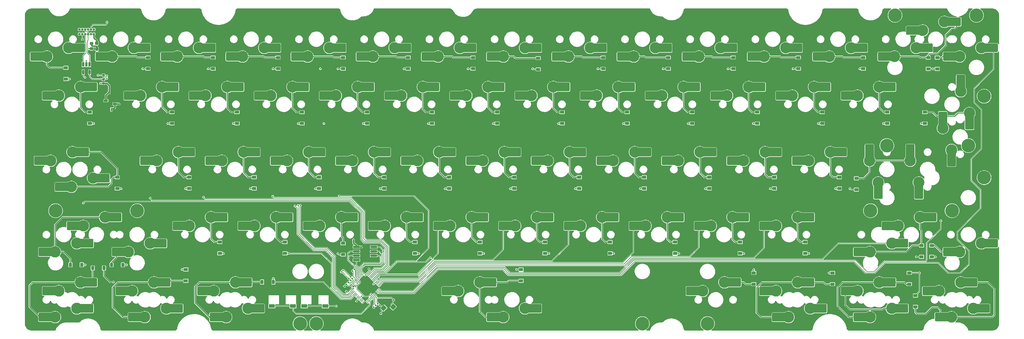
<source format=gbr>
%TF.GenerationSoftware,KiCad,Pcbnew,7.0.1*%
%TF.CreationDate,2023-05-13T17:15:19-04:00*%
%TF.ProjectId,PCB,5043422e-6b69-4636-9164-5f7063625858,rev?*%
%TF.SameCoordinates,Original*%
%TF.FileFunction,Copper,L4,Bot*%
%TF.FilePolarity,Positive*%
%FSLAX46Y46*%
G04 Gerber Fmt 4.6, Leading zero omitted, Abs format (unit mm)*
G04 Created by KiCad (PCBNEW 7.0.1) date 2023-05-13 17:15:19*
%MOMM*%
%LPD*%
G01*
G04 APERTURE LIST*
G04 Aperture macros list*
%AMRoundRect*
0 Rectangle with rounded corners*
0 $1 Rounding radius*
0 $2 $3 $4 $5 $6 $7 $8 $9 X,Y pos of 4 corners*
0 Add a 4 corners polygon primitive as box body*
4,1,4,$2,$3,$4,$5,$6,$7,$8,$9,$2,$3,0*
0 Add four circle primitives for the rounded corners*
1,1,$1+$1,$2,$3*
1,1,$1+$1,$4,$5*
1,1,$1+$1,$6,$7*
1,1,$1+$1,$8,$9*
0 Add four rect primitives between the rounded corners*
20,1,$1+$1,$2,$3,$4,$5,0*
20,1,$1+$1,$4,$5,$6,$7,0*
20,1,$1+$1,$6,$7,$8,$9,0*
20,1,$1+$1,$8,$9,$2,$3,0*%
%AMRotRect*
0 Rectangle, with rotation*
0 The origin of the aperture is its center*
0 $1 length*
0 $2 width*
0 $3 Rotation angle, in degrees counterclockwise*
0 Add horizontal line*
21,1,$1,$2,0,0,$3*%
G04 Aperture macros list end*
%TA.AperFunction,ComponentPad*%
%ADD10C,4.000000*%
%TD*%
%TA.AperFunction,ComponentPad*%
%ADD11C,3.300000*%
%TD*%
%TA.AperFunction,SMDPad,CuDef*%
%ADD12R,1.650000X2.500000*%
%TD*%
%TA.AperFunction,SMDPad,CuDef*%
%ADD13RoundRect,0.250000X1.025000X1.000000X-1.025000X1.000000X-1.025000X-1.000000X1.025000X-1.000000X0*%
%TD*%
%TA.AperFunction,SMDPad,CuDef*%
%ADD14RoundRect,0.050000X0.238649X0.309359X-0.309359X-0.238649X-0.238649X-0.309359X0.309359X0.238649X0*%
%TD*%
%TA.AperFunction,SMDPad,CuDef*%
%ADD15RoundRect,0.050000X-0.238649X0.309359X-0.309359X0.238649X0.238649X-0.309359X0.309359X-0.238649X0*%
%TD*%
%TA.AperFunction,ComponentPad*%
%ADD16C,0.500000*%
%TD*%
%TA.AperFunction,SMDPad,CuDef*%
%ADD17RotRect,3.200000X3.200000X225.000000*%
%TD*%
%TA.AperFunction,SMDPad,CuDef*%
%ADD18RoundRect,0.100000X0.162635X-0.021213X-0.021213X0.162635X-0.162635X0.021213X0.021213X-0.162635X0*%
%TD*%
%TA.AperFunction,SMDPad,CuDef*%
%ADD19RoundRect,0.250000X-1.025000X-1.000000X1.025000X-1.000000X1.025000X1.000000X-1.025000X1.000000X0*%
%TD*%
%TA.AperFunction,SMDPad,CuDef*%
%ADD20R,0.900000X1.200000*%
%TD*%
%TA.AperFunction,SMDPad,CuDef*%
%ADD21R,1.200000X0.900000*%
%TD*%
%TA.AperFunction,SMDPad,CuDef*%
%ADD22RoundRect,0.100000X-0.130000X-0.100000X0.130000X-0.100000X0.130000X0.100000X-0.130000X0.100000X0*%
%TD*%
%TA.AperFunction,ComponentPad*%
%ADD23C,0.700000*%
%TD*%
%TA.AperFunction,ComponentPad*%
%ADD24O,0.900000X1.700000*%
%TD*%
%TA.AperFunction,ComponentPad*%
%ADD25O,0.900000X2.400000*%
%TD*%
%TA.AperFunction,SMDPad,CuDef*%
%ADD26RoundRect,0.150000X0.150000X-0.512500X0.150000X0.512500X-0.150000X0.512500X-0.150000X-0.512500X0*%
%TD*%
%TA.AperFunction,SMDPad,CuDef*%
%ADD27R,2.500000X1.650000*%
%TD*%
%TA.AperFunction,SMDPad,CuDef*%
%ADD28RoundRect,0.250000X1.000000X-1.025000X1.000000X1.025000X-1.000000X1.025000X-1.000000X-1.025000X0*%
%TD*%
%TA.AperFunction,SMDPad,CuDef*%
%ADD29RoundRect,0.100000X0.021213X0.162635X-0.162635X-0.021213X-0.021213X-0.162635X0.162635X0.021213X0*%
%TD*%
%TA.AperFunction,SMDPad,CuDef*%
%ADD30R,1.800000X1.100000*%
%TD*%
%TA.AperFunction,SMDPad,CuDef*%
%ADD31RoundRect,0.100000X0.100000X-0.130000X0.100000X0.130000X-0.100000X0.130000X-0.100000X-0.130000X0*%
%TD*%
%TA.AperFunction,SMDPad,CuDef*%
%ADD32RoundRect,0.150000X-0.275000X0.150000X-0.275000X-0.150000X0.275000X-0.150000X0.275000X0.150000X0*%
%TD*%
%TA.AperFunction,SMDPad,CuDef*%
%ADD33RoundRect,0.175000X-0.225000X0.175000X-0.225000X-0.175000X0.225000X-0.175000X0.225000X0.175000X0*%
%TD*%
%TA.AperFunction,SMDPad,CuDef*%
%ADD34RotRect,1.400000X1.200000X45.000000*%
%TD*%
%TA.AperFunction,SMDPad,CuDef*%
%ADD35R,1.220000X0.650000*%
%TD*%
%TA.AperFunction,SMDPad,CuDef*%
%ADD36RoundRect,0.100000X-0.162635X0.021213X0.021213X-0.162635X0.162635X-0.021213X-0.021213X0.162635X0*%
%TD*%
%TA.AperFunction,SMDPad,CuDef*%
%ADD37RoundRect,0.237500X-0.237500X0.287500X-0.237500X-0.287500X0.237500X-0.287500X0.237500X0.287500X0*%
%TD*%
%TA.AperFunction,SMDPad,CuDef*%
%ADD38RoundRect,0.100000X0.130000X0.100000X-0.130000X0.100000X-0.130000X-0.100000X0.130000X-0.100000X0*%
%TD*%
%TA.AperFunction,SMDPad,CuDef*%
%ADD39RoundRect,0.250000X-1.000000X1.025000X-1.000000X-1.025000X1.000000X-1.025000X1.000000X1.025000X0*%
%TD*%
%TA.AperFunction,SMDPad,CuDef*%
%ADD40RoundRect,0.162500X0.825000X0.162500X-0.825000X0.162500X-0.825000X-0.162500X0.825000X-0.162500X0*%
%TD*%
%TA.AperFunction,SMDPad,CuDef*%
%ADD41RoundRect,0.100000X-0.021213X-0.162635X0.162635X0.021213X0.021213X0.162635X-0.162635X-0.021213X0*%
%TD*%
%TA.AperFunction,SMDPad,CuDef*%
%ADD42RoundRect,0.218750X-0.256250X0.218750X-0.256250X-0.218750X0.256250X-0.218750X0.256250X0.218750X0*%
%TD*%
%TA.AperFunction,SMDPad,CuDef*%
%ADD43RoundRect,0.225000X0.225000X0.375000X-0.225000X0.375000X-0.225000X-0.375000X0.225000X-0.375000X0*%
%TD*%
%TA.AperFunction,ViaPad*%
%ADD44C,0.450000*%
%TD*%
%TA.AperFunction,Conductor*%
%ADD45C,0.127000*%
%TD*%
%TA.AperFunction,Conductor*%
%ADD46C,0.400000*%
%TD*%
%TA.AperFunction,Conductor*%
%ADD47C,0.200000*%
%TD*%
%TA.AperFunction,Conductor*%
%ADD48C,0.250000*%
%TD*%
G04 APERTURE END LIST*
D10*
%TO.P,S2,*%
%TO.N,*%
X0Y-50165000D03*
X23812500Y-50165000D03*
%TD*%
%TO.P,S1,*%
%TO.N,*%
X171450000Y-83185000D03*
X71437500Y-83185000D03*
%TD*%
%TO.P,S7,*%
%TO.N,*%
X271303750Y-16668750D03*
X271303750Y-40481250D03*
%TD*%
%TO.P,S3,*%
%TO.N,*%
X238125000Y-50165000D03*
X261937500Y-50165000D03*
%TD*%
%TO.P,S4,*%
%TO.N,*%
X242887500Y-31115000D03*
X266700000Y-31115000D03*
%TD*%
%TO.P,S5,*%
%TO.N,*%
X245268750Y6985000D03*
X269081250Y6985000D03*
%TD*%
%TO.P,S6,*%
%TO.N,*%
X190500000Y-83185000D03*
X76200000Y-83185000D03*
%TD*%
D11*
%TO.P,SW36,1,1*%
%TO.N,GP7*%
X143827500Y-35560000D03*
D12*
X142002500Y-35560000D03*
D13*
X140277500Y-35560000D03*
%TO.P,SW36,2,2*%
%TO.N,Net-(D37-A)*%
X153727500Y-33020000D03*
D12*
X151977500Y-33020000D03*
D11*
X150177500Y-33020000D03*
%TD*%
D14*
%TO.P,U1,1,IOVDD*%
%TO.N,+3.3V*%
X91079702Y-68358968D03*
%TO.P,U1,2,GPIO0*%
%TO.N,GP0*%
X91362545Y-68641811D03*
%TO.P,U1,3,GPIO1*%
%TO.N,GP1*%
X91645387Y-68924653D03*
%TO.P,U1,4,GPIO2*%
%TO.N,GP2*%
X91928230Y-69207496D03*
%TO.P,U1,5,GPIO3*%
%TO.N,GP3*%
X92211073Y-69490339D03*
%TO.P,U1,6,GPIO4*%
%TO.N,GP4*%
X92493915Y-69773181D03*
%TO.P,U1,7,GPIO5*%
%TO.N,GP5*%
X92776758Y-70056024D03*
%TO.P,U1,8,GPIO6*%
%TO.N,GP6*%
X93059601Y-70338867D03*
%TO.P,U1,9,GPIO7*%
%TO.N,GP7*%
X93342444Y-70621710D03*
%TO.P,U1,10,IOVDD*%
%TO.N,+3.3V*%
X93625286Y-70904552D03*
%TO.P,U1,11,GPIO8*%
%TO.N,GP8*%
X93908129Y-71187395D03*
%TO.P,U1,12,GPIO9*%
%TO.N,GP9*%
X94190972Y-71470238D03*
%TO.P,U1,13,GPIO10*%
%TO.N,GP10*%
X94473814Y-71753080D03*
%TO.P,U1,14,GPIO11*%
%TO.N,GP11*%
X94756657Y-72035923D03*
D15*
%TO.P,U1,15,GPIO12*%
%TO.N,GP12*%
X94756657Y-73220327D03*
%TO.P,U1,16,GPIO13*%
%TO.N,GP13*%
X94473814Y-73503170D03*
%TO.P,U1,17,GPIO14*%
%TO.N,GP14*%
X94190972Y-73786012D03*
%TO.P,U1,18,GPIO15*%
%TO.N,GP15*%
X93908129Y-74068855D03*
%TO.P,U1,19,TESTEN*%
%TO.N,GND*%
X93625286Y-74351698D03*
%TO.P,U1,20,XIN*%
%TO.N,/XIN_*%
X93342444Y-74634540D03*
%TO.P,U1,21,XOUT*%
%TO.N,Net-(U1-XOUT)*%
X93059601Y-74917383D03*
%TO.P,U1,22,IOVDD*%
%TO.N,+3.3V*%
X92776758Y-75200226D03*
%TO.P,U1,23,DVDD*%
%TO.N,+1V1*%
X92493915Y-75483069D03*
%TO.P,U1,24,SWCLK*%
%TO.N,unconnected-(U1-SWCLK-Pad24)*%
X92211073Y-75765911D03*
%TO.P,U1,25,SWD*%
%TO.N,unconnected-(U1-SWD-Pad25)*%
X91928230Y-76048754D03*
%TO.P,U1,26,RUN*%
%TO.N,/RUN_*%
X91645387Y-76331597D03*
%TO.P,U1,27,GPIO16*%
%TO.N,GP16*%
X91362545Y-76614439D03*
%TO.P,U1,28,GPIO17*%
%TO.N,GP17*%
X91079702Y-76897282D03*
D14*
%TO.P,U1,29,GPIO18*%
%TO.N,GP18*%
X89895298Y-76897282D03*
%TO.P,U1,30,GPIO19*%
%TO.N,GP19*%
X89612455Y-76614439D03*
%TO.P,U1,31,GPIO20*%
%TO.N,GP20*%
X89329613Y-76331597D03*
%TO.P,U1,32,GPIO21*%
%TO.N,GP21*%
X89046770Y-76048754D03*
%TO.P,U1,33,IOVDD*%
%TO.N,+3.3V*%
X88763927Y-75765911D03*
%TO.P,U1,34,GPIO22*%
%TO.N,GP22*%
X88481085Y-75483069D03*
%TO.P,U1,35,GPIO23*%
%TO.N,GP23*%
X88198242Y-75200226D03*
%TO.P,U1,36,GPIO24*%
%TO.N,GP24*%
X87915399Y-74917383D03*
%TO.P,U1,37,GPIO25*%
%TO.N,GP25*%
X87632556Y-74634540D03*
%TO.P,U1,38,GPIO26_ADC0*%
%TO.N,GP26*%
X87349714Y-74351698D03*
%TO.P,U1,39,GPIO27_ADC1*%
%TO.N,GP27*%
X87066871Y-74068855D03*
%TO.P,U1,40,GPIO28_ADC2*%
%TO.N,GP28*%
X86784028Y-73786012D03*
%TO.P,U1,41,GPIO29_ADC3*%
%TO.N,GP29*%
X86501186Y-73503170D03*
%TO.P,U1,42,IOVDD*%
%TO.N,+3.3V*%
X86218343Y-73220327D03*
D15*
%TO.P,U1,43,ADC_AVDD*%
X86218343Y-72035923D03*
%TO.P,U1,44,VREG_IN*%
X86501186Y-71753080D03*
%TO.P,U1,45,VREG_VOUT*%
%TO.N,+1V1*%
X86784028Y-71470238D03*
%TO.P,U1,46,USB_DM*%
%TO.N,Net-(U1-USB_DM)*%
X87066871Y-71187395D03*
%TO.P,U1,47,USB_DP*%
%TO.N,Net-(U1-USB_DP)*%
X87349714Y-70904552D03*
%TO.P,U1,48,USB_VDD*%
%TO.N,+3.3V*%
X87632556Y-70621710D03*
%TO.P,U1,49,IOVDD*%
X87915399Y-70338867D03*
%TO.P,U1,50,DVDD*%
%TO.N,+1V1*%
X88198242Y-70056024D03*
%TO.P,U1,51,QSPI_SD3*%
%TO.N,/SD3_*%
X88481085Y-69773181D03*
%TO.P,U1,52,QSPI_SCLK*%
%TO.N,/SCLK_*%
X88763927Y-69490339D03*
%TO.P,U1,53,QSPI_SD0*%
%TO.N,/SD0_*%
X89046770Y-69207496D03*
%TO.P,U1,54,QSPI_SD2*%
%TO.N,/SD2_*%
X89329613Y-68924653D03*
%TO.P,U1,55,QSPI_SD1*%
%TO.N,/SD1_*%
X89612455Y-68641811D03*
%TO.P,U1,56,QSPI_SS*%
%TO.N,/CS_*%
X89895298Y-68358968D03*
D16*
%TO.P,U1,57,GND*%
%TO.N,GND*%
X92396688Y-72628125D03*
X90487500Y-70718937D03*
D17*
X90487500Y-72628125D03*
D16*
X90487500Y-74537313D03*
X88578312Y-72628125D03*
%TD*%
D18*
%TO.P,C16,1*%
%TO.N,+1V1*%
X87296274Y-67241274D03*
%TO.P,C16,2*%
%TO.N,GND*%
X86843726Y-66788726D03*
%TD*%
D11*
%TO.P,SW65,1,1*%
%TO.N,GP5*%
X137160000Y-78740000D03*
D12*
X138985000Y-78740000D03*
D19*
X140710000Y-78740000D03*
%TO.P,SW65,2,2*%
%TO.N,Net-(D58-A)*%
X127260000Y-81280000D03*
D12*
X129010000Y-81280000D03*
D11*
X130810000Y-81280000D03*
%TD*%
D20*
%TO.P,D43,1,K*%
%TO.N,GP26*%
X7650000Y-66000000D03*
%TO.P,D43,2,A*%
%TO.N,Net-(D43-A)*%
X4350000Y-66000000D03*
%TD*%
D11*
%TO.P,SW8,1,1*%
%TO.N,GP7*%
X137160000Y-2540000D03*
D12*
X138985000Y-2540000D03*
D19*
X140710000Y-2540000D03*
%TO.P,SW8,2,2*%
%TO.N,Net-(D9-A)*%
X127260000Y-5080000D03*
D12*
X129010000Y-5080000D03*
D11*
X130810000Y-5080000D03*
%TD*%
D21*
%TO.P,D42,1,K*%
%TO.N,GP27*%
X234000000Y-44000000D03*
%TO.P,D42,2,A*%
%TO.N,Net-(D42-A)*%
X234000000Y-40700000D03*
%TD*%
D11*
%TO.P,SW74,1,1*%
%TO.N,GP12*%
X244316250Y-59690000D03*
D12*
X246141250Y-59690000D03*
D19*
X247866250Y-59690000D03*
%TO.P,SW74,2,2*%
%TO.N,Net-(D63-A)*%
X234416250Y-62230000D03*
D12*
X236166250Y-62230000D03*
D11*
X237966250Y-62230000D03*
%TD*%
D21*
%TO.P,D20,1,K*%
%TO.N,GP28*%
X91000000Y-24650000D03*
%TO.P,D20,2,A*%
%TO.N,Net-(D20-A)*%
X91000000Y-21350000D03*
%TD*%
D11*
%TO.P,SW46,1,1*%
%TO.N,GP5*%
X96202500Y-54610000D03*
D12*
X94377500Y-54610000D03*
D13*
X92652500Y-54610000D03*
%TO.P,SW46,2,2*%
%TO.N,Net-(D47-A)*%
X106102500Y-52070000D03*
D12*
X104352500Y-52070000D03*
D11*
X102552500Y-52070000D03*
%TD*%
D21*
%TO.P,D31,1,K*%
%TO.N,GP27*%
X39000000Y-43650000D03*
%TO.P,D31,2,A*%
%TO.N,Net-(D31-A)*%
X39000000Y-40350000D03*
%TD*%
D22*
%TO.P,C10,1*%
%TO.N,+3.3V*%
X87050000Y-59320000D03*
%TO.P,C10,2*%
%TO.N,GND*%
X87690000Y-59320000D03*
%TD*%
D11*
%TO.P,SW42,1,1*%
%TO.N,GP0*%
X8096250Y-54610000D03*
D12*
X6271250Y-54610000D03*
D13*
X4546250Y-54610000D03*
%TO.P,SW42,2,2*%
%TO.N,Net-(D43-A)*%
X17996250Y-52070000D03*
D12*
X16246250Y-52070000D03*
D11*
X14446250Y-52070000D03*
%TD*%
D21*
%TO.P,D54,1,K*%
%TO.N,GP26*%
X256000000Y-63650000D03*
%TO.P,D54,2,A*%
%TO.N,Net-(D54-A)*%
X256000000Y-60350000D03*
%TD*%
%TO.P,D11,1,K*%
%TO.N,GP29*%
X179000000Y-8650000D03*
%TO.P,D11,2,A*%
%TO.N,Net-(D11-A)*%
X179000000Y-5350000D03*
%TD*%
%TO.P,D33,1,K*%
%TO.N,GP27*%
X77000000Y-43650000D03*
%TO.P,D33,2,A*%
%TO.N,Net-(D33-A)*%
X77000000Y-40350000D03*
%TD*%
D11*
%TO.P,SW6,1,1*%
%TO.N,GP5*%
X99060000Y-2540000D03*
D12*
X100885000Y-2540000D03*
D19*
X102610000Y-2540000D03*
%TO.P,SW6,2,2*%
%TO.N,Net-(D7-A)*%
X89160000Y-5080000D03*
D12*
X90910000Y-5080000D03*
D11*
X92710000Y-5080000D03*
%TD*%
D21*
%TO.P,D17,1,K*%
%TO.N,GP28*%
X34000000Y-24650000D03*
%TO.P,D17,2,A*%
%TO.N,Net-(D17-A)*%
X34000000Y-21350000D03*
%TD*%
%TO.P,D52,1,K*%
%TO.N,GP26*%
X200000000Y-62650000D03*
%TO.P,D52,2,A*%
%TO.N,Net-(D52-A)*%
X200000000Y-59350000D03*
%TD*%
%TO.P,D13,1,K*%
%TO.N,GP29*%
X217000000Y-8650000D03*
%TO.P,D13,2,A*%
%TO.N,Net-(D13-A)*%
X217000000Y-5350000D03*
%TD*%
D18*
%TO.P,C6,1*%
%TO.N,+3.3V*%
X84896274Y-73791274D03*
%TO.P,C6,2*%
%TO.N,GND*%
X84443726Y-73338726D03*
%TD*%
D23*
%TO.P,J1,A1,GND*%
%TO.N,GND*%
X6103125Y1496875D03*
%TO.P,J1,A4,VBUS*%
%TO.N,VBUS*%
X6953125Y1496875D03*
%TO.P,J1,A5,CC1*%
%TO.N,Net-(J1-CC1)*%
X7803125Y1496875D03*
%TO.P,J1,A6,D+*%
%TO.N,/D+*%
X8653125Y1496875D03*
%TO.P,J1,A7,D-*%
%TO.N,/D-*%
X9503125Y1496875D03*
%TO.P,J1,A8,SBU1*%
%TO.N,unconnected-(J1-SBU1-PadA8)*%
X10353125Y1496875D03*
%TO.P,J1,A9,VBUS*%
%TO.N,VBUS*%
X11203125Y1496875D03*
%TO.P,J1,A12,GND*%
%TO.N,GND*%
X12053125Y1496875D03*
%TO.P,J1,B1,GND*%
X12053125Y2846875D03*
%TO.P,J1,B4,VBUS*%
%TO.N,VBUS*%
X11203125Y2846875D03*
%TO.P,J1,B5,CC2*%
%TO.N,Net-(J1-CC2)*%
X10353125Y2846875D03*
%TO.P,J1,B6,D+*%
%TO.N,/D+*%
X9503125Y2846875D03*
%TO.P,J1,B7,D-*%
%TO.N,/D-*%
X8653125Y2846875D03*
%TO.P,J1,B8,SBU2*%
%TO.N,unconnected-(J1-SBU2-PadB8)*%
X7803125Y2846875D03*
%TO.P,J1,B9,VBUS*%
%TO.N,VBUS*%
X6953125Y2846875D03*
%TO.P,J1,B12,GND*%
%TO.N,GND*%
X6103125Y2846875D03*
D24*
%TO.P,J1,S1,SHIELD*%
X4753125Y5856875D03*
D25*
X4753125Y2476875D03*
D24*
X13403125Y5856875D03*
D25*
X13403125Y2476875D03*
%TD*%
D11*
%TO.P,SW51,1,1*%
%TO.N,GP10*%
X191452500Y-54610000D03*
D12*
X189627500Y-54610000D03*
D13*
X187902500Y-54610000D03*
%TO.P,SW51,2,2*%
%TO.N,Net-(D52-A)*%
X201352500Y-52070000D03*
D12*
X199602500Y-52070000D03*
D11*
X197802500Y-52070000D03*
%TD*%
D21*
%TO.P,D6,1,K*%
%TO.N,GP29*%
X84000000Y-8650000D03*
%TO.P,D6,2,A*%
%TO.N,Net-(D6-A)*%
X84000000Y-5350000D03*
%TD*%
D11*
%TO.P,SW57,1,1*%
%TO.N,GP5*%
X117633750Y-73660000D03*
D12*
X115808750Y-73660000D03*
D13*
X114083750Y-73660000D03*
%TO.P,SW57,2,2*%
%TO.N,Net-(D58-A)*%
X127533750Y-71120000D03*
D12*
X125783750Y-71120000D03*
D11*
X123983750Y-71120000D03*
%TD*%
D21*
%TO.P,D15,1,K*%
%TO.N,GP29*%
X255000000Y-8669222D03*
%TO.P,D15,2,A*%
%TO.N,Net-(D15-A)*%
X255000000Y-5369222D03*
%TD*%
D11*
%TO.P,SW62,1,1*%
%TO.N,GP0*%
X952500Y-73660000D03*
D12*
X-872500Y-73660000D03*
D13*
X-2597500Y-73660000D03*
%TO.P,SW62,2,2*%
%TO.N,Net-(D55-A)*%
X10852500Y-71120000D03*
D12*
X9102500Y-71120000D03*
D11*
X7302500Y-71120000D03*
%TD*%
D21*
%TO.P,D45,1,K*%
%TO.N,GP26*%
X67000000Y-62650000D03*
%TO.P,D45,2,A*%
%TO.N,Net-(D45-A)*%
X67000000Y-59350000D03*
%TD*%
D11*
%TO.P,SW1,1,1*%
%TO.N,GP0*%
X3810000Y-2540000D03*
D12*
X5635000Y-2540000D03*
D19*
X7360000Y-2540000D03*
%TO.P,SW1,2,2*%
%TO.N,Net-(D2-A)*%
X-6090000Y-5080000D03*
D12*
X-4340000Y-5080000D03*
D11*
X-2540000Y-5080000D03*
%TD*%
%TO.P,SW38,1,1*%
%TO.N,GP9*%
X181927500Y-35560000D03*
D12*
X180102500Y-35560000D03*
D13*
X178377500Y-35560000D03*
%TO.P,SW38,2,2*%
%TO.N,Net-(D39-A)*%
X191827500Y-33020000D03*
D12*
X190077500Y-33020000D03*
D11*
X188277500Y-33020000D03*
%TD*%
%TO.P,SW3,1,1*%
%TO.N,GP2*%
X41910000Y-2540000D03*
D12*
X43735000Y-2540000D03*
D19*
X45460000Y-2540000D03*
%TO.P,SW3,2,2*%
%TO.N,Net-(D4-A)*%
X32010000Y-5080000D03*
D12*
X33760000Y-5080000D03*
D11*
X35560000Y-5080000D03*
%TD*%
D21*
%TO.P,D62,1,K*%
%TO.N,GP25*%
X251221875Y-74978750D03*
%TO.P,D62,2,A*%
%TO.N,Net-(D62-A)*%
X251221875Y-78278750D03*
%TD*%
D11*
%TO.P,SW30,1,1*%
%TO.N,GP1*%
X29527500Y-35560000D03*
D12*
X27702500Y-35560000D03*
D13*
X25977500Y-35560000D03*
%TO.P,SW30,2,2*%
%TO.N,Net-(D31-A)*%
X39427500Y-33020000D03*
D12*
X37677500Y-33020000D03*
D11*
X35877500Y-33020000D03*
%TD*%
D21*
%TO.P,D29,1,K*%
%TO.N,GP28*%
X254000000Y-24650000D03*
%TO.P,D29,2,A*%
%TO.N,Net-(D29-A)*%
X254000000Y-21350000D03*
%TD*%
D26*
%TO.P,U3,1,I/O1*%
%TO.N,/DN*%
X9950000Y-9637500D03*
%TO.P,U3,2,GND*%
%TO.N,GND*%
X9000000Y-9637500D03*
%TO.P,U3,3,I/O2*%
%TO.N,/DP*%
X8050000Y-9637500D03*
%TO.P,U3,4,I/O2*%
%TO.N,/D+*%
X8050000Y-7362500D03*
%TO.P,U3,5,VBUS*%
%TO.N,/VFused_*%
X9000000Y-7362500D03*
%TO.P,U3,6,I/O1*%
%TO.N,/D-*%
X9950000Y-7362500D03*
%TD*%
D20*
%TO.P,D57,1,K*%
%TO.N,GP25*%
X63626000Y-71008750D03*
%TO.P,D57,2,A*%
%TO.N,Net-(D57-A)*%
X60326000Y-71008750D03*
%TD*%
D21*
%TO.P,D12,1,K*%
%TO.N,GP29*%
X198000000Y-8650000D03*
%TO.P,D12,2,A*%
%TO.N,Net-(D12-A)*%
X198000000Y-5350000D03*
%TD*%
D11*
%TO.P,SW20,1,1*%
%TO.N,GP5*%
X100965000Y-16510000D03*
D12*
X99140000Y-16510000D03*
D13*
X97415000Y-16510000D03*
%TO.P,SW20,2,2*%
%TO.N,Net-(D21-A)*%
X110865000Y-13970000D03*
D12*
X109115000Y-13970000D03*
D11*
X107315000Y-13970000D03*
%TD*%
%TO.P,SW37,1,1*%
%TO.N,GP8*%
X162877500Y-35560000D03*
D12*
X161052500Y-35560000D03*
D13*
X159327500Y-35560000D03*
%TO.P,SW37,2,2*%
%TO.N,Net-(D38-A)*%
X172777500Y-33020000D03*
D12*
X171027500Y-33020000D03*
D11*
X169227500Y-33020000D03*
%TD*%
%TO.P,SW79,1,1*%
%TO.N,GP1*%
X27622500Y-59690000D03*
D12*
X29447500Y-59690000D03*
D19*
X31172500Y-59690000D03*
%TO.P,SW79,2,2*%
%TO.N,Net-(D64-A)*%
X17722500Y-62230000D03*
D12*
X19472500Y-62230000D03*
D11*
X21272500Y-62230000D03*
%TD*%
D21*
%TO.P,D1,1,K*%
%TO.N,GP29*%
X257634355Y-8669222D03*
%TO.P,D1,2,A*%
%TO.N,Net-(D1-A)*%
X257634355Y-5369222D03*
%TD*%
D11*
%TO.P,SW27,1,1*%
%TO.N,GP12*%
X234315000Y-16510000D03*
D12*
X232490000Y-16510000D03*
D13*
X230765000Y-16510000D03*
%TO.P,SW27,2,2*%
%TO.N,Net-(D28-A)*%
X244215000Y-13970000D03*
D12*
X242465000Y-13970000D03*
D11*
X240665000Y-13970000D03*
%TD*%
D18*
%TO.P,R3,1*%
%TO.N,/XOUT_*%
X94626274Y-77771274D03*
%TO.P,R3,2*%
%TO.N,Net-(U1-XOUT)*%
X94173726Y-77318726D03*
%TD*%
D11*
%TO.P,SW35,1,1*%
%TO.N,GP6*%
X124777500Y-35560000D03*
D12*
X122952500Y-35560000D03*
D13*
X121227500Y-35560000D03*
%TO.P,SW35,2,2*%
%TO.N,Net-(D36-A)*%
X134677500Y-33020000D03*
D12*
X132927500Y-33020000D03*
D11*
X131127500Y-33020000D03*
%TD*%
D21*
%TO.P,D63,1,K*%
%TO.N,GP26*%
X253000000Y-63650000D03*
%TO.P,D63,2,A*%
%TO.N,Net-(D63-A)*%
X253000000Y-60350000D03*
%TD*%
D11*
%TO.P,SW69,1,1*%
%TO.N,GP0*%
X-1428750Y-35560000D03*
D12*
X-3253750Y-35560000D03*
D13*
X-4978750Y-35560000D03*
%TO.P,SW69,2,2*%
%TO.N,Net-(D30-A)*%
X8471250Y-33020000D03*
D12*
X6721250Y-33020000D03*
D11*
X4921250Y-33020000D03*
%TD*%
D21*
%TO.P,D27,1,K*%
%TO.N,GP28*%
X224000000Y-24650000D03*
%TO.P,D27,2,A*%
%TO.N,Net-(D27-A)*%
X224000000Y-21350000D03*
%TD*%
%TO.P,D5,1,K*%
%TO.N,GP29*%
X65000000Y-8650000D03*
%TO.P,D5,2,A*%
%TO.N,Net-(D5-A)*%
X65000000Y-5350000D03*
%TD*%
D11*
%TO.P,SW28,1,1*%
%TO.N,GP13*%
X264477500Y-15240000D03*
D27*
X264477500Y-13415000D03*
D28*
X264477500Y-11690000D03*
%TO.P,SW28,2,2*%
%TO.N,Net-(D29-A)*%
X267017500Y-25140000D03*
D27*
X267017500Y-23390000D03*
D11*
X267017500Y-21590000D03*
%TD*%
%TO.P,SW75,1,1*%
%TO.N,GP12*%
X246221250Y-54610000D03*
D12*
X244396250Y-54610000D03*
D13*
X242671250Y-54610000D03*
%TO.P,SW75,2,2*%
%TO.N,Net-(D63-A)*%
X256121250Y-52070000D03*
D12*
X254371250Y-52070000D03*
D11*
X252571250Y-52070000D03*
%TD*%
%TO.P,SW14,1,1*%
%TO.N,GP13*%
X253365000Y2540000D03*
D12*
X251540000Y2540000D03*
D13*
X249815000Y2540000D03*
%TO.P,SW14,2,2*%
%TO.N,Net-(D15-A)*%
X263265000Y5080000D03*
D12*
X261515000Y5080000D03*
D11*
X259715000Y5080000D03*
%TD*%
D29*
%TO.P,C11,1*%
%TO.N,+3.3V*%
X87936274Y-76568726D03*
%TO.P,C11,2*%
%TO.N,GND*%
X87483726Y-77021274D03*
%TD*%
D11*
%TO.P,SW63,1,1*%
%TO.N,GP1*%
X32385000Y-78740000D03*
D12*
X34210000Y-78740000D03*
D19*
X35935000Y-78740000D03*
%TO.P,SW63,2,2*%
%TO.N,Net-(D56-A)*%
X22485000Y-81280000D03*
D12*
X24235000Y-81280000D03*
D11*
X26035000Y-81280000D03*
%TD*%
D21*
%TO.P,D28,1,K*%
%TO.N,GP28*%
X243000000Y-24650000D03*
%TO.P,D28,2,A*%
%TO.N,Net-(D28-A)*%
X243000000Y-21350000D03*
%TD*%
D11*
%TO.P,SW70,1,1*%
%TO.N,GP13*%
X251460000Y-2540000D03*
D12*
X253285000Y-2540000D03*
D19*
X255010000Y-2540000D03*
%TO.P,SW70,2,2*%
%TO.N,Net-(D15-A)*%
X241560000Y-5080000D03*
D12*
X243310000Y-5080000D03*
D11*
X245110000Y-5080000D03*
%TD*%
D21*
%TO.P,D50,1,K*%
%TO.N,GP26*%
X162000000Y-62650000D03*
%TO.P,D50,2,A*%
%TO.N,Net-(D50-A)*%
X162000000Y-59350000D03*
%TD*%
D30*
%TO.P,SW73,1,1*%
%TO.N,GND*%
X69370000Y-74345000D03*
X63170000Y-74345000D03*
%TO.P,SW73,2,2*%
%TO.N,/RUN_*%
X69370000Y-78045000D03*
X63170000Y-78045000D03*
%TD*%
D11*
%TO.P,SW2,1,1*%
%TO.N,GP1*%
X22860000Y-2540000D03*
D12*
X24685000Y-2540000D03*
D19*
X26410000Y-2540000D03*
%TO.P,SW2,2,2*%
%TO.N,Net-(D3-A)*%
X12960000Y-5080000D03*
D12*
X14710000Y-5080000D03*
D11*
X16510000Y-5080000D03*
%TD*%
D18*
%TO.P,C5,1*%
%TO.N,+3.3V*%
X86746274Y-67791274D03*
%TO.P,C5,2*%
%TO.N,GND*%
X86293726Y-67338726D03*
%TD*%
D11*
%TO.P,SW54,1,1*%
%TO.N,GP0*%
X6191250Y-78740000D03*
D12*
X8016250Y-78740000D03*
D19*
X9741250Y-78740000D03*
%TO.P,SW54,2,2*%
%TO.N,Net-(D55-A)*%
X-3708750Y-81280000D03*
D12*
X-1958750Y-81280000D03*
D11*
X-158750Y-81280000D03*
%TD*%
D31*
%TO.P,R4,1*%
%TO.N,Net-(J1-CC2)*%
X15000000Y5000000D03*
%TO.P,R4,2*%
%TO.N,GND*%
X15000000Y5640000D03*
%TD*%
D11*
%TO.P,SW29,1,1*%
%TO.N,GP0*%
X10953750Y-40640000D03*
D12*
X12778750Y-40640000D03*
D19*
X14503750Y-40640000D03*
%TO.P,SW29,2,2*%
%TO.N,Net-(D30-A)*%
X1053750Y-43180000D03*
D12*
X2803750Y-43180000D03*
D11*
X4603750Y-43180000D03*
%TD*%
D21*
%TO.P,D21,1,K*%
%TO.N,GP28*%
X110000000Y-24650000D03*
%TO.P,D21,2,A*%
%TO.N,Net-(D21-A)*%
X110000000Y-21350000D03*
%TD*%
%TO.P,D51,1,K*%
%TO.N,GP26*%
X181000000Y-62650000D03*
%TO.P,D51,2,A*%
%TO.N,Net-(D51-A)*%
X181000000Y-59350000D03*
%TD*%
%TO.P,D56,1,K*%
%TO.N,GP25*%
X38054375Y-67350000D03*
%TO.P,D56,2,A*%
%TO.N,Net-(D56-A)*%
X38054375Y-70650000D03*
%TD*%
D11*
%TO.P,SW31,1,1*%
%TO.N,GP2*%
X48577500Y-35560000D03*
D12*
X46752500Y-35560000D03*
D13*
X45027500Y-35560000D03*
%TO.P,SW31,2,2*%
%TO.N,Net-(D32-A)*%
X58477500Y-33020000D03*
D12*
X56727500Y-33020000D03*
D11*
X54927500Y-33020000D03*
%TD*%
%TO.P,SW9,1,1*%
%TO.N,GP8*%
X156210000Y-2540000D03*
D12*
X158035000Y-2540000D03*
D19*
X159760000Y-2540000D03*
%TO.P,SW9,2,2*%
%TO.N,Net-(D10-A)*%
X146310000Y-5080000D03*
D12*
X148060000Y-5080000D03*
D11*
X149860000Y-5080000D03*
%TD*%
D18*
%TO.P,C4,1*%
%TO.N,+3.3V*%
X91566274Y-67231274D03*
%TO.P,C4,2*%
%TO.N,GND*%
X91113726Y-66778726D03*
%TD*%
D22*
%TO.P,C13,1*%
%TO.N,/VFused_*%
X15680000Y-15750000D03*
%TO.P,C13,2*%
%TO.N,GND*%
X16320000Y-15750000D03*
%TD*%
D32*
%TO.P,J3,1,Pin_1*%
%TO.N,GND*%
X13977402Y-9298125D03*
%TO.P,J3,2,Pin_2*%
%TO.N,/DP*%
X13977402Y-10498125D03*
%TO.P,J3,3,Pin_3*%
%TO.N,/DN*%
X13977402Y-11698125D03*
%TO.P,J3,4,Pin_4*%
%TO.N,/VFused_*%
X13977402Y-12898125D03*
D33*
%TO.P,J3,MP,MountPin*%
%TO.N,GND*%
X17752402Y-8148125D03*
X17752402Y-14048125D03*
%TD*%
D11*
%TO.P,SW19,1,1*%
%TO.N,GP4*%
X81915000Y-16510000D03*
D12*
X80090000Y-16510000D03*
D13*
X78365000Y-16510000D03*
%TO.P,SW19,2,2*%
%TO.N,Net-(D20-A)*%
X91815000Y-13970000D03*
D12*
X90065000Y-13970000D03*
D11*
X88265000Y-13970000D03*
%TD*%
D20*
%TO.P,D55,1,K*%
%TO.N,GP25*%
X14140000Y-66887500D03*
%TO.P,D55,2,A*%
%TO.N,Net-(D55-A)*%
X10840000Y-66887500D03*
%TD*%
D21*
%TO.P,D38,1,K*%
%TO.N,GP27*%
X172000000Y-43650000D03*
%TO.P,D38,2,A*%
%TO.N,Net-(D38-A)*%
X172000000Y-40350000D03*
%TD*%
D11*
%TO.P,SW40,1,1*%
%TO.N,GP11*%
X220027500Y-35560000D03*
D12*
X218202500Y-35560000D03*
D13*
X216477500Y-35560000D03*
%TO.P,SW40,2,2*%
%TO.N,Net-(D41-A)*%
X229927500Y-33020000D03*
D12*
X228177500Y-33020000D03*
D11*
X226377500Y-33020000D03*
%TD*%
D34*
%TO.P,Y1,1,1*%
%TO.N,/XOUT_*%
X95891142Y-78641777D03*
%TO.P,Y1,2,2*%
%TO.N,GND*%
X97446777Y-77086142D03*
%TO.P,Y1,3,3*%
%TO.N,/XIN_*%
X98648858Y-78288223D03*
%TO.P,Y1,4,4*%
%TO.N,GND*%
X97093223Y-79843858D03*
%TD*%
D11*
%TO.P,SW7,1,1*%
%TO.N,GP6*%
X118110000Y-2540000D03*
D12*
X119935000Y-2540000D03*
D19*
X121660000Y-2540000D03*
%TO.P,SW7,2,2*%
%TO.N,Net-(D8-A)*%
X108210000Y-5080000D03*
D12*
X109960000Y-5080000D03*
D11*
X111760000Y-5080000D03*
%TD*%
%TO.P,SW58,1,1*%
%TO.N,GP9*%
X189071250Y-73660000D03*
D12*
X187246250Y-73660000D03*
D13*
X185521250Y-73660000D03*
%TO.P,SW58,2,2*%
%TO.N,Net-(D59-A)*%
X198971250Y-71120000D03*
D12*
X197221250Y-71120000D03*
D11*
X195421250Y-71120000D03*
%TD*%
D35*
%TO.P,U4,1,GND*%
%TO.N,GND*%
X17310000Y-17050000D03*
%TO.P,U4,2,VO*%
%TO.N,+3.3V*%
X17310000Y-18950000D03*
%TO.P,U4,3,VI*%
%TO.N,/VFused_*%
X14690000Y-18000000D03*
%TD*%
D11*
%TO.P,SW71,1,1*%
%TO.N,GP14*%
X270510000Y-2540000D03*
D12*
X272335000Y-2540000D03*
D19*
X274060000Y-2540000D03*
%TO.P,SW71,2,2*%
%TO.N,Net-(D1-A)*%
X260610000Y-5080000D03*
D12*
X262360000Y-5080000D03*
D11*
X264160000Y-5080000D03*
%TD*%
D21*
%TO.P,D61,1,K*%
%TO.N,GP25*%
X249428000Y-68350000D03*
%TO.P,D61,2,A*%
%TO.N,Net-(D61-A)*%
X249428000Y-71650000D03*
%TD*%
D11*
%TO.P,SW23,1,1*%
%TO.N,GP8*%
X158115000Y-16510000D03*
D12*
X156290000Y-16510000D03*
D13*
X154565000Y-16510000D03*
%TO.P,SW23,2,2*%
%TO.N,Net-(D24-A)*%
X168015000Y-13970000D03*
D12*
X166265000Y-13970000D03*
D11*
X164465000Y-13970000D03*
%TD*%
D21*
%TO.P,D7,1,K*%
%TO.N,GP29*%
X103000000Y-8650000D03*
%TO.P,D7,2,A*%
%TO.N,Net-(D7-A)*%
X103000000Y-5350000D03*
%TD*%
%TO.P,D24,1,K*%
%TO.N,GP28*%
X167000000Y-24650000D03*
%TO.P,D24,2,A*%
%TO.N,Net-(D24-A)*%
X167000000Y-21350000D03*
%TD*%
D11*
%TO.P,SW78,1,1*%
%TO.N,GP0*%
X6191250Y-59690000D03*
D12*
X8016250Y-59690000D03*
D19*
X9741250Y-59690000D03*
%TO.P,SW78,2,2*%
%TO.N,Net-(D43-A)*%
X-3708750Y-62230000D03*
D12*
X-1958750Y-62230000D03*
D11*
X-158750Y-62230000D03*
%TD*%
D21*
%TO.P,D32,1,K*%
%TO.N,GP27*%
X58000000Y-43650000D03*
%TO.P,D32,2,A*%
%TO.N,Net-(D32-A)*%
X58000000Y-40350000D03*
%TD*%
D11*
%TO.P,SW16,1,1*%
%TO.N,GP1*%
X24765000Y-16510000D03*
D12*
X22940000Y-16510000D03*
D13*
X21215000Y-16510000D03*
%TO.P,SW16,2,2*%
%TO.N,Net-(D17-A)*%
X34665000Y-13970000D03*
D12*
X32915000Y-13970000D03*
D11*
X31115000Y-13970000D03*
%TD*%
D21*
%TO.P,D60,1,K*%
%TO.N,GP25*%
X227000000Y-68350000D03*
%TO.P,D60,2,A*%
%TO.N,Net-(D60-A)*%
X227000000Y-71650000D03*
%TD*%
D11*
%TO.P,SW52,1,1*%
%TO.N,GP11*%
X210502500Y-54610000D03*
D12*
X208677500Y-54610000D03*
D13*
X206952500Y-54610000D03*
%TO.P,SW52,2,2*%
%TO.N,Net-(D53-A)*%
X220402500Y-52070000D03*
D12*
X218652500Y-52070000D03*
D11*
X216852500Y-52070000D03*
%TD*%
%TO.P,SW55,1,1*%
%TO.N,GP1*%
X22383750Y-73660000D03*
D12*
X20558750Y-73660000D03*
D13*
X18833750Y-73660000D03*
%TO.P,SW55,2,2*%
%TO.N,Net-(D56-A)*%
X32283750Y-71120000D03*
D12*
X30533750Y-71120000D03*
D11*
X28733750Y-71120000D03*
%TD*%
%TO.P,SW43,1,1*%
%TO.N,GP2*%
X39052500Y-54610000D03*
D12*
X37227500Y-54610000D03*
D13*
X35502500Y-54610000D03*
%TO.P,SW43,2,2*%
%TO.N,Net-(D44-A)*%
X48952500Y-52070000D03*
D12*
X47202500Y-52070000D03*
D11*
X45402500Y-52070000D03*
%TD*%
%TO.P,SW25,1,1*%
%TO.N,GP10*%
X196215000Y-16510000D03*
D12*
X194390000Y-16510000D03*
D13*
X192665000Y-16510000D03*
%TO.P,SW25,2,2*%
%TO.N,Net-(D26-A)*%
X206115000Y-13970000D03*
D12*
X204365000Y-13970000D03*
D11*
X202565000Y-13970000D03*
%TD*%
D36*
%TO.P,R1,1*%
%TO.N,/DP*%
X86204056Y-69518396D03*
%TO.P,R1,2*%
%TO.N,Net-(U1-USB_DP)*%
X86656604Y-69970944D03*
%TD*%
D21*
%TO.P,D58,1,K*%
%TO.N,GP25*%
X136000000Y-67350000D03*
%TO.P,D58,2,A*%
%TO.N,Net-(D58-A)*%
X136000000Y-70650000D03*
%TD*%
D11*
%TO.P,SW53,1,1*%
%TO.N,GP13*%
X270510000Y-59690000D03*
D12*
X272335000Y-59690000D03*
D19*
X274060000Y-59690000D03*
%TO.P,SW53,2,2*%
%TO.N,Net-(D54-A)*%
X260610000Y-62230000D03*
D12*
X262360000Y-62230000D03*
D11*
X264160000Y-62230000D03*
%TD*%
D18*
%TO.P,R2,1*%
%TO.N,Net-(U1-USB_DM)*%
X86126274Y-70501274D03*
%TO.P,R2,2*%
%TO.N,/DN*%
X85673726Y-70048726D03*
%TD*%
%TO.P,C14,1*%
%TO.N,+1V1*%
X85546274Y-71091274D03*
%TO.P,C14,2*%
%TO.N,GND*%
X85093726Y-70638726D03*
%TD*%
D21*
%TO.P,D14,1,K*%
%TO.N,GP29*%
X236000000Y-8650000D03*
%TO.P,D14,2,A*%
%TO.N,Net-(D14-A)*%
X236000000Y-5350000D03*
%TD*%
D37*
%TO.P,F1,1*%
%TO.N,VBUS*%
X12000000Y-1125000D03*
%TO.P,F1,2*%
%TO.N,Net-(F1-Pad2)*%
X12000000Y-2875000D03*
%TD*%
D11*
%TO.P,SW45,1,1*%
%TO.N,GP4*%
X77152500Y-54610000D03*
D12*
X75327500Y-54610000D03*
D13*
X73602500Y-54610000D03*
%TO.P,SW45,2,2*%
%TO.N,Net-(D46-A)*%
X87052500Y-52070000D03*
D12*
X85302500Y-52070000D03*
D11*
X83502500Y-52070000D03*
%TD*%
D21*
%TO.P,D4,1,K*%
%TO.N,GP29*%
X46000000Y-8650000D03*
%TO.P,D4,2,A*%
%TO.N,Net-(D4-A)*%
X46000000Y-5350000D03*
%TD*%
D11*
%TO.P,SW11,1,1*%
%TO.N,GP10*%
X194310000Y-2540000D03*
D12*
X196135000Y-2540000D03*
D19*
X197860000Y-2540000D03*
%TO.P,SW11,2,2*%
%TO.N,Net-(D12-A)*%
X184410000Y-5080000D03*
D12*
X186160000Y-5080000D03*
D11*
X187960000Y-5080000D03*
%TD*%
D21*
%TO.P,D18,1,K*%
%TO.N,GP28*%
X53000000Y-24650000D03*
%TO.P,D18,2,A*%
%TO.N,Net-(D18-A)*%
X53000000Y-21350000D03*
%TD*%
%TO.P,D8,1,K*%
%TO.N,GP29*%
X122000000Y-8650000D03*
%TO.P,D8,2,A*%
%TO.N,Net-(D8-A)*%
X122000000Y-5350000D03*
%TD*%
D11*
%TO.P,SW34,1,1*%
%TO.N,GP5*%
X105727500Y-35560000D03*
D12*
X103902500Y-35560000D03*
D13*
X102177500Y-35560000D03*
%TO.P,SW34,2,2*%
%TO.N,Net-(D35-A)*%
X115627500Y-33020000D03*
D12*
X113877500Y-33020000D03*
D11*
X112077500Y-33020000D03*
%TD*%
D36*
%TO.P,C12,1*%
%TO.N,+1V1*%
X92943726Y-78438726D03*
%TO.P,C12,2*%
%TO.N,GND*%
X93396274Y-78891274D03*
%TD*%
D21*
%TO.P,D40,1,K*%
%TO.N,GP27*%
X210000000Y-43650000D03*
%TO.P,D40,2,A*%
%TO.N,Net-(D40-A)*%
X210000000Y-40350000D03*
%TD*%
%TO.P,D59,1,K*%
%TO.N,GP25*%
X204000000Y-68350000D03*
%TO.P,D59,2,A*%
%TO.N,Net-(D59-A)*%
X204000000Y-71650000D03*
%TD*%
D38*
%TO.P,C15,1*%
%TO.N,+3.3V*%
X16320000Y-20250000D03*
%TO.P,C15,2*%
%TO.N,GND*%
X15680000Y-20250000D03*
%TD*%
D11*
%TO.P,SW10,1,1*%
%TO.N,GP9*%
X175260000Y-2540000D03*
D12*
X177085000Y-2540000D03*
D19*
X178810000Y-2540000D03*
%TO.P,SW10,2,2*%
%TO.N,Net-(D11-A)*%
X165360000Y-5080000D03*
D12*
X167110000Y-5080000D03*
D11*
X168910000Y-5080000D03*
%TD*%
D21*
%TO.P,D36,1,K*%
%TO.N,GP27*%
X134000000Y-43650000D03*
%TO.P,D36,2,A*%
%TO.N,Net-(D36-A)*%
X134000000Y-40350000D03*
%TD*%
D30*
%TO.P,SW72,1,1*%
%TO.N,GND*%
X78860000Y-74345000D03*
X72660000Y-74345000D03*
%TO.P,SW72,2,2*%
%TO.N,/CS_*%
X78860000Y-78045000D03*
X72660000Y-78045000D03*
%TD*%
D21*
%TO.P,D48,1,K*%
%TO.N,GP26*%
X124000000Y-62650000D03*
%TO.P,D48,2,A*%
%TO.N,Net-(D48-A)*%
X124000000Y-59350000D03*
%TD*%
%TO.P,D26,1,K*%
%TO.N,GP28*%
X205000000Y-24650000D03*
%TO.P,D26,2,A*%
%TO.N,Net-(D26-A)*%
X205000000Y-21350000D03*
%TD*%
D36*
%TO.P,C1,1*%
%TO.N,/XIN_*%
X98793726Y-76238726D03*
%TO.P,C1,2*%
%TO.N,GND*%
X99246274Y-76691274D03*
%TD*%
D21*
%TO.P,D9,1,K*%
%TO.N,GP29*%
X141000000Y-8824375D03*
%TO.P,D9,2,A*%
%TO.N,Net-(D9-A)*%
X141000000Y-5524375D03*
%TD*%
D11*
%TO.P,SW49,1,1*%
%TO.N,GP8*%
X153352500Y-54610000D03*
D12*
X151527500Y-54610000D03*
D13*
X149802500Y-54610000D03*
%TO.P,SW49,2,2*%
%TO.N,Net-(D50-A)*%
X163252500Y-52070000D03*
D12*
X161502500Y-52070000D03*
D11*
X159702500Y-52070000D03*
%TD*%
%TO.P,SW48,1,1*%
%TO.N,GP7*%
X134302500Y-54610000D03*
D12*
X132477500Y-54610000D03*
D13*
X130752500Y-54610000D03*
%TO.P,SW48,2,2*%
%TO.N,Net-(D49-A)*%
X144202500Y-52070000D03*
D12*
X142452500Y-52070000D03*
D11*
X140652500Y-52070000D03*
%TD*%
%TO.P,SW32,1,1*%
%TO.N,GP3*%
X67627500Y-35560000D03*
D12*
X65802500Y-35560000D03*
D13*
X64077500Y-35560000D03*
%TO.P,SW32,2,2*%
%TO.N,Net-(D33-A)*%
X77527500Y-33020000D03*
D12*
X75777500Y-33020000D03*
D11*
X73977500Y-33020000D03*
%TD*%
D21*
%TO.P,D34,1,K*%
%TO.N,GP27*%
X96000000Y-43650000D03*
%TO.P,D34,2,A*%
%TO.N,Net-(D34-A)*%
X96000000Y-40350000D03*
%TD*%
D11*
%TO.P,SW18,1,1*%
%TO.N,GP3*%
X62865000Y-16510000D03*
D12*
X61040000Y-16510000D03*
D13*
X59315000Y-16510000D03*
%TO.P,SW18,2,2*%
%TO.N,Net-(D19-A)*%
X72765000Y-13970000D03*
D12*
X71015000Y-13970000D03*
D11*
X69215000Y-13970000D03*
%TD*%
%TO.P,SW50,1,1*%
%TO.N,GP9*%
X172402500Y-54610000D03*
D12*
X170577500Y-54610000D03*
D13*
X168852500Y-54610000D03*
%TO.P,SW50,2,2*%
%TO.N,Net-(D51-A)*%
X182302500Y-52070000D03*
D12*
X180552500Y-52070000D03*
D11*
X178752500Y-52070000D03*
%TD*%
%TO.P,SW61,1,1*%
%TO.N,GP10*%
X220503750Y-78740000D03*
D12*
X222328750Y-78740000D03*
D19*
X224053750Y-78740000D03*
%TO.P,SW61,2,2*%
%TO.N,Net-(D60-A)*%
X210603750Y-81280000D03*
D12*
X212353750Y-81280000D03*
D11*
X214153750Y-81280000D03*
%TD*%
%TO.P,SW47,1,1*%
%TO.N,GP6*%
X115252500Y-54610000D03*
D12*
X113427500Y-54610000D03*
D13*
X111702500Y-54610000D03*
%TO.P,SW47,2,2*%
%TO.N,Net-(D48-A)*%
X125152500Y-52070000D03*
D12*
X123402500Y-52070000D03*
D11*
X121602500Y-52070000D03*
%TD*%
D22*
%TO.P,R5,1*%
%TO.N,GND*%
X7160000Y-100000D03*
%TO.P,R5,2*%
%TO.N,Net-(J1-CC1)*%
X7800000Y-100000D03*
%TD*%
D21*
%TO.P,D47,1,K*%
%TO.N,GP26*%
X105000000Y-62650000D03*
%TO.P,D47,2,A*%
%TO.N,Net-(D47-A)*%
X105000000Y-59350000D03*
%TD*%
D18*
%TO.P,C7,1*%
%TO.N,+3.3V*%
X84396274Y-72241274D03*
%TO.P,C7,2*%
%TO.N,GND*%
X83943726Y-71788726D03*
%TD*%
D21*
%TO.P,D46,1,K*%
%TO.N,GP26*%
X84000000Y-63000000D03*
%TO.P,D46,2,A*%
%TO.N,Net-(D46-A)*%
X84000000Y-59700000D03*
%TD*%
D11*
%TO.P,SW12,1,1*%
%TO.N,GP11*%
X213360000Y-2540000D03*
D12*
X215185000Y-2540000D03*
D19*
X216910000Y-2540000D03*
%TO.P,SW12,2,2*%
%TO.N,Net-(D13-A)*%
X203460000Y-5080000D03*
D12*
X205210000Y-5080000D03*
D11*
X207010000Y-5080000D03*
%TD*%
%TO.P,SW64,1,1*%
%TO.N,GP2*%
X56197500Y-78740000D03*
D12*
X58022500Y-78740000D03*
D19*
X59747500Y-78740000D03*
%TO.P,SW64,2,2*%
%TO.N,Net-(D57-A)*%
X46297500Y-81280000D03*
D12*
X48047500Y-81280000D03*
D11*
X49847500Y-81280000D03*
%TD*%
%TO.P,SW59,1,1*%
%TO.N,GP11*%
X244316250Y-78740000D03*
D12*
X246141250Y-78740000D03*
D19*
X247866250Y-78740000D03*
%TO.P,SW59,2,2*%
%TO.N,Net-(D61-A)*%
X234416250Y-81280000D03*
D12*
X236166250Y-81280000D03*
D11*
X237966250Y-81280000D03*
%TD*%
D21*
%TO.P,D16,1,K*%
%TO.N,GP28*%
X10000000Y-24650000D03*
%TO.P,D16,2,A*%
%TO.N,Net-(D16-A)*%
X10000000Y-21350000D03*
%TD*%
%TO.P,D35,1,K*%
%TO.N,GP27*%
X115000000Y-43650000D03*
%TO.P,D35,2,A*%
%TO.N,Net-(D35-A)*%
X115000000Y-40350000D03*
%TD*%
D11*
%TO.P,SW24,1,1*%
%TO.N,GP9*%
X177165000Y-16510000D03*
D12*
X175340000Y-16510000D03*
D13*
X173615000Y-16510000D03*
%TO.P,SW24,2,2*%
%TO.N,Net-(D25-A)*%
X187065000Y-13970000D03*
D12*
X185315000Y-13970000D03*
D11*
X183515000Y-13970000D03*
%TD*%
D21*
%TO.P,D10,1,K*%
%TO.N,GP29*%
X160000000Y-8650000D03*
%TO.P,D10,2,A*%
%TO.N,Net-(D10-A)*%
X160000000Y-5350000D03*
%TD*%
D36*
%TO.P,C2,1*%
%TO.N,/XOUT_*%
X95043726Y-80238726D03*
%TO.P,C2,2*%
%TO.N,GND*%
X95496274Y-80691274D03*
%TD*%
D11*
%TO.P,SW76,1,1*%
%TO.N,GP13*%
X261778750Y-32385000D03*
D27*
X261778750Y-34210000D03*
D39*
X261778750Y-35935000D03*
%TO.P,SW76,2,2*%
%TO.N,Net-(D29-A)*%
X259238750Y-22485000D03*
D27*
X259238750Y-24235000D03*
D11*
X259238750Y-26035000D03*
%TD*%
%TO.P,SW67,1,1*%
%TO.N,GP11*%
X234315000Y-73660000D03*
D12*
X232490000Y-73660000D03*
D13*
X230765000Y-73660000D03*
%TO.P,SW67,2,2*%
%TO.N,Net-(D61-A)*%
X244215000Y-71120000D03*
D12*
X242465000Y-71120000D03*
D11*
X240665000Y-71120000D03*
%TD*%
D21*
%TO.P,D3,1,K*%
%TO.N,GP29*%
X27000000Y-8650000D03*
%TO.P,D3,2,A*%
%TO.N,Net-(D3-A)*%
X27000000Y-5350000D03*
%TD*%
D11*
%TO.P,SW41,1,1*%
%TO.N,GP13*%
X252253750Y-41910000D03*
D27*
X252253750Y-43735000D03*
D39*
X252253750Y-45460000D03*
%TO.P,SW41,2,2*%
%TO.N,Net-(D42-A)*%
X249713750Y-32010000D03*
D27*
X249713750Y-33760000D03*
D11*
X249713750Y-35560000D03*
%TD*%
D21*
%TO.P,D25,1,K*%
%TO.N,GP28*%
X186000000Y-24650000D03*
%TO.P,D25,2,A*%
%TO.N,Net-(D25-A)*%
X186000000Y-21350000D03*
%TD*%
%TO.P,D30,1,K*%
%TO.N,GP27*%
X18000000Y-43693750D03*
%TO.P,D30,2,A*%
%TO.N,Net-(D30-A)*%
X18000000Y-40393750D03*
%TD*%
D40*
%TO.P,U2,1,~{CS}*%
%TO.N,/CS_*%
X92979375Y-60769375D03*
%TO.P,U2,2,SO/SIO1*%
%TO.N,/SD1_*%
X92979375Y-62039375D03*
%TO.P,U2,3,~{WP}/SIO2*%
%TO.N,/SD2_*%
X92979375Y-63309375D03*
%TO.P,U2,4,GND*%
%TO.N,GND*%
X92979375Y-64579375D03*
%TO.P,U2,5,SI/SIO0*%
%TO.N,/SD0_*%
X87904375Y-64579375D03*
%TO.P,U2,6,SCLK*%
%TO.N,/SCLK_*%
X87904375Y-63309375D03*
%TO.P,U2,7,~{RESET}/SIO3*%
%TO.N,/SD3_*%
X87904375Y-62039375D03*
%TO.P,U2,8,VCC*%
%TO.N,+3.3V*%
X87904375Y-60769375D03*
%TD*%
D11*
%TO.P,SW33,1,1*%
%TO.N,GP4*%
X86677500Y-35560000D03*
D12*
X84852500Y-35560000D03*
D13*
X83127500Y-35560000D03*
%TO.P,SW33,2,2*%
%TO.N,Net-(D34-A)*%
X96577500Y-33020000D03*
D12*
X94827500Y-33020000D03*
D11*
X93027500Y-33020000D03*
%TD*%
%TO.P,SW17,1,1*%
%TO.N,GP2*%
X43815000Y-16510000D03*
D12*
X41990000Y-16510000D03*
D13*
X40265000Y-16510000D03*
%TO.P,SW17,2,2*%
%TO.N,Net-(D18-A)*%
X53715000Y-13970000D03*
D12*
X51965000Y-13970000D03*
D11*
X50165000Y-13970000D03*
%TD*%
D21*
%TO.P,D41,1,K*%
%TO.N,GP27*%
X229000000Y-43650000D03*
%TO.P,D41,2,A*%
%TO.N,Net-(D41-A)*%
X229000000Y-40350000D03*
%TD*%
D11*
%TO.P,SW4,1,1*%
%TO.N,GP3*%
X60960000Y-2540000D03*
D12*
X62785000Y-2540000D03*
D19*
X64510000Y-2540000D03*
%TO.P,SW4,2,2*%
%TO.N,Net-(D5-A)*%
X51060000Y-5080000D03*
D12*
X52810000Y-5080000D03*
D11*
X54610000Y-5080000D03*
%TD*%
D21*
%TO.P,D53,1,K*%
%TO.N,GP26*%
X219000000Y-62650000D03*
%TO.P,D53,2,A*%
%TO.N,Net-(D53-A)*%
X219000000Y-59350000D03*
%TD*%
%TO.P,D39,1,K*%
%TO.N,GP27*%
X191000000Y-43650000D03*
%TO.P,D39,2,A*%
%TO.N,Net-(D39-A)*%
X191000000Y-40350000D03*
%TD*%
D11*
%TO.P,SW15,1,1*%
%TO.N,GP0*%
X952500Y-16510000D03*
D12*
X-872500Y-16510000D03*
D13*
X-2597500Y-16510000D03*
%TO.P,SW15,2,2*%
%TO.N,Net-(D16-A)*%
X10852500Y-13970000D03*
D12*
X9102500Y-13970000D03*
D11*
X7302500Y-13970000D03*
%TD*%
%TO.P,SW39,1,1*%
%TO.N,GP10*%
X200977500Y-35560000D03*
D12*
X199152500Y-35560000D03*
D13*
X197427500Y-35560000D03*
%TO.P,SW39,2,2*%
%TO.N,Net-(D40-A)*%
X210877500Y-33020000D03*
D12*
X209127500Y-33020000D03*
D11*
X207327500Y-33020000D03*
%TD*%
%TO.P,SW44,1,1*%
%TO.N,GP3*%
X58102500Y-54610000D03*
D12*
X56277500Y-54610000D03*
D13*
X54552500Y-54610000D03*
%TO.P,SW44,2,2*%
%TO.N,Net-(D45-A)*%
X68002500Y-52070000D03*
D12*
X66252500Y-52070000D03*
D11*
X64452500Y-52070000D03*
%TD*%
D41*
%TO.P,C8,1*%
%TO.N,+3.3V*%
X94443726Y-70071274D03*
%TO.P,C8,2*%
%TO.N,GND*%
X94896274Y-69618726D03*
%TD*%
D11*
%TO.P,SW77,1,1*%
%TO.N,GP13*%
X240347500Y-41910000D03*
D27*
X240347500Y-43735000D03*
D39*
X240347500Y-45460000D03*
%TO.P,SW77,2,2*%
%TO.N,Net-(D42-A)*%
X237807500Y-32010000D03*
D27*
X237807500Y-33760000D03*
D11*
X237807500Y-35560000D03*
%TD*%
D21*
%TO.P,D2,1,K*%
%TO.N,GP29*%
X3000000Y-11650000D03*
%TO.P,D2,2,A*%
%TO.N,Net-(D2-A)*%
X3000000Y-8350000D03*
%TD*%
D11*
%TO.P,SW21,1,1*%
%TO.N,GP6*%
X120015000Y-16510000D03*
D12*
X118190000Y-16510000D03*
D13*
X116465000Y-16510000D03*
%TO.P,SW21,2,2*%
%TO.N,Net-(D22-A)*%
X129915000Y-13970000D03*
D12*
X128165000Y-13970000D03*
D11*
X126365000Y-13970000D03*
%TD*%
%TO.P,SW13,1,1*%
%TO.N,GP12*%
X232410000Y-2540000D03*
D12*
X234235000Y-2540000D03*
D19*
X235960000Y-2540000D03*
%TO.P,SW13,2,2*%
%TO.N,Net-(D14-A)*%
X222510000Y-5080000D03*
D12*
X224260000Y-5080000D03*
D11*
X226060000Y-5080000D03*
%TD*%
D18*
%TO.P,C3,1*%
%TO.N,+3.3V*%
X84961959Y-71675589D03*
%TO.P,C3,2*%
%TO.N,GND*%
X84509411Y-71223041D03*
%TD*%
D21*
%TO.P,D19,1,K*%
%TO.N,GP28*%
X72000000Y-24650000D03*
%TO.P,D19,2,A*%
%TO.N,Net-(D19-A)*%
X72000000Y-21350000D03*
%TD*%
D11*
%TO.P,SW66,1,1*%
%TO.N,GP10*%
X210502500Y-73660000D03*
D12*
X208677500Y-73660000D03*
D13*
X206952500Y-73660000D03*
%TO.P,SW66,2,2*%
%TO.N,Net-(D60-A)*%
X220402500Y-71120000D03*
D12*
X218652500Y-71120000D03*
D11*
X216852500Y-71120000D03*
%TD*%
D42*
%TO.P,FB1,1*%
%TO.N,Net-(F1-Pad2)*%
X10500000Y-1212500D03*
%TO.P,FB1,2*%
%TO.N,/VFused_*%
X10500000Y-2787500D03*
%TD*%
D11*
%TO.P,SW60,1,1*%
%TO.N,GP13*%
X268128750Y-78740000D03*
D12*
X269953750Y-78740000D03*
D19*
X271678750Y-78740000D03*
%TO.P,SW60,2,2*%
%TO.N,Net-(D62-A)*%
X258228750Y-81280000D03*
D12*
X259978750Y-81280000D03*
D11*
X261778750Y-81280000D03*
%TD*%
%TO.P,SW5,1,1*%
%TO.N,GP4*%
X80010000Y-2540000D03*
D12*
X81835000Y-2540000D03*
D19*
X83560000Y-2540000D03*
%TO.P,SW5,2,2*%
%TO.N,Net-(D6-A)*%
X70110000Y-5080000D03*
D12*
X71860000Y-5080000D03*
D11*
X73660000Y-5080000D03*
%TD*%
%TO.P,SW22,1,1*%
%TO.N,GP7*%
X139065000Y-16510000D03*
D12*
X137240000Y-16510000D03*
D13*
X135515000Y-16510000D03*
%TO.P,SW22,2,2*%
%TO.N,Net-(D23-A)*%
X148965000Y-13970000D03*
D12*
X147215000Y-13970000D03*
D11*
X145415000Y-13970000D03*
%TD*%
D21*
%TO.P,D23,1,K*%
%TO.N,GP28*%
X148000000Y-24650000D03*
%TO.P,D23,2,A*%
%TO.N,Net-(D23-A)*%
X148000000Y-21350000D03*
%TD*%
D43*
%TO.P,D64,1,K*%
%TO.N,GP26*%
X19650000Y-66000000D03*
%TO.P,D64,2,A*%
%TO.N,Net-(D64-A)*%
X16350000Y-66000000D03*
%TD*%
D21*
%TO.P,D49,1,K*%
%TO.N,GP26*%
X143000000Y-62650000D03*
%TO.P,D49,2,A*%
%TO.N,Net-(D49-A)*%
X143000000Y-59350000D03*
%TD*%
D36*
%TO.P,C9,1*%
%TO.N,+3.3V*%
X93543726Y-77888726D03*
%TO.P,C9,2*%
%TO.N,GND*%
X93996274Y-78341274D03*
%TD*%
D21*
%TO.P,D22,1,K*%
%TO.N,GP28*%
X129000000Y-24650000D03*
%TO.P,D22,2,A*%
%TO.N,Net-(D22-A)*%
X129000000Y-21350000D03*
%TD*%
D11*
%TO.P,SW68,1,1*%
%TO.N,GP13*%
X258127500Y-73660000D03*
D12*
X256302500Y-73660000D03*
D13*
X254577500Y-73660000D03*
%TO.P,SW68,2,2*%
%TO.N,Net-(D62-A)*%
X268027500Y-71120000D03*
D12*
X266277500Y-71120000D03*
D11*
X264477500Y-71120000D03*
%TD*%
D21*
%TO.P,D37,1,K*%
%TO.N,GP27*%
X153000000Y-43650000D03*
%TO.P,D37,2,A*%
%TO.N,Net-(D37-A)*%
X153000000Y-40350000D03*
%TD*%
D11*
%TO.P,SW26,1,1*%
%TO.N,GP11*%
X215265000Y-16510000D03*
D12*
X213440000Y-16510000D03*
D13*
X211715000Y-16510000D03*
%TO.P,SW26,2,2*%
%TO.N,Net-(D27-A)*%
X225165000Y-13970000D03*
D12*
X223415000Y-13970000D03*
D11*
X221615000Y-13970000D03*
%TD*%
%TO.P,SW56,1,1*%
%TO.N,GP2*%
X46196250Y-73660000D03*
D12*
X44371250Y-73660000D03*
D13*
X42646250Y-73660000D03*
%TO.P,SW56,2,2*%
%TO.N,Net-(D57-A)*%
X56096250Y-71120000D03*
D12*
X54346250Y-71120000D03*
D11*
X52546250Y-71120000D03*
%TD*%
D21*
%TO.P,D44,1,K*%
%TO.N,GP26*%
X48000000Y-62650000D03*
%TO.P,D44,2,A*%
%TO.N,Net-(D44-A)*%
X48000000Y-59350000D03*
%TD*%
D44*
%TO.N,GND*%
X87020000Y-77487500D03*
X86360000Y-66307500D03*
X83990000Y-70707500D03*
X99790000Y-77227500D03*
X95540000Y-69472500D03*
X84940000Y-72837500D03*
X85800000Y-66847500D03*
X16320000Y-15170000D03*
X96580000Y-76227500D03*
X83430000Y-71277500D03*
X87690000Y-58640000D03*
X84580000Y-70127500D03*
X96050000Y-81247500D03*
X69370000Y-73307500D03*
X63170000Y-73297500D03*
X18540000Y-17050000D03*
X15000000Y-9297500D03*
X7160000Y-740000D03*
X72670000Y-73307500D03*
X91870000Y-66507500D03*
X93890000Y-79397500D03*
X94490000Y-78837500D03*
X15680000Y-20870000D03*
X78850000Y-73307500D03*
X97980000Y-80727500D03*
X9000000Y-8590000D03*
X91440000Y-64570000D03*
%TO.N,/VFused_*%
X9000000Y-6300000D03*
X9715000Y-2790000D03*
X13110000Y-12897500D03*
%TO.N,+3.3V*%
X89390000Y-60770000D03*
X87080000Y-72937500D03*
X92940000Y-71587500D03*
X92170000Y-74597500D03*
X90480000Y-68957500D03*
X88560000Y-70977500D03*
X87080000Y-72477500D03*
X18610000Y-18950000D03*
X87050000Y-58640000D03*
X89410000Y-75117500D03*
X16320000Y-20880000D03*
X88150000Y-71437500D03*
X87620000Y-72322500D03*
%TO.N,/DN*%
X83452512Y-68074988D03*
X14995922Y-11448125D03*
%TO.N,/DP*%
X8600000Y-11147500D03*
X14995922Y-10748125D03*
X12400000Y-10497500D03*
X83947488Y-67580012D03*
%TO.N,GP0*%
X8096250Y-47907500D03*
%TO.N,GP2*%
X43226250Y-46193750D03*
%TO.N,GP4*%
X82881250Y-45858750D03*
%TO.N,GP13*%
X258678750Y-53088750D03*
%TO.N,/CS_*%
X95730000Y-62027500D03*
X81990000Y-78047500D03*
%TO.N,GP1*%
X27622500Y-46467500D03*
%TO.N,GP3*%
X63451250Y-45908750D03*
%TO.N,GP5*%
X109480000Y-63810000D03*
%TO.N,GP25*%
X134700000Y-67347500D03*
X63620000Y-69967500D03*
X225990000Y-68350000D03*
X252410000Y-68337500D03*
X36960000Y-67347500D03*
X16900000Y-71017500D03*
X204000000Y-67397500D03*
%TO.N,GP26*%
X8610000Y-65997500D03*
X48990000Y-62647500D03*
X163060000Y-62647500D03*
X257110000Y-63647500D03*
X20690000Y-65997500D03*
X251460000Y-63647500D03*
X201070000Y-62647500D03*
X220070000Y-62647500D03*
X125090000Y-62647500D03*
X182110000Y-62647500D03*
X82470000Y-62647500D03*
X68040000Y-62647500D03*
X106110000Y-62647500D03*
X144130000Y-62647500D03*
%TO.N,GP27*%
X37930000Y-43697500D03*
X19120000Y-43693750D03*
X132880000Y-43697500D03*
X170860000Y-43697500D03*
X189850000Y-43697500D03*
X56890000Y-43697500D03*
X208810000Y-43697500D03*
X113840000Y-43697500D03*
X69920000Y-48767500D03*
X227890000Y-43697500D03*
X232080000Y-43697500D03*
X151870000Y-43697500D03*
X75890000Y-43697500D03*
X94830000Y-43697500D03*
%TO.N,GP28*%
X78390000Y-24647500D03*
X146910000Y-24647500D03*
X70850000Y-48637500D03*
X51900000Y-24647500D03*
X241890000Y-24647500D03*
X32790000Y-24647500D03*
X70910000Y-24647500D03*
X184870000Y-24647500D03*
X11120000Y-24647500D03*
X252910000Y-24647500D03*
X165890000Y-24647500D03*
X203860000Y-24647500D03*
X108900000Y-24647500D03*
X222870000Y-24647500D03*
X127860000Y-24647500D03*
X89910000Y-24647500D03*
%TO.N,GP29*%
X101800000Y-8647500D03*
X158440000Y-8647500D03*
X120490000Y-8647500D03*
X63530000Y-8647500D03*
X25450000Y-8647500D03*
X77360000Y-8647500D03*
X44560000Y-8647500D03*
X4080000Y-11657500D03*
X256320000Y-8667500D03*
X234980000Y-8647500D03*
X71520000Y-48597500D03*
X215460000Y-8647500D03*
X82470000Y-8647500D03*
X139390000Y-8647500D03*
X196460000Y-8647500D03*
X177530000Y-8647500D03*
%TD*%
D45*
%TO.N,/XIN_*%
X93347040Y-74634540D02*
X94320000Y-75607500D01*
X94320000Y-75607500D02*
X98162500Y-75607500D01*
X98556516Y-76475936D02*
X98793726Y-76238726D01*
X98180000Y-77557500D02*
X98556516Y-77180984D01*
X98162500Y-75607500D02*
X98793726Y-76238726D01*
X98648858Y-78288223D02*
X98180000Y-77819365D01*
X93342444Y-74634540D02*
X93347040Y-74634540D01*
X98556516Y-77180984D02*
X98556516Y-76475936D01*
X98180000Y-77819365D02*
X98180000Y-77557500D01*
%TO.N,GND*%
X78860000Y-73317500D02*
X78850000Y-73307500D01*
X86841226Y-66788726D02*
X86360000Y-66307500D01*
X91113726Y-66778726D02*
X91118774Y-66778726D01*
X97438642Y-77086142D02*
X96580000Y-76227500D01*
X63170000Y-74345000D02*
X63170000Y-73297500D01*
X95496274Y-80691274D02*
X95496274Y-80693774D01*
X87483726Y-77023774D02*
X87020000Y-77487500D01*
D46*
X91449375Y-64579375D02*
X91440000Y-64570000D01*
X17020000Y-15750000D02*
X17310000Y-16040000D01*
D45*
X93996274Y-78341274D02*
X93996274Y-78343774D01*
X95496274Y-80693774D02*
X96050000Y-81247500D01*
X97093223Y-79843858D02*
X97096358Y-79843858D01*
X94896274Y-69611226D02*
X95090000Y-69417500D01*
X83941226Y-71788726D02*
X83430000Y-71277500D01*
X83943726Y-71788726D02*
X83941226Y-71788726D01*
D46*
X14999375Y-9298125D02*
X15000000Y-9297500D01*
D45*
X7160000Y-100000D02*
X7160000Y-740000D01*
X97096358Y-79843858D02*
X97980000Y-80727500D01*
X99246274Y-76691274D02*
X99253774Y-76691274D01*
D46*
X13977402Y-9298125D02*
X14999375Y-9298125D01*
D45*
X84509411Y-71223041D02*
X84505541Y-71223041D01*
X84505541Y-71223041D02*
X83990000Y-70707500D01*
D46*
X15680000Y-20250000D02*
X15680000Y-20870000D01*
D45*
X9000000Y-9637500D02*
X9000000Y-8590000D01*
X93996274Y-78343774D02*
X94490000Y-78837500D01*
X91330000Y-66567500D02*
X91390000Y-66507500D01*
X85093726Y-70638726D02*
X85091226Y-70638726D01*
X84443726Y-73338726D02*
X84443726Y-73333774D01*
D46*
X92979375Y-64579375D02*
X91449375Y-64579375D01*
D45*
X87483726Y-77021274D02*
X87483726Y-77023774D01*
X86291226Y-67338726D02*
X85800000Y-66847500D01*
D46*
X87690000Y-59320000D02*
X87690000Y-58640000D01*
D45*
X72660000Y-74345000D02*
X72660000Y-73317500D01*
X85091226Y-70638726D02*
X84580000Y-70127500D01*
X97446777Y-77086142D02*
X97438642Y-77086142D01*
X93396274Y-78891274D02*
X93396274Y-78903774D01*
D46*
X17310000Y-16040000D02*
X17310000Y-17050000D01*
X16320000Y-15750000D02*
X16320000Y-15170000D01*
D45*
X94896274Y-69618726D02*
X94896274Y-69611226D01*
X93396274Y-78903774D02*
X93890000Y-79397500D01*
X69370000Y-74345000D02*
X69370000Y-73307500D01*
D46*
X16320000Y-15750000D02*
X17020000Y-15750000D01*
D45*
X99253774Y-76691274D02*
X99790000Y-77227500D01*
D46*
X17310000Y-17050000D02*
X18540000Y-17050000D01*
D45*
X95090000Y-69417500D02*
X95485000Y-69417500D01*
X78860000Y-74345000D02*
X78860000Y-73317500D01*
X86293726Y-67338726D02*
X86291226Y-67338726D01*
X72660000Y-73317500D02*
X72670000Y-73307500D01*
X86843726Y-66788726D02*
X86841226Y-66788726D01*
X95485000Y-69417500D02*
X95540000Y-69472500D01*
X91118774Y-66778726D02*
X91330000Y-66567500D01*
X84443726Y-73333774D02*
X84940000Y-72837500D01*
X91390000Y-66507500D02*
X91870000Y-66507500D01*
%TO.N,/XOUT_*%
X95240000Y-79292919D02*
X95891142Y-78641777D01*
X95296865Y-78047500D02*
X95891142Y-78641777D01*
X95240000Y-80047500D02*
X95240000Y-79292919D01*
X95048774Y-80238726D02*
X95240000Y-80047500D01*
X94626274Y-77773774D02*
X94900000Y-78047500D01*
X94626274Y-77771274D02*
X94626274Y-77773774D01*
X95043726Y-80238726D02*
X95048774Y-80238726D01*
X94900000Y-78047500D02*
X95296865Y-78047500D01*
%TO.N,/VFused_*%
X13110625Y-12898125D02*
X13110000Y-12897500D01*
X9717500Y-2787500D02*
X9715000Y-2790000D01*
D46*
X15680000Y-15390000D02*
X15320000Y-15750000D01*
D45*
X10500000Y-2787500D02*
X9717500Y-2787500D01*
D46*
X14690000Y-16380000D02*
X14690000Y-18000000D01*
X15680000Y-13617500D02*
X15680000Y-14937500D01*
X15320000Y-15750000D02*
X14690000Y-16380000D01*
X14960625Y-12898125D02*
X15680000Y-13617500D01*
D45*
X13977402Y-12898125D02*
X13110625Y-12898125D01*
X9000000Y-7362500D02*
X9000000Y-6300000D01*
D46*
X15680000Y-15750000D02*
X15320000Y-15750000D01*
X15680000Y-14937500D02*
X15680000Y-15390000D01*
X13977402Y-12898125D02*
X14960625Y-12898125D01*
X15680000Y-14937500D02*
X15680000Y-15750000D01*
D45*
%TO.N,+3.3V*%
X86218343Y-73220327D02*
X86501170Y-72937500D01*
X86940000Y-69363468D02*
X87915399Y-70338867D01*
X91760000Y-67425000D02*
X91566274Y-67231274D01*
D46*
X87904375Y-60314375D02*
X87600000Y-60010000D01*
X87360000Y-60010000D02*
X87050000Y-59700000D01*
D45*
X85483870Y-72197500D02*
X84961959Y-71675589D01*
X92772726Y-75200226D02*
X92170000Y-74597500D01*
X87632556Y-70621710D02*
X87915399Y-70338867D01*
X84396274Y-72241274D02*
X84961959Y-71675589D01*
X88739089Y-75765911D02*
X87936274Y-76568726D01*
D46*
X87600000Y-60010000D02*
X87360000Y-60010000D01*
D45*
X85112500Y-74007500D02*
X84896274Y-73791274D01*
X86746274Y-67791274D02*
X86940000Y-67985000D01*
D46*
X17040000Y-20250000D02*
X17310000Y-19980000D01*
D45*
X85440000Y-74007500D02*
X85112500Y-74007500D01*
X86218343Y-72035923D02*
X86218423Y-72035923D01*
X86501186Y-71753080D02*
X86218343Y-72035923D01*
X87921367Y-70338867D02*
X88560000Y-70977500D01*
X93625286Y-70889714D02*
X94443726Y-70071274D01*
X91079702Y-68358968D02*
X91079702Y-68357798D01*
X92776758Y-75200226D02*
X92772726Y-75200226D01*
X86940000Y-67985000D02*
X86940000Y-69363468D01*
D46*
X17310000Y-18950000D02*
X18610000Y-18950000D01*
D45*
X88763927Y-75765911D02*
X88763927Y-75763573D01*
D46*
X89389375Y-60769375D02*
X89390000Y-60770000D01*
D45*
X93340000Y-75763468D02*
X92776758Y-75200226D01*
X86218423Y-72035923D02*
X86660000Y-72477500D01*
X91760000Y-67677500D02*
X91760000Y-67425000D01*
X91079702Y-68357798D02*
X91760000Y-67677500D01*
X87915399Y-70338867D02*
X87921367Y-70338867D01*
D46*
X17310000Y-19980000D02*
X17310000Y-18950000D01*
D45*
X91079702Y-68358968D02*
X91078532Y-68358968D01*
X87620000Y-72322500D02*
X87459000Y-72161500D01*
X86050000Y-72197500D02*
X85483870Y-72197500D01*
D46*
X87050000Y-59320000D02*
X87050000Y-58640000D01*
D45*
X87459000Y-72161500D02*
X86909606Y-72161500D01*
D46*
X87050000Y-59700000D02*
X87050000Y-59320000D01*
D45*
X86909606Y-72161500D02*
X86501186Y-71753080D01*
X93543726Y-77888726D02*
X93541226Y-77888726D01*
D46*
X16320000Y-20250000D02*
X16320000Y-20880000D01*
D45*
X88763927Y-75765911D02*
X88739089Y-75765911D01*
X86218343Y-73220327D02*
X86218343Y-73229157D01*
X88150000Y-71139154D02*
X87632556Y-70621710D01*
X86660000Y-72477500D02*
X87080000Y-72477500D01*
X93340000Y-77687500D02*
X93340000Y-75763468D01*
X93622948Y-70904552D02*
X92940000Y-71587500D01*
X93541226Y-77888726D02*
X93340000Y-77687500D01*
X86501170Y-72937500D02*
X87080000Y-72937500D01*
X86218343Y-73229157D02*
X85440000Y-74007500D01*
X91078532Y-68358968D02*
X90480000Y-68957500D01*
X93625286Y-70904552D02*
X93625286Y-70889714D01*
X93625286Y-70904552D02*
X93622948Y-70904552D01*
X86218343Y-72035923D02*
X86211577Y-72035923D01*
D46*
X87904375Y-60769375D02*
X89389375Y-60769375D01*
D45*
X86211577Y-72035923D02*
X86050000Y-72197500D01*
X88763927Y-75763573D02*
X89410000Y-75117500D01*
D46*
X16320000Y-20250000D02*
X17040000Y-20250000D01*
X87904375Y-60769375D02*
X87904375Y-60314375D01*
D45*
X88150000Y-71437500D02*
X88150000Y-71139154D01*
%TO.N,+1V1*%
X92493915Y-75483069D02*
X92980000Y-75969154D01*
X87510000Y-69367782D02*
X88198242Y-70056024D01*
X92740000Y-78235000D02*
X92943726Y-78438726D01*
X88975500Y-71212000D02*
X88975500Y-70805394D01*
X88035500Y-72037500D02*
X88040000Y-72037500D01*
X86430000Y-71117500D02*
X86230000Y-71117500D01*
X91590000Y-75027500D02*
X91370000Y-75247500D01*
X88034258Y-72495848D02*
X88035500Y-72494606D01*
X87296274Y-67241274D02*
X87296274Y-67253774D01*
X88170000Y-71907500D02*
X88280000Y-71907500D01*
X92980000Y-77537500D02*
X92740000Y-77777500D01*
X87510000Y-67467500D02*
X87510000Y-69367782D01*
X88040000Y-72037500D02*
X87910000Y-71907500D01*
X92493915Y-75483069D02*
X92485569Y-75483069D01*
X88034258Y-73091758D02*
X88034258Y-72495848D01*
X88226130Y-70056024D02*
X88198242Y-70056024D01*
X87900000Y-71907500D02*
X88020000Y-71907500D01*
X92030000Y-75027500D02*
X91590000Y-75027500D01*
X88035500Y-72494606D02*
X88035500Y-72037500D01*
X90190000Y-75247500D02*
X88034258Y-73091758D01*
X86020000Y-71327500D02*
X85782500Y-71327500D01*
X86230000Y-71117500D02*
X86020000Y-71327500D01*
X92740000Y-77777500D02*
X92740000Y-78235000D01*
X88280000Y-71907500D02*
X88975500Y-71212000D01*
X88040000Y-72037500D02*
X88170000Y-71907500D01*
X86784028Y-71470238D02*
X86782738Y-71470238D01*
X86782738Y-71470238D02*
X86430000Y-71117500D01*
X87221290Y-71907500D02*
X87900000Y-71907500D01*
X87296274Y-67253774D02*
X87510000Y-67467500D01*
X91370000Y-75247500D02*
X90190000Y-75247500D01*
X87910000Y-71907500D02*
X87900000Y-71907500D01*
X92485569Y-75483069D02*
X92030000Y-75027500D01*
X88975500Y-70805394D02*
X88226130Y-70056024D01*
X85782500Y-71327500D02*
X85546274Y-71091274D01*
X88035500Y-71923000D02*
X88020000Y-71907500D01*
X88035500Y-72037500D02*
X88035500Y-71923000D01*
X88020000Y-71907500D02*
X88170000Y-71907500D01*
X92980000Y-75969154D02*
X92980000Y-77537500D01*
X86784028Y-71470238D02*
X87221290Y-71907500D01*
D46*
%TO.N,VBUS*%
X12000000Y-1125000D02*
X12000000Y-420000D01*
X11203125Y376875D02*
X11203125Y1496875D01*
X12000000Y-420000D02*
X11203125Y376875D01*
%TO.N,Net-(F1-Pad2)*%
X10500000Y-1770000D02*
X10707000Y-1977000D01*
X10500000Y-1212500D02*
X10500000Y-1770000D01*
X12000000Y-2170000D02*
X12000000Y-2875000D01*
X11807000Y-1977000D02*
X12000000Y-2170000D01*
X10707000Y-1977000D02*
X11807000Y-1977000D01*
D45*
%TO.N,/DN*%
X9950000Y-9637500D02*
X9950000Y-10877500D01*
D47*
X14870923Y-11323126D02*
X14995922Y-11448125D01*
D45*
X9950000Y-10877500D02*
X10770625Y-11698125D01*
D47*
X83707488Y-68074988D02*
X85673726Y-70041226D01*
X85673726Y-70041226D02*
X85673726Y-70048726D01*
D45*
X10770625Y-11698125D02*
X13977402Y-11698125D01*
D47*
X14352401Y-11323126D02*
X14870923Y-11323126D01*
X13977402Y-11698125D02*
X14352401Y-11323126D01*
X83452512Y-68074988D02*
X83707488Y-68074988D01*
%TO.N,/DP*%
X84310647Y-67624987D02*
X86204056Y-69518396D01*
X13977402Y-10498125D02*
X14352401Y-10873124D01*
X83992463Y-67624987D02*
X84310647Y-67624987D01*
X83947488Y-67580012D02*
X83992463Y-67624987D01*
D45*
X8050000Y-9637500D02*
X8050000Y-10597500D01*
X13617567Y-10497500D02*
X13797797Y-10677730D01*
X12400000Y-10497500D02*
X13617567Y-10497500D01*
D47*
X14352401Y-10873124D02*
X14870923Y-10873124D01*
D45*
X8050000Y-10597500D02*
X8600000Y-11147500D01*
D47*
X14870923Y-10873124D02*
X14995922Y-10748125D01*
D45*
%TO.N,Net-(U1-XOUT)*%
X93920000Y-77067500D02*
X93920000Y-75777782D01*
X94171226Y-77318726D02*
X93920000Y-77067500D01*
X94173726Y-77318726D02*
X94171226Y-77318726D01*
X93920000Y-75777782D02*
X93059601Y-74917383D01*
%TO.N,Net-(U1-USB_DP)*%
X86850000Y-70404838D02*
X87349714Y-70904552D01*
X86656604Y-69974104D02*
X86850000Y-70167500D01*
X86850000Y-70167500D02*
X86850000Y-70404838D01*
X86656604Y-69970944D02*
X86656604Y-69974104D01*
%TO.N,Net-(U1-USB_DM)*%
X86586976Y-70707500D02*
X87066871Y-71187395D01*
X86126274Y-70501274D02*
X86126274Y-70503774D01*
X86330000Y-70707500D02*
X86586976Y-70707500D01*
X86126274Y-70503774D02*
X86330000Y-70707500D01*
%TO.N,Net-(J1-CC2)*%
X10353125Y2846875D02*
X10353125Y3653125D01*
X14680000Y4240000D02*
X15000000Y4560000D01*
X15000000Y4560000D02*
X15000000Y5000000D01*
X10940000Y4240000D02*
X14680000Y4240000D01*
X10353125Y3653125D02*
X10940000Y4240000D01*
%TO.N,Net-(J1-CC1)*%
X7800000Y-100000D02*
X7803125Y-96875D01*
X7803125Y-96875D02*
X7803125Y1496875D01*
%TO.N,GP0*%
X8536250Y-47467500D02*
X8096250Y-47907500D01*
X96250000Y-60997500D02*
X94920000Y-59667500D01*
X91362545Y-68641811D02*
X91362545Y-68634955D01*
X89200000Y-58717500D02*
X89200000Y-50817500D01*
X89200000Y-50817500D02*
X85850000Y-47467500D01*
X90150000Y-59667500D02*
X89200000Y-58717500D01*
X95170000Y-66867500D02*
X96250000Y-65787500D01*
X96250000Y-65787500D02*
X96250000Y-60997500D01*
X93130000Y-66867500D02*
X95170000Y-66867500D01*
X94920000Y-59667500D02*
X90150000Y-59667500D01*
X85850000Y-47467500D02*
X8536250Y-47467500D01*
X91362545Y-68634955D02*
X93130000Y-66867500D01*
D48*
%TO.N,Net-(D1-A)*%
X259100000Y-5080000D02*
X258810778Y-5369222D01*
X260610000Y-5080000D02*
X259100000Y-5080000D01*
X258810778Y-5369222D02*
X257634355Y-5369222D01*
D45*
%TO.N,GP2*%
X86190000Y-46737500D02*
X43770000Y-46737500D01*
X93538226Y-67597500D02*
X95610000Y-67597500D01*
X89930000Y-50477500D02*
X86190000Y-46737500D01*
X97030000Y-66177500D02*
X97030000Y-60637500D01*
X89930000Y-58257500D02*
X89930000Y-50477500D01*
X97030000Y-60637500D02*
X95370000Y-58977500D01*
X95610000Y-67597500D02*
X97030000Y-66177500D01*
X91928230Y-69207496D02*
X93538226Y-67597500D01*
X90650000Y-58977500D02*
X89930000Y-58257500D01*
X43770000Y-46737500D02*
X43226250Y-46193750D01*
X95370000Y-58977500D02*
X90650000Y-58977500D01*
D48*
%TO.N,Net-(D2-A)*%
X-2540000Y-7510000D02*
X-2540000Y-5080000D01*
X-1700000Y-8350000D02*
X-2540000Y-7510000D01*
X3000000Y-8350000D02*
X-1700000Y-8350000D01*
D45*
%TO.N,GP4*%
X99570000Y-64847500D02*
X105200000Y-64847500D01*
X104751250Y-45858750D02*
X82881250Y-45858750D01*
X105200000Y-64847500D02*
X109030000Y-61017500D01*
X109030000Y-61017500D02*
X109030000Y-50137500D01*
X96176000Y-68241500D02*
X99570000Y-64847500D01*
X109030000Y-50137500D02*
X104751250Y-45858750D01*
X94025596Y-68241500D02*
X96176000Y-68241500D01*
X92493915Y-69773181D02*
X94025596Y-68241500D01*
D48*
%TO.N,Net-(D3-A)*%
X23630000Y-5080000D02*
X23900000Y-5350000D01*
X23900000Y-5350000D02*
X27000000Y-5350000D01*
X16510000Y-5080000D02*
X23630000Y-5080000D01*
D45*
%TO.N,GP6*%
X94616968Y-68781500D02*
X105566000Y-68781500D01*
X111702500Y-62645000D02*
X111702500Y-54610000D01*
X93059601Y-70338867D02*
X94616968Y-68781500D01*
X105566000Y-68781500D02*
X111702500Y-62645000D01*
D48*
%TO.N,Net-(D5-A)*%
X61090000Y-5350000D02*
X65000000Y-5350000D01*
X60820000Y-5080000D02*
X61090000Y-5350000D01*
X54610000Y-5080000D02*
X60820000Y-5080000D01*
D45*
%TO.N,GP8*%
X144950000Y-64967500D02*
X149802500Y-60115000D01*
X149802500Y-60115000D02*
X149802500Y-54610000D01*
X95178024Y-69917500D02*
X105770000Y-69917500D01*
X93908129Y-71187395D02*
X95178024Y-69917500D01*
X110720000Y-64967500D02*
X144950000Y-64967500D01*
X105770000Y-69917500D02*
X110720000Y-64967500D01*
D48*
%TO.N,Net-(D6-A)*%
X81300000Y-5350000D02*
X84000000Y-5350000D01*
X73660000Y-5080000D02*
X81030000Y-5080000D01*
X81030000Y-5080000D02*
X81300000Y-5350000D01*
D45*
%TO.N,GP10*%
X136010000Y-65757500D02*
X166150000Y-65757500D01*
X187902500Y-60955000D02*
X187902500Y-54610000D01*
X136000000Y-65767500D02*
X136010000Y-65757500D01*
X111040000Y-65767500D02*
X136000000Y-65767500D01*
X185310000Y-63547500D02*
X187902500Y-60955000D01*
X106140000Y-70667500D02*
X111040000Y-65767500D01*
X94473814Y-71753080D02*
X95559394Y-70667500D01*
X168360000Y-63547500D02*
X185310000Y-63547500D01*
X166150000Y-65757500D02*
X168360000Y-63547500D01*
X95559394Y-70667500D02*
X106140000Y-70667500D01*
D48*
%TO.N,Net-(D4-A)*%
X33760000Y-5080000D02*
X43280000Y-5080000D01*
X43280000Y-5080000D02*
X43550000Y-5350000D01*
X43550000Y-5350000D02*
X46000000Y-5350000D01*
D45*
%TO.N,GP11*%
X95775080Y-71017500D02*
X106380000Y-71017500D01*
X106380000Y-71017500D02*
X111170000Y-66227500D01*
D48*
X230765000Y-77762500D02*
X232025000Y-79022500D01*
D45*
X94756657Y-72035923D02*
X95775080Y-71017500D01*
X168560000Y-63977500D02*
X203980000Y-63977500D01*
X203980000Y-63977500D02*
X206952500Y-61005000D01*
D48*
X232025000Y-79022500D02*
X241625000Y-79022500D01*
X230765000Y-73660000D02*
X230765000Y-77762500D01*
D45*
X111170000Y-66227500D02*
X166310000Y-66227500D01*
X166310000Y-66227500D02*
X168560000Y-63977500D01*
D48*
X241625000Y-79022500D02*
X241907500Y-78740000D01*
X241907500Y-78740000D02*
X244316250Y-78740000D01*
D45*
X206952500Y-61005000D02*
X206952500Y-54610000D01*
D48*
%TO.N,Net-(D7-A)*%
X99530000Y-5080000D02*
X99800000Y-5350000D01*
X92710000Y-5080000D02*
X99530000Y-5080000D01*
X99800000Y-5350000D02*
X103000000Y-5350000D01*
D45*
%TO.N,GP12*%
X94756657Y-73224157D02*
X95190000Y-73657500D01*
X131140000Y-66657500D02*
X132760000Y-68277500D01*
X168770000Y-64327500D02*
X224070000Y-64327500D01*
X111390000Y-66657500D02*
X131140000Y-66657500D01*
X164820000Y-68277500D02*
X168770000Y-64327500D01*
X95190000Y-73657500D02*
X104390000Y-73657500D01*
X132760000Y-68277500D02*
X164820000Y-68277500D01*
X94756657Y-73220327D02*
X94756657Y-73224157D01*
X228707500Y-59690000D02*
X244316250Y-59690000D01*
X104390000Y-73657500D02*
X111390000Y-66657500D01*
X224070000Y-64327500D02*
X228707500Y-59690000D01*
D48*
%TO.N,Net-(D8-A)*%
X115960000Y-5080000D02*
X116230000Y-5350000D01*
X116230000Y-5350000D02*
X122000000Y-5350000D01*
X111760000Y-5080000D02*
X115960000Y-5080000D01*
D45*
%TO.N,/RUN_*%
X91912404Y-76598614D02*
X91912404Y-77575096D01*
X70310000Y-80267500D02*
X69370000Y-79327500D01*
X89220000Y-80267500D02*
X70310000Y-80267500D01*
X63170000Y-78045000D02*
X69370000Y-78045000D01*
X91645387Y-76331597D02*
X91912404Y-76598614D01*
X69370000Y-79327500D02*
X69370000Y-78045000D01*
X91912404Y-77575096D02*
X89220000Y-80267500D01*
%TO.N,GP13*%
X254570000Y-64467500D02*
X254570000Y-59557500D01*
X233760000Y-64687500D02*
X237040000Y-67967500D01*
X104550000Y-74017500D02*
X111540000Y-67027500D01*
X254570000Y-59557500D02*
X258678750Y-55448750D01*
X94988144Y-74017500D02*
X104550000Y-74017500D01*
X254130000Y-64907500D02*
X254570000Y-64467500D01*
X237040000Y-67967500D02*
X239150000Y-67967500D01*
X130920000Y-67027500D02*
X132490000Y-68597500D01*
X94473814Y-73503170D02*
X94988144Y-74017500D01*
X242210000Y-64907500D02*
X254130000Y-64907500D01*
X239150000Y-67967500D02*
X242210000Y-64907500D01*
X168950000Y-64687500D02*
X233760000Y-64687500D01*
X165040000Y-68597500D02*
X168950000Y-64687500D01*
X111540000Y-67027500D02*
X130920000Y-67027500D01*
X132490000Y-68597500D02*
X165040000Y-68597500D01*
X258678750Y-55448750D02*
X258678750Y-53088750D01*
D48*
%TO.N,Net-(D9-A)*%
X134364375Y-5524375D02*
X141000000Y-5524375D01*
X130810000Y-5080000D02*
X133920000Y-5080000D01*
X133920000Y-5080000D02*
X134364375Y-5524375D01*
D45*
%TO.N,GP14*%
X267490000Y-41297500D02*
X267490000Y-35017500D01*
X111690000Y-67437500D02*
X130680000Y-67437500D01*
X104730000Y-74397500D02*
X111690000Y-67437500D01*
X94190972Y-73786012D02*
X94802460Y-74397500D01*
X266890000Y-65797500D02*
X266890000Y-61927500D01*
X274060000Y-8717500D02*
X274060000Y-2540000D01*
X270320000Y-44127500D02*
X267490000Y-41297500D01*
X169200000Y-65087500D02*
X233370000Y-65087500D01*
X233370000Y-65087500D02*
X236670000Y-68387500D01*
X130680000Y-67437500D02*
X132250000Y-69007500D01*
X268390000Y-14387500D02*
X274060000Y-8717500D01*
X236670000Y-68387500D02*
X239350000Y-68387500D01*
X268390000Y-18447500D02*
X268390000Y-14387500D01*
X165280000Y-69007500D02*
X169200000Y-65087500D01*
X263500000Y-58537500D02*
X263500000Y-56287500D01*
X260870000Y-68387500D02*
X264300000Y-68387500D01*
X270530000Y-31977500D02*
X270530000Y-20587500D01*
X263500000Y-56287500D02*
X270320000Y-49467500D01*
X264300000Y-68387500D02*
X266890000Y-65797500D01*
X267490000Y-35017500D02*
X270530000Y-31977500D01*
X270320000Y-49467500D02*
X270320000Y-44127500D01*
X132250000Y-69007500D02*
X165280000Y-69007500D01*
X270530000Y-20587500D02*
X268390000Y-18447500D01*
X257850000Y-65367500D02*
X260870000Y-68387500D01*
X266890000Y-61927500D02*
X263500000Y-58537500D01*
X242370000Y-65367500D02*
X257850000Y-65367500D01*
X94802460Y-74397500D02*
X104730000Y-74397500D01*
X239350000Y-68387500D02*
X242370000Y-65367500D01*
D48*
%TO.N,Net-(D10-A)*%
X154020000Y-5350000D02*
X153750000Y-5080000D01*
X153750000Y-5080000D02*
X149860000Y-5080000D01*
X160000000Y-5350000D02*
X154020000Y-5350000D01*
%TO.N,Net-(D11-A)*%
X168910000Y-5080000D02*
X172150000Y-5080000D01*
X172420000Y-5350000D02*
X179000000Y-5350000D01*
X172150000Y-5080000D02*
X172420000Y-5350000D01*
%TO.N,Net-(D12-A)*%
X191820000Y-5080000D02*
X192090000Y-5350000D01*
X192090000Y-5350000D02*
X198000000Y-5350000D01*
X187960000Y-5080000D02*
X191820000Y-5080000D01*
%TO.N,Net-(D13-A)*%
X211800000Y-5080000D02*
X212070000Y-5350000D01*
X212070000Y-5350000D02*
X217000000Y-5350000D01*
X207010000Y-5080000D02*
X211800000Y-5080000D01*
%TO.N,Net-(D14-A)*%
X230250000Y-5350000D02*
X236000000Y-5350000D01*
X229980000Y-5080000D02*
X230250000Y-5350000D01*
X226060000Y-5080000D02*
X229980000Y-5080000D01*
%TO.N,Net-(D16-A)*%
X7302500Y-20040000D02*
X8612500Y-21350000D01*
X8612500Y-21350000D02*
X10000000Y-21350000D01*
X7302500Y-13970000D02*
X7302500Y-20040000D01*
%TO.N,Net-(D17-A)*%
X31115000Y-13970000D02*
X31115000Y-19802500D01*
X32662500Y-21350000D02*
X34000000Y-21350000D01*
X31115000Y-19802500D02*
X32662500Y-21350000D01*
D45*
%TO.N,/SD3_*%
X85978125Y-62039375D02*
X87904375Y-62039375D01*
X88481085Y-69773181D02*
X87810000Y-69102096D01*
X87810000Y-67077500D02*
X85340000Y-64607500D01*
X87810000Y-69102096D02*
X87810000Y-67077500D01*
X85340000Y-64607500D02*
X85340000Y-62677500D01*
X85340000Y-62677500D02*
X85978125Y-62039375D01*
%TO.N,/SCLK_*%
X88160000Y-68886412D02*
X88763927Y-69490339D01*
X85650000Y-63627500D02*
X85650000Y-64427500D01*
X85650000Y-64427500D02*
X88160000Y-66937500D01*
X87904375Y-63309375D02*
X85968125Y-63309375D01*
X88160000Y-66937500D02*
X88160000Y-68886412D01*
X85968125Y-63309375D02*
X85650000Y-63627500D01*
%TO.N,/SD0_*%
X88520000Y-66787500D02*
X87904375Y-66171875D01*
X89039996Y-69207496D02*
X88520000Y-68687500D01*
X88520000Y-68687500D02*
X88520000Y-66787500D01*
X89046770Y-69207496D02*
X89039996Y-69207496D01*
X87904375Y-66171875D02*
X87904375Y-64579375D01*
%TO.N,/SD2_*%
X90020000Y-65417500D02*
X94510000Y-65417500D01*
X94830000Y-63687500D02*
X94451875Y-63309375D01*
X89329613Y-68924653D02*
X88840000Y-68435040D01*
X94510000Y-65417500D02*
X94830000Y-65097500D01*
X94830000Y-65097500D02*
X94830000Y-63687500D01*
X94451875Y-63309375D02*
X92979375Y-63309375D01*
X88840000Y-68435040D02*
X88840000Y-66597500D01*
X88840000Y-66597500D02*
X90020000Y-65417500D01*
%TO.N,/SD1_*%
X89140000Y-68167500D02*
X89140000Y-66797500D01*
X89345439Y-68374795D02*
X89345439Y-68372939D01*
X95310000Y-62797500D02*
X94551875Y-62039375D01*
X90220000Y-65717500D02*
X94780000Y-65717500D01*
X94551875Y-62039375D02*
X92979375Y-62039375D01*
X89612455Y-68641811D02*
X89345439Y-68374795D01*
X89345439Y-68372939D02*
X89140000Y-68167500D01*
X95310000Y-65187500D02*
X95310000Y-62797500D01*
X89140000Y-66797500D02*
X90220000Y-65717500D01*
X94780000Y-65717500D02*
X95310000Y-65187500D01*
%TO.N,/CS_*%
X95730000Y-61627500D02*
X94871875Y-60769375D01*
X89891468Y-68358968D02*
X89460000Y-67927500D01*
X95730000Y-62027500D02*
X95730000Y-61627500D01*
X81987500Y-78045000D02*
X81990000Y-78047500D01*
X72660000Y-78045000D02*
X78860000Y-78045000D01*
X94940000Y-66047500D02*
X95730000Y-65257500D01*
X89460000Y-66947500D02*
X90360000Y-66047500D01*
X89895298Y-68358968D02*
X89891468Y-68358968D01*
X89460000Y-67927500D02*
X89460000Y-66947500D01*
X95730000Y-65257500D02*
X95730000Y-62027500D01*
X90360000Y-66047500D02*
X94940000Y-66047500D01*
X94871875Y-60769375D02*
X92979375Y-60769375D01*
X78860000Y-78045000D02*
X81987500Y-78045000D01*
%TO.N,/D-*%
X8653125Y2356875D02*
X8653125Y2846875D01*
X9270000Y2190000D02*
X8820000Y2190000D01*
X9300000Y-500000D02*
X9503125Y-296875D01*
X9950000Y-4730000D02*
X9300000Y-4080000D01*
X9950000Y-7362500D02*
X9950000Y-4730000D01*
X8820000Y2190000D02*
X8653125Y2356875D01*
X9503125Y1496875D02*
X9500000Y1500000D01*
X9300000Y-4080000D02*
X9300000Y-500000D01*
X9500000Y1960000D02*
X9270000Y2190000D01*
X9503125Y-296875D02*
X9503125Y1496875D01*
X9500000Y1500000D02*
X9500000Y1960000D01*
%TO.N,/D+*%
X8900000Y-1130000D02*
X8900000Y-4010000D01*
X8900000Y-4010000D02*
X8050000Y-4860000D01*
X8050000Y-4860000D02*
X8050000Y-7362500D01*
X8653125Y1496875D02*
X8653125Y-883125D01*
X8653125Y-883125D02*
X8900000Y-1130000D01*
D48*
%TO.N,Net-(D18-A)*%
X50165000Y-13970000D02*
X50165000Y-20162500D01*
X50165000Y-20162500D02*
X51352500Y-21350000D01*
X51352500Y-21350000D02*
X53000000Y-21350000D01*
%TO.N,Net-(D19-A)*%
X69215000Y-13970000D02*
X69215000Y-20212500D01*
X69215000Y-20212500D02*
X70352500Y-21350000D01*
X70352500Y-21350000D02*
X72000000Y-21350000D01*
%TO.N,Net-(D20-A)*%
X88265000Y-19942500D02*
X89672500Y-21350000D01*
X89672500Y-21350000D02*
X91000000Y-21350000D01*
X88265000Y-13970000D02*
X88265000Y-19942500D01*
%TO.N,Net-(D21-A)*%
X108132500Y-21350000D02*
X110000000Y-21350000D01*
X107315000Y-13970000D02*
X107315000Y-20532500D01*
X107315000Y-20532500D02*
X108132500Y-21350000D01*
%TO.N,Net-(D22-A)*%
X126365000Y-20032500D02*
X127682500Y-21350000D01*
X126365000Y-13970000D02*
X126365000Y-20032500D01*
X127682500Y-21350000D02*
X129000000Y-21350000D01*
%TO.N,Net-(D23-A)*%
X145415000Y-13970000D02*
X145415000Y-20212500D01*
X146552500Y-21350000D02*
X148000000Y-21350000D01*
X145415000Y-20212500D02*
X146552500Y-21350000D01*
%TO.N,Net-(D24-A)*%
X165532500Y-21350000D02*
X167000000Y-21350000D01*
X164465000Y-13970000D02*
X164465000Y-20282500D01*
X164465000Y-20282500D02*
X165532500Y-21350000D01*
%TO.N,Net-(D25-A)*%
X183515000Y-20152500D02*
X184712500Y-21350000D01*
X184712500Y-21350000D02*
X186000000Y-21350000D01*
X183515000Y-13970000D02*
X183515000Y-20152500D01*
%TO.N,Net-(D26-A)*%
X203482500Y-21350000D02*
X205000000Y-21350000D01*
X202565000Y-20432500D02*
X203482500Y-21350000D01*
X202565000Y-13970000D02*
X202565000Y-20432500D01*
%TO.N,Net-(D27-A)*%
X222762500Y-21350000D02*
X224000000Y-21350000D01*
X221615000Y-20202500D02*
X222762500Y-21350000D01*
X221615000Y-13970000D02*
X221615000Y-20202500D01*
%TO.N,Net-(D28-A)*%
X240665000Y-20042500D02*
X241972500Y-21350000D01*
X240665000Y-13970000D02*
X240665000Y-20042500D01*
X241972500Y-21350000D02*
X243000000Y-21350000D01*
%TO.N,Net-(D29-A)*%
X263640000Y-21590000D02*
X262745000Y-22485000D01*
X262745000Y-22485000D02*
X259238750Y-22485000D01*
X267017500Y-21590000D02*
X263640000Y-21590000D01*
X254000000Y-21350000D02*
X256250000Y-21350000D01*
X257385000Y-22485000D02*
X259238750Y-22485000D01*
X256250000Y-21350000D02*
X257385000Y-22485000D01*
%TO.N,Net-(D30-A)*%
X16913750Y-40393750D02*
X18000000Y-40393750D01*
X4603750Y-43180000D02*
X15387500Y-43180000D01*
X13232500Y-33020000D02*
X18000000Y-37787500D01*
X15387500Y-43180000D02*
X16340000Y-42227500D01*
X8471250Y-33020000D02*
X13232500Y-33020000D01*
X16340000Y-40967500D02*
X16913750Y-40393750D01*
X18000000Y-37787500D02*
X18000000Y-40393750D01*
X16340000Y-42227500D02*
X16340000Y-40967500D01*
%TO.N,Net-(D31-A)*%
X37482500Y-40350000D02*
X39000000Y-40350000D01*
X35877500Y-33020000D02*
X35877500Y-38745000D01*
X35877500Y-38745000D02*
X37482500Y-40350000D01*
%TO.N,Net-(D32-A)*%
X56232500Y-40350000D02*
X58000000Y-40350000D01*
X54927500Y-39045000D02*
X56232500Y-40350000D01*
X54927500Y-33020000D02*
X54927500Y-39045000D01*
%TO.N,Net-(D33-A)*%
X73977500Y-33020000D02*
X73977500Y-38695000D01*
X73977500Y-38695000D02*
X75632500Y-40350000D01*
X75632500Y-40350000D02*
X77000000Y-40350000D01*
%TO.N,Net-(D34-A)*%
X93027500Y-39105000D02*
X94272500Y-40350000D01*
X93027500Y-33020000D02*
X93027500Y-39105000D01*
X94272500Y-40350000D02*
X96000000Y-40350000D01*
%TO.N,Net-(D35-A)*%
X113542500Y-40350000D02*
X115000000Y-40350000D01*
X112077500Y-38885000D02*
X113542500Y-40350000D01*
X112077500Y-33020000D02*
X112077500Y-38885000D01*
%TO.N,Net-(D36-A)*%
X131127500Y-33020000D02*
X131127500Y-38995000D01*
X131127500Y-38995000D02*
X132482500Y-40350000D01*
X132482500Y-40350000D02*
X134000000Y-40350000D01*
%TO.N,Net-(D37-A)*%
X151292500Y-40350000D02*
X153000000Y-40350000D01*
X150177500Y-33020000D02*
X150177500Y-39235000D01*
X150177500Y-39235000D02*
X151292500Y-40350000D01*
%TO.N,Net-(D38-A)*%
X169227500Y-33020000D02*
X169227500Y-39165000D01*
X169227500Y-39165000D02*
X170412500Y-40350000D01*
X170412500Y-40350000D02*
X172000000Y-40350000D01*
%TO.N,Net-(D39-A)*%
X188277500Y-33020000D02*
X188277500Y-39015000D01*
X189612500Y-40350000D02*
X191000000Y-40350000D01*
X188277500Y-39015000D02*
X189612500Y-40350000D01*
%TO.N,Net-(D40-A)*%
X207327500Y-39555000D02*
X208122500Y-40350000D01*
X208122500Y-40350000D02*
X210000000Y-40350000D01*
X207327500Y-33020000D02*
X207327500Y-39555000D01*
%TO.N,Net-(D41-A)*%
X227082500Y-40350000D02*
X229000000Y-40350000D01*
X226377500Y-33020000D02*
X226377500Y-39645000D01*
X226377500Y-39645000D02*
X227082500Y-40350000D01*
%TO.N,Net-(D42-A)*%
X237807500Y-35560000D02*
X249713750Y-35560000D01*
X237807500Y-38980000D02*
X236087500Y-40700000D01*
X237807500Y-35560000D02*
X237807500Y-38980000D01*
X236087500Y-40700000D02*
X234000000Y-40700000D01*
%TO.N,Net-(D43-A)*%
X4350000Y-64187500D02*
X4350000Y-66000000D01*
X-158750Y-62230000D02*
X2392500Y-62230000D01*
X-158750Y-62230000D02*
X-158750Y-54276250D01*
X-158750Y-54276250D02*
X2047500Y-52070000D01*
X2392500Y-62230000D02*
X4350000Y-64187500D01*
X2047500Y-52070000D02*
X14446250Y-52070000D01*
%TO.N,Net-(D44-A)*%
X45402500Y-58380000D02*
X46372500Y-59350000D01*
X46372500Y-59350000D02*
X48000000Y-59350000D01*
X45402500Y-52070000D02*
X45402500Y-58380000D01*
%TO.N,Net-(D45-A)*%
X65802500Y-59350000D02*
X67000000Y-59350000D01*
X64452500Y-58000000D02*
X65802500Y-59350000D01*
X64452500Y-52070000D02*
X64452500Y-58000000D01*
%TO.N,Net-(D46-A)*%
X83502500Y-57640000D02*
X84000000Y-58137500D01*
X83502500Y-52070000D02*
X83502500Y-57640000D01*
X84000000Y-58137500D02*
X84000000Y-59700000D01*
%TO.N,Net-(D47-A)*%
X103632500Y-59350000D02*
X105000000Y-59350000D01*
X102552500Y-52070000D02*
X102552500Y-58270000D01*
X102552500Y-58270000D02*
X103632500Y-59350000D01*
%TO.N,Net-(D48-A)*%
X121602500Y-57950000D02*
X123002500Y-59350000D01*
X121602500Y-52070000D02*
X121602500Y-57950000D01*
X123002500Y-59350000D02*
X124000000Y-59350000D01*
%TO.N,Net-(D49-A)*%
X140652500Y-58520000D02*
X141482500Y-59350000D01*
X140652500Y-52070000D02*
X140652500Y-58520000D01*
X141482500Y-59350000D02*
X143000000Y-59350000D01*
%TO.N,Net-(D50-A)*%
X160612500Y-59350000D02*
X162000000Y-59350000D01*
X159702500Y-52070000D02*
X159702500Y-58440000D01*
X159702500Y-58440000D02*
X160612500Y-59350000D01*
%TO.N,Net-(D51-A)*%
X178752500Y-52070000D02*
X178752500Y-58460000D01*
X179642500Y-59350000D02*
X181000000Y-59350000D01*
X178752500Y-58460000D02*
X179642500Y-59350000D01*
%TO.N,Net-(D52-A)*%
X198612500Y-59350000D02*
X200000000Y-59350000D01*
X197802500Y-52070000D02*
X197802500Y-58540000D01*
X197802500Y-58540000D02*
X198612500Y-59350000D01*
%TO.N,Net-(D53-A)*%
X216852500Y-58490000D02*
X217712500Y-59350000D01*
X216852500Y-52070000D02*
X216852500Y-58490000D01*
X217712500Y-59350000D02*
X219000000Y-59350000D01*
%TO.N,Net-(D54-A)*%
X256912500Y-60350000D02*
X258792500Y-62230000D01*
X256000000Y-60350000D02*
X256912500Y-60350000D01*
X258792500Y-62230000D02*
X260610000Y-62230000D01*
%TO.N,Net-(D55-A)*%
X7302500Y-71120000D02*
X-6752500Y-71120000D01*
X-6752500Y-71120000D02*
X-7640000Y-72007500D01*
X-7640000Y-78287500D02*
X-4647500Y-81280000D01*
X10840000Y-71107500D02*
X10852500Y-71120000D01*
X-4647500Y-81280000D02*
X422500Y-81280000D01*
X10840000Y-66887500D02*
X10840000Y-71107500D01*
X8471250Y-71120000D02*
X8591250Y-71000000D01*
X-7640000Y-72007500D02*
X-7640000Y-78287500D01*
%TO.N,Net-(D56-A)*%
X16670000Y-72577500D02*
X18127500Y-71120000D01*
X32753750Y-70650000D02*
X38054375Y-70650000D01*
X32283750Y-71120000D02*
X32753750Y-70650000D01*
X22485000Y-81280000D02*
X19612500Y-81280000D01*
X16670000Y-78337500D02*
X16670000Y-72577500D01*
X18127500Y-71120000D02*
X28733750Y-71120000D01*
X19612500Y-81280000D02*
X16670000Y-78337500D01*
%TO.N,Net-(D57-A)*%
X44942500Y-81280000D02*
X40700000Y-77037500D01*
X40700000Y-77037500D02*
X40700000Y-72357500D01*
X56096250Y-71120000D02*
X56207500Y-71008750D01*
X49847500Y-81280000D02*
X44942500Y-81280000D01*
X41937500Y-71120000D02*
X52546250Y-71120000D01*
X40700000Y-72357500D02*
X41937500Y-71120000D01*
X56207500Y-71008750D02*
X60326000Y-71008750D01*
%TO.N,Net-(D58-A)*%
X131917500Y-71120000D02*
X132387500Y-70650000D01*
X125532500Y-81280000D02*
X123983750Y-79731250D01*
X123983750Y-79731250D02*
X123983750Y-71120000D01*
X127533750Y-71120000D02*
X131917500Y-71120000D01*
X127260000Y-81280000D02*
X125532500Y-81280000D01*
X132387500Y-70650000D02*
X136000000Y-70650000D01*
%TO.N,Net-(D59-A)*%
X198971250Y-71120000D02*
X201092500Y-71120000D01*
X201622500Y-71650000D02*
X204000000Y-71650000D01*
X201092500Y-71120000D02*
X201622500Y-71650000D01*
D45*
%TO.N,GP1*%
X89520000Y-58557500D02*
X89520000Y-50627500D01*
X91645387Y-68924653D02*
X91652847Y-68924653D01*
X90310000Y-59347500D02*
X89520000Y-58557500D01*
X96700000Y-66007500D02*
X96700000Y-60867500D01*
X86020000Y-47127500D02*
X28282500Y-47127500D01*
X93290000Y-67287500D02*
X95420000Y-67287500D01*
X95180000Y-59347500D02*
X90310000Y-59347500D01*
X28282500Y-47127500D02*
X27622500Y-46467500D01*
X95420000Y-67287500D02*
X96700000Y-66007500D01*
X91652847Y-68924653D02*
X93290000Y-67287500D01*
X96700000Y-60867500D02*
X95180000Y-59347500D01*
X89520000Y-50627500D02*
X86020000Y-47127500D01*
%TO.N,GP3*%
X90990000Y-58657500D02*
X90320000Y-57987500D01*
X90320000Y-57987500D02*
X90320000Y-50257500D01*
X97450000Y-60447500D02*
X95660000Y-58657500D01*
X93713912Y-67987500D02*
X95810000Y-67987500D01*
X97450000Y-66347500D02*
X97450000Y-60447500D01*
X90320000Y-50257500D02*
X86360000Y-46297500D01*
X95810000Y-67987500D02*
X97450000Y-66347500D01*
X95660000Y-58657500D02*
X90990000Y-58657500D01*
X86360000Y-46297500D02*
X63840000Y-46297500D01*
X92211073Y-69490339D02*
X93713912Y-67987500D01*
X63840000Y-46297500D02*
X63451250Y-45908750D01*
%TO.N,GP5*%
X92776758Y-70050742D02*
X94300000Y-68527500D01*
X96340000Y-68527500D02*
X99710000Y-65157500D01*
X108132500Y-65157500D02*
X109480000Y-63810000D01*
X94300000Y-68527500D02*
X96340000Y-68527500D01*
X99710000Y-65157500D02*
X108132500Y-65157500D01*
X92776758Y-70056024D02*
X92776758Y-70050742D01*
%TO.N,GP7*%
X93990000Y-69972748D02*
X93990000Y-69847500D01*
X110430000Y-64557500D02*
X127720000Y-64557500D01*
X94780000Y-69057500D02*
X105930000Y-69057500D01*
X105930000Y-69057500D02*
X110430000Y-64557500D01*
X93342444Y-70620304D02*
X93990000Y-69972748D01*
X93990000Y-69847500D02*
X94780000Y-69057500D01*
X130060000Y-62217500D02*
X130070000Y-62217500D01*
X127720000Y-64557500D02*
X130060000Y-62217500D01*
X130752500Y-61535000D02*
X130752500Y-54610000D01*
X130070000Y-62217500D02*
X130752500Y-61535000D01*
X93342444Y-70621710D02*
X93342444Y-70620304D01*
%TO.N,GP9*%
X168850000Y-54612500D02*
X168852500Y-54610000D01*
X105950000Y-70277500D02*
X110880000Y-65347500D01*
X168850000Y-62217500D02*
X168850000Y-54612500D01*
X110880000Y-65347500D02*
X165720000Y-65347500D01*
X165720000Y-65347500D02*
X168850000Y-62217500D01*
X94190972Y-71470238D02*
X95383710Y-70277500D01*
X95383710Y-70277500D02*
X105950000Y-70277500D01*
%TO.N,GP25*%
X86219596Y-76047500D02*
X83380000Y-76047500D01*
X204000000Y-68350000D02*
X204000000Y-67397500D01*
X252397500Y-68350000D02*
X249428000Y-68350000D01*
X63620000Y-71002750D02*
X63626000Y-71008750D01*
X38054375Y-67350000D02*
X36962500Y-67350000D01*
X16882500Y-71000000D02*
X16900000Y-71017500D01*
X63620000Y-69967500D02*
X63620000Y-71002750D01*
X78341250Y-71008750D02*
X63626000Y-71008750D01*
D48*
X14140000Y-66887500D02*
X14140000Y-69248125D01*
D45*
X225990000Y-68350000D02*
X227000000Y-68350000D01*
X15891875Y-71000000D02*
X16882500Y-71000000D01*
X134702500Y-67350000D02*
X136000000Y-67350000D01*
X36962500Y-67350000D02*
X36960000Y-67347500D01*
X83380000Y-76047500D02*
X78341250Y-71008750D01*
X252410000Y-73790625D02*
X252410000Y-68337500D01*
X134700000Y-67347500D02*
X134702500Y-67350000D01*
X87632556Y-74634540D02*
X86219596Y-76047500D01*
X252410000Y-68337500D02*
X252397500Y-68350000D01*
D48*
X14140000Y-69248125D02*
X15891875Y-71000000D01*
D45*
X251221875Y-74978750D02*
X252410000Y-73790625D01*
%TO.N,GP26*%
X220067500Y-62650000D02*
X220070000Y-62647500D01*
X20687500Y-66000000D02*
X20690000Y-65997500D01*
X144127500Y-62650000D02*
X144130000Y-62647500D01*
X80620000Y-65557500D02*
X77710000Y-62647500D01*
X86033912Y-75667500D02*
X83570000Y-75667500D01*
X256002500Y-63647500D02*
X256000000Y-63650000D01*
X68037500Y-62650000D02*
X68040000Y-62647500D01*
X182107500Y-62650000D02*
X182110000Y-62647500D01*
X87349714Y-74351698D02*
X86033912Y-75667500D01*
X257110000Y-63647500D02*
X256002500Y-63647500D01*
X219000000Y-62650000D02*
X220067500Y-62650000D01*
X181000000Y-62650000D02*
X182107500Y-62650000D01*
X200000000Y-62650000D02*
X201067500Y-62650000D01*
X251460000Y-63647500D02*
X251462500Y-63650000D01*
X82822500Y-63000000D02*
X82470000Y-62647500D01*
X80620000Y-72717500D02*
X80620000Y-65557500D01*
X7650000Y-66000000D02*
X8607500Y-66000000D01*
X124000000Y-62650000D02*
X125087500Y-62650000D01*
X162000000Y-62650000D02*
X163057500Y-62650000D01*
X163057500Y-62650000D02*
X163060000Y-62647500D01*
X84000000Y-63000000D02*
X82822500Y-63000000D01*
X67000000Y-62650000D02*
X68037500Y-62650000D01*
X83570000Y-75667500D02*
X80620000Y-72717500D01*
X106107500Y-62650000D02*
X106110000Y-62647500D01*
X48000000Y-62650000D02*
X48987500Y-62650000D01*
X201067500Y-62650000D02*
X201070000Y-62647500D01*
X19650000Y-66000000D02*
X20687500Y-66000000D01*
X251462500Y-63650000D02*
X253000000Y-63650000D01*
X105000000Y-62650000D02*
X106107500Y-62650000D01*
X8607500Y-66000000D02*
X8610000Y-65997500D01*
X143000000Y-62650000D02*
X144127500Y-62650000D01*
X48987500Y-62650000D02*
X48990000Y-62647500D01*
X125087500Y-62650000D02*
X125090000Y-62647500D01*
X77710000Y-62647500D02*
X68040000Y-62647500D01*
%TO.N,GP27*%
X229000000Y-43650000D02*
X227937500Y-43650000D01*
X227937500Y-43650000D02*
X227890000Y-43697500D01*
X115000000Y-43650000D02*
X113887500Y-43650000D01*
X172000000Y-43650000D02*
X170907500Y-43650000D01*
X70670000Y-56287500D02*
X70670000Y-49517500D01*
X58000000Y-43650000D02*
X56937500Y-43650000D01*
X189897500Y-43650000D02*
X189850000Y-43697500D01*
X70670000Y-57087500D02*
X70670000Y-56287500D01*
X94877500Y-43650000D02*
X94830000Y-43697500D01*
X87066871Y-74068855D02*
X85838226Y-75297500D01*
X19120000Y-43693750D02*
X18000000Y-43693750D01*
X77000000Y-43650000D02*
X75937500Y-43650000D01*
X81010000Y-71567500D02*
X81010000Y-63977500D01*
X84150000Y-75297500D02*
X83750000Y-75297500D01*
X132927500Y-43650000D02*
X132880000Y-43697500D01*
X96000000Y-43650000D02*
X94877500Y-43650000D01*
X39000000Y-43650000D02*
X37977500Y-43650000D01*
X208857500Y-43650000D02*
X208810000Y-43697500D01*
X232382500Y-44000000D02*
X232080000Y-43697500D01*
X170907500Y-43650000D02*
X170860000Y-43697500D01*
X113887500Y-43650000D02*
X113840000Y-43697500D01*
X134000000Y-43650000D02*
X132927500Y-43650000D01*
X37977500Y-43650000D02*
X37930000Y-43697500D01*
X83750000Y-75297500D02*
X83000000Y-74547500D01*
X75937500Y-43650000D02*
X75890000Y-43697500D01*
X75440000Y-61857500D02*
X74910000Y-61327500D01*
X81010000Y-63977500D02*
X79800000Y-62767500D01*
X191000000Y-43650000D02*
X189897500Y-43650000D01*
X70670000Y-49517500D02*
X69920000Y-48767500D01*
X79800000Y-62767500D02*
X78890000Y-61857500D01*
X151917500Y-43650000D02*
X151870000Y-43697500D01*
X56937500Y-43650000D02*
X56890000Y-43697500D01*
X234000000Y-44000000D02*
X232382500Y-44000000D01*
X81010000Y-72557500D02*
X81010000Y-71567500D01*
X85838226Y-75297500D02*
X84150000Y-75297500D01*
X210000000Y-43650000D02*
X208857500Y-43650000D01*
X77520000Y-61857500D02*
X75440000Y-61857500D01*
X74910000Y-61327500D02*
X70670000Y-57087500D01*
X78890000Y-61857500D02*
X77520000Y-61857500D01*
X83000000Y-74547500D02*
X81010000Y-72557500D01*
X153000000Y-43650000D02*
X151917500Y-43650000D01*
%TO.N,GP28*%
X127862500Y-24650000D02*
X127860000Y-24647500D01*
X89912500Y-24650000D02*
X89910000Y-24647500D01*
X252912500Y-24650000D02*
X252910000Y-24647500D01*
X70912500Y-24650000D02*
X70910000Y-24647500D01*
X110000000Y-24650000D02*
X108902500Y-24650000D01*
X80220000Y-62587500D02*
X79090000Y-61457500D01*
X146912500Y-24650000D02*
X146910000Y-24647500D01*
X71110000Y-48897500D02*
X70850000Y-48637500D01*
X81380000Y-72347500D02*
X81380000Y-71787500D01*
X243000000Y-24650000D02*
X241892500Y-24650000D01*
X224000000Y-24650000D02*
X222872500Y-24650000D01*
X71110000Y-56957500D02*
X71110000Y-55557500D01*
X74720000Y-60567500D02*
X71110000Y-56957500D01*
X129000000Y-24650000D02*
X127862500Y-24650000D01*
X11117500Y-24650000D02*
X11120000Y-24647500D01*
X108902500Y-24650000D02*
X108900000Y-24647500D01*
X51902500Y-24650000D02*
X51900000Y-24647500D01*
X203862500Y-24650000D02*
X203860000Y-24647500D01*
X75610000Y-61457500D02*
X74720000Y-60567500D01*
X184872500Y-24650000D02*
X184870000Y-24647500D01*
X81380000Y-63747500D02*
X80220000Y-62587500D01*
X148000000Y-24650000D02*
X146912500Y-24650000D01*
X167000000Y-24650000D02*
X165892500Y-24650000D01*
X205000000Y-24650000D02*
X203862500Y-24650000D01*
X86784028Y-73786012D02*
X85652540Y-74917500D01*
X71110000Y-55557500D02*
X71110000Y-48897500D01*
X254000000Y-24650000D02*
X252912500Y-24650000D01*
X72000000Y-24650000D02*
X70912500Y-24650000D01*
X91000000Y-24650000D02*
X89912500Y-24650000D01*
X77010000Y-61457500D02*
X75610000Y-61457500D01*
X165892500Y-24650000D02*
X165890000Y-24647500D01*
X79090000Y-61457500D02*
X77010000Y-61457500D01*
X222872500Y-24650000D02*
X222870000Y-24647500D01*
X32792500Y-24650000D02*
X32790000Y-24647500D01*
X83950000Y-74917500D02*
X81380000Y-72347500D01*
X81380000Y-71787500D02*
X81380000Y-63747500D01*
X241892500Y-24650000D02*
X241890000Y-24647500D01*
X85652540Y-74917500D02*
X83950000Y-74917500D01*
X10000000Y-24650000D02*
X11117500Y-24650000D01*
X186000000Y-24650000D02*
X184872500Y-24650000D01*
X53000000Y-24650000D02*
X51902500Y-24650000D01*
X34000000Y-24650000D02*
X32792500Y-24650000D01*
%TO.N,GP29*%
X75810000Y-61047500D02*
X71520000Y-56757500D01*
X196462500Y-8650000D02*
X198000000Y-8650000D01*
X81730000Y-63487500D02*
X79290000Y-61047500D01*
X71520000Y-56757500D02*
X71520000Y-51757500D01*
X234980000Y-8647500D02*
X235997500Y-8647500D01*
X139566875Y-8824375D02*
X141000000Y-8824375D01*
X82472500Y-8650000D02*
X84000000Y-8650000D01*
X101800000Y-8647500D02*
X102997500Y-8647500D01*
X3000000Y-11650000D02*
X4072500Y-11650000D01*
X77392039Y-61047500D02*
X75810000Y-61047500D01*
X139390000Y-8647500D02*
X139566875Y-8824375D01*
X235997500Y-8647500D02*
X236000000Y-8650000D01*
X65000000Y-8650000D02*
X63532500Y-8650000D01*
X86501186Y-73503170D02*
X85396856Y-74607500D01*
X79290000Y-61047500D02*
X77392039Y-61047500D01*
X177530000Y-8647500D02*
X177532500Y-8650000D01*
X158442500Y-8650000D02*
X160000000Y-8650000D01*
X44562500Y-8650000D02*
X44560000Y-8647500D01*
X82470000Y-8647500D02*
X82472500Y-8650000D01*
X81730000Y-72157500D02*
X81730000Y-67717500D01*
X4072500Y-11650000D02*
X4080000Y-11657500D01*
X215460000Y-8647500D02*
X215462500Y-8650000D01*
X120492500Y-8650000D02*
X122000000Y-8650000D01*
X102997500Y-8647500D02*
X103000000Y-8650000D01*
X158440000Y-8647500D02*
X158442500Y-8650000D01*
X63532500Y-8650000D02*
X63530000Y-8647500D01*
X215462500Y-8650000D02*
X217000000Y-8650000D01*
X120490000Y-8647500D02*
X120492500Y-8650000D01*
X71520000Y-51757500D02*
X71520000Y-48597500D01*
X84180000Y-74607500D02*
X81730000Y-72157500D01*
X85396856Y-74607500D02*
X84180000Y-74607500D01*
X46000000Y-8650000D02*
X44562500Y-8650000D01*
X177532500Y-8650000D02*
X179000000Y-8650000D01*
X255000000Y-8669222D02*
X257634355Y-8669222D01*
X196460000Y-8647500D02*
X196462500Y-8650000D01*
X81730000Y-67717500D02*
X81730000Y-63487500D01*
X25452500Y-8650000D02*
X25450000Y-8647500D01*
X27000000Y-8650000D02*
X25452500Y-8650000D01*
D48*
%TO.N,Net-(D15-A)*%
X262630000Y3032500D02*
X261840000Y3032500D01*
X258470000Y-3430000D02*
X258467500Y-3430000D01*
X252350000Y-5080000D02*
X245110000Y-5080000D01*
X263265000Y3667500D02*
X262630000Y3032500D01*
X263265000Y5080000D02*
X263265000Y3667500D01*
X252639222Y-5369222D02*
X252350000Y-5080000D01*
X260100000Y-1800000D02*
X258470000Y-3430000D01*
X257670000Y-4227500D02*
X255380000Y-4227500D01*
X258467500Y-3430000D02*
X257670000Y-4227500D01*
X255380000Y-4227500D02*
X255000000Y-4607500D01*
X255000000Y-5369222D02*
X252639222Y-5369222D01*
X260100000Y1292500D02*
X260100000Y-1800000D01*
X255000000Y-4607500D02*
X255000000Y-5369222D01*
X261840000Y3032500D02*
X260100000Y1292500D01*
%TO.N,Net-(D60-A)*%
X206082500Y-81280000D02*
X204775000Y-79972500D01*
X210603750Y-81280000D02*
X206082500Y-81280000D01*
X224962500Y-71650000D02*
X227000000Y-71650000D01*
X224432500Y-71120000D02*
X224962500Y-71650000D01*
X221033750Y-71120000D02*
X224432500Y-71120000D01*
X206352500Y-71120000D02*
X216852500Y-71120000D01*
X204775000Y-72697500D02*
X206352500Y-71120000D01*
X204775000Y-79972500D02*
X204775000Y-72697500D01*
%TO.N,Net-(D61-A)*%
X234416250Y-81280000D02*
X231707500Y-81280000D01*
X248022500Y-71120000D02*
X244215000Y-71120000D01*
X249428000Y-71650000D02*
X248552500Y-71650000D01*
X228550000Y-72472500D02*
X229902500Y-71120000D01*
X231707500Y-81280000D02*
X228550000Y-78122500D01*
X228550000Y-78122500D02*
X228550000Y-72472500D01*
X248552500Y-71650000D02*
X248022500Y-71120000D01*
X229902500Y-71120000D02*
X240665000Y-71120000D01*
%TO.N,Net-(D62-A)*%
X272472500Y-71120000D02*
X274325000Y-72972500D01*
X274325000Y-80622500D02*
X273667500Y-81280000D01*
X251221875Y-79844375D02*
X251675000Y-80297500D01*
X256150000Y-78422500D02*
X257800000Y-78422500D01*
X264477500Y-71120000D02*
X272472500Y-71120000D01*
X258550000Y-80958750D02*
X258228750Y-81280000D01*
X251675000Y-80297500D02*
X254275000Y-80297500D01*
X251221875Y-78278750D02*
X251221875Y-79844375D01*
X257800000Y-78422500D02*
X258550000Y-79172500D01*
X254275000Y-80297500D02*
X256150000Y-78422500D01*
X258550000Y-79172500D02*
X258550000Y-80958750D01*
X274325000Y-72972500D02*
X274325000Y-80622500D01*
X273667500Y-81280000D02*
X261778750Y-81280000D01*
%TO.N,Net-(D63-A)*%
X250367500Y-60350000D02*
X253000000Y-60350000D01*
X252571250Y-55528750D02*
X253000000Y-55957500D01*
X237966250Y-62230000D02*
X248487500Y-62230000D01*
X248487500Y-62230000D02*
X250367500Y-60350000D01*
X253000000Y-55957500D02*
X253000000Y-60350000D01*
X252571250Y-52070000D02*
X252571250Y-55528750D01*
%TO.N,Net-(D64-A)*%
X16350000Y-65227500D02*
X17722500Y-63855000D01*
X16350000Y-66000000D02*
X16350000Y-65227500D01*
X17722500Y-63855000D02*
X17722500Y-62230000D01*
%TD*%
%TA.AperFunction,Conductor*%
%TO.N,GND*%
G36*
X-2081091Y8989022D02*
G01*
X-2039161Y8959352D01*
X-2012556Y8915413D01*
X-1936687Y8700371D01*
X-1935033Y8692956D01*
X-1934634Y8692143D01*
X-1929278Y8679545D01*
X-1928305Y8676858D01*
X-1923640Y8670104D01*
X-1857334Y8537978D01*
X-1719984Y8264281D01*
X-1719857Y8264029D01*
X-1716545Y8254761D01*
X-1710370Y8244483D01*
X-1703798Y8237263D01*
X-1445893Y7871957D01*
X-1441837Y7864450D01*
X-1432543Y7853182D01*
X-1425972Y7847844D01*
X-1380161Y7799826D01*
X-1121279Y7528473D01*
X-1115663Y7521037D01*
X-1105940Y7512243D01*
X-1097969Y7507544D01*
X-754312Y7238611D01*
X-747640Y7231904D01*
X-736534Y7224434D01*
X-727811Y7220814D01*
X-544040Y7115466D01*
X-349662Y7004037D01*
X-341416Y6997858D01*
X-331396Y6993049D01*
X-321506Y6990481D01*
X84374Y6829664D01*
X93275Y6824766D01*
X105459Y6820928D01*
X115545Y6819899D01*
X541751Y6718788D01*
X551639Y6715074D01*
X563823Y6713110D01*
X574334Y6713601D01*
X1015999Y6675258D01*
X1025849Y6673174D01*
X1038693Y6673034D01*
X1048480Y6674976D01*
X1497724Y6702965D01*
X1508582Y6702204D01*
X1520656Y6703878D01*
X1530896Y6707552D01*
X1983176Y6805473D01*
X1992305Y6806201D01*
X2007815Y6810704D01*
X2015894Y6814972D01*
X2366103Y6943425D01*
X2374822Y6945239D01*
X2376014Y6945862D01*
X2391738Y6952776D01*
X2392657Y6953108D01*
X2399803Y6958204D01*
X2726810Y7127085D01*
X2735070Y7129979D01*
X2735402Y7130210D01*
X2750482Y7139244D01*
X2751411Y7139716D01*
X2757920Y7145733D01*
X3059380Y7352296D01*
X3067842Y7356556D01*
X3081817Y7367469D01*
X3081903Y7367527D01*
X3087902Y7374704D01*
X3359871Y7615141D01*
X3366838Y7619774D01*
X3367750Y7620807D01*
X3378876Y7631933D01*
X3380991Y7633800D01*
X3385746Y7641176D01*
X3624978Y7911783D01*
X3632153Y7917781D01*
X3632211Y7917867D01*
X3643123Y7931840D01*
X3647381Y7940299D01*
X3853945Y8241764D01*
X3859962Y8248273D01*
X3860434Y8249201D01*
X3869468Y8264281D01*
X3869698Y8264611D01*
X3872591Y8272869D01*
X4041471Y8599879D01*
X4046567Y8607024D01*
X4046899Y8607943D01*
X4053813Y8623667D01*
X4054437Y8624860D01*
X4056253Y8633584D01*
X4058839Y8640632D01*
X4091885Y8730728D01*
X4160166Y8916882D01*
X4186954Y8960111D01*
X4228649Y8989229D01*
X4278459Y8999492D01*
X24450926Y8999492D01*
X24451124Y8999492D01*
X24523580Y8999492D01*
X24537905Y8998675D01*
X24543568Y8998027D01*
X24643503Y8986591D01*
X24661485Y8983194D01*
X24677769Y8978872D01*
X24718263Y8959913D01*
X24952975Y8793673D01*
X24952987Y8793665D01*
X24981438Y8765803D01*
X24999773Y8730453D01*
X25097310Y8435914D01*
X25101125Y8421638D01*
X25132494Y8268810D01*
X25132807Y8262386D01*
X25135196Y8253969D01*
X25137356Y8245161D01*
X25139337Y8235604D01*
X25142121Y8229695D01*
X25230537Y7920107D01*
X25231517Y7913105D01*
X25233528Y7907910D01*
X25236880Y7898060D01*
X25238456Y7892714D01*
X25241988Y7886522D01*
X25360468Y7588886D01*
X25362426Y7581269D01*
X25363124Y7579982D01*
X25369100Y7567335D01*
X25369768Y7565691D01*
X25374456Y7559304D01*
X25607845Y7135285D01*
X25611868Y7127977D01*
X25615076Y7120225D01*
X25622563Y7108741D01*
X25622574Y7108722D01*
X25628486Y7102716D01*
X25921926Y6716967D01*
X25926637Y6708883D01*
X25935327Y6699039D01*
X25942745Y6693390D01*
X26286473Y6356343D01*
X26292244Y6349097D01*
X26302060Y6340790D01*
X26310046Y6336309D01*
X26697681Y6052435D01*
X26704109Y6046376D01*
X26717007Y6038295D01*
X26725254Y6035221D01*
X26962957Y5908795D01*
X27149162Y5809759D01*
X27156462Y5804670D01*
X27169801Y5798777D01*
X27178479Y5796903D01*
X27632848Y5633872D01*
X27642042Y5629245D01*
X27653093Y5626180D01*
X27663297Y5625451D01*
X27902926Y5577332D01*
X28140223Y5529682D01*
X28148606Y5526734D01*
X28166743Y5524263D01*
X28167238Y5524159D01*
X28176177Y5524789D01*
X28489668Y5501387D01*
X28497336Y5499642D01*
X28501981Y5499776D01*
X28515298Y5499458D01*
X28521152Y5499008D01*
X28529068Y5500495D01*
X28846323Y5508654D01*
X28854520Y5507614D01*
X28858120Y5508108D01*
X28873406Y5509268D01*
X28877721Y5509333D01*
X28885834Y5511715D01*
X29206796Y5552603D01*
X29214480Y5552360D01*
X29220481Y5553717D01*
X29228783Y5555148D01*
X29235021Y5556950D01*
X29479226Y5610520D01*
X29487320Y5611071D01*
X29490279Y5612071D01*
X29505280Y5616131D01*
X29510198Y5617142D01*
X29517760Y5621061D01*
X29871030Y5735217D01*
X29879215Y5736642D01*
X29880906Y5737422D01*
X29895511Y5743090D01*
X29897518Y5743729D01*
X29904556Y5748241D01*
X30239856Y5901034D01*
X30248133Y5903414D01*
X30249903Y5904498D01*
X30264578Y5912214D01*
X30267480Y5913504D01*
X30274322Y5919266D01*
X30276931Y5920835D01*
X30584602Y6105865D01*
X30592650Y6109129D01*
X30595481Y6111325D01*
X30608438Y6120144D01*
X30611330Y6121860D01*
X30617304Y6128120D01*
X30904001Y6348042D01*
X30911629Y6352237D01*
X30913362Y6353938D01*
X30926041Y6364834D01*
X30927393Y6365849D01*
X30932637Y6372616D01*
X31193910Y6624295D01*
X31200849Y6629275D01*
X31201751Y6630387D01*
X31213415Y6642931D01*
X31214513Y6643963D01*
X31219016Y6651372D01*
X31219018Y6651374D01*
X31449718Y6929855D01*
X31456105Y6935502D01*
X31458257Y6938812D01*
X31467106Y6950807D01*
X31469327Y6953474D01*
X31472828Y6961132D01*
X31671192Y7264453D01*
X31676918Y7270790D01*
X31678748Y7274450D01*
X31686109Y7287241D01*
X31688211Y7290445D01*
X31690815Y7298497D01*
X31855091Y7625410D01*
X31860120Y7632554D01*
X31860686Y7634151D01*
X31867482Y7649869D01*
X31868061Y7650993D01*
X31869834Y7659403D01*
X31913499Y7778644D01*
X31997447Y8007892D01*
X32001545Y8015384D01*
X32002214Y8018216D01*
X32006712Y8033097D01*
X32007806Y8036047D01*
X32008523Y8044656D01*
X32098202Y8418837D01*
X32102438Y8431754D01*
X32102040Y8445388D01*
X32105163Y8477973D01*
X32108352Y8511246D01*
X32123861Y8560822D01*
X32129222Y8570388D01*
X32263536Y8810056D01*
X32288237Y8841270D01*
X32321440Y8863218D01*
X32589565Y8984702D01*
X32629090Y8995312D01*
X32649463Y8997337D01*
X32664925Y8998874D01*
X32677389Y8999492D01*
X42086310Y8999492D01*
X42105470Y8998027D01*
X42183985Y8985947D01*
X42234655Y8978151D01*
X42236157Y8977920D01*
X42290009Y8956075D01*
X42518048Y8793937D01*
X42518420Y8793673D01*
X42546786Y8765806D01*
X42565055Y8730486D01*
X42662371Y8435724D01*
X42666095Y8421823D01*
X42717923Y8172061D01*
X42764001Y7950002D01*
X42765474Y7942906D01*
X42765970Y7935604D01*
X42767271Y7931430D01*
X42770237Y7920078D01*
X42771385Y7914666D01*
X42774667Y7907919D01*
X42882654Y7565623D01*
X42912125Y7472203D01*
X42915621Y7461123D01*
X42916819Y7454292D01*
X42918652Y7449921D01*
X42922295Y7440109D01*
X42923940Y7435044D01*
X42927598Y7428984D01*
X42959989Y7353598D01*
X43109626Y7005339D01*
X43109658Y7005266D01*
X43111593Y6998138D01*
X43113863Y6994011D01*
X43119110Y6983302D01*
X43120968Y6979006D01*
X43125395Y6973124D01*
X43346297Y6573531D01*
X43348877Y6566977D01*
X43351048Y6563804D01*
X43357127Y6553981D01*
X43360509Y6547911D01*
X43365781Y6542381D01*
X43504605Y6340790D01*
X43619905Y6173359D01*
X43623246Y6166554D01*
X43626512Y6162688D01*
X43634036Y6152837D01*
X43636976Y6148568D01*
X43642617Y6143584D01*
X43930557Y5801779D01*
X43934445Y5795509D01*
X43938267Y5791760D01*
X43946276Y5783133D01*
X43950483Y5778154D01*
X43956657Y5773754D01*
X44044998Y5687305D01*
X44274457Y5462760D01*
X44278981Y5456874D01*
X44282446Y5454091D01*
X44291749Y5445831D01*
X44296259Y5441409D01*
X44302944Y5437569D01*
X44574092Y5218766D01*
X44648166Y5158992D01*
X44653261Y5153538D01*
X44656807Y5151214D01*
X44667034Y5143753D01*
X44671195Y5140384D01*
X44678069Y5137202D01*
X45048750Y4892460D01*
X45054448Y4887390D01*
X45058152Y4885449D01*
X45069581Y4878671D01*
X45075005Y4875055D01*
X45082619Y4872504D01*
X45473445Y4665075D01*
X45479893Y4660306D01*
X45483349Y4658924D01*
X45496671Y4652670D01*
X45500863Y4650395D01*
X45508784Y4648504D01*
X45920694Y4478326D01*
X45927467Y4474301D01*
X45930704Y4473351D01*
X45944453Y4468436D01*
X45947840Y4466999D01*
X45955705Y4465831D01*
X46385152Y4335441D01*
X46392471Y4331936D01*
X46396404Y4331192D01*
X46410771Y4327588D01*
X46415484Y4326107D01*
X46423790Y4325807D01*
X46866328Y4237610D01*
X46873543Y4234992D01*
X46879196Y4234434D01*
X46891238Y4232657D01*
X46898527Y4231219D01*
X46906435Y4231765D01*
X47361582Y4187232D01*
X47369353Y4185338D01*
X47371888Y4185372D01*
X47387142Y4184654D01*
X47391608Y4184171D01*
X47399907Y4185530D01*
X47864434Y4186779D01*
X47872314Y4185605D01*
X47876899Y4186100D01*
X47890442Y4186830D01*
X47895396Y4186830D01*
X47903095Y4188854D01*
X48375596Y4238023D01*
X48383258Y4237664D01*
X48388111Y4238659D01*
X48401408Y4240655D01*
X48407942Y4241282D01*
X48415403Y4244088D01*
X48771892Y4314287D01*
X48779664Y4314433D01*
X48787855Y4316842D01*
X48800103Y4319788D01*
X48808624Y4321392D01*
X48815480Y4324706D01*
X49161216Y4422214D01*
X49168801Y4423088D01*
X49174526Y4425301D01*
X49187506Y4429527D01*
X49193816Y4431210D01*
X49200509Y4435030D01*
X49533095Y4558252D01*
X49540521Y4559583D01*
X49548938Y4563564D01*
X49560019Y4568173D01*
X49568550Y4571254D01*
X49574736Y4575577D01*
X49893627Y4723431D01*
X49900807Y4725394D01*
X49907709Y4729367D01*
X49918559Y4734933D01*
X49926114Y4738358D01*
X49931882Y4743047D01*
X50236140Y4914400D01*
X50242969Y4916809D01*
X50250981Y4922240D01*
X50260263Y4927964D01*
X50269109Y4932904D01*
X50274309Y4937929D01*
X50562190Y5131168D01*
X50569045Y5134212D01*
X50575772Y5139637D01*
X50585711Y5146881D01*
X50592005Y5151015D01*
X50596964Y5156468D01*
X50869445Y5371912D01*
X50876070Y5375491D01*
X50882419Y5381487D01*
X50891683Y5389424D01*
X50898282Y5394546D01*
X50902787Y5400420D01*
X51156759Y5635429D01*
X51163304Y5639648D01*
X51168580Y5645520D01*
X51178112Y5655052D01*
X51183984Y5660327D01*
X51188202Y5666872D01*
X51423211Y5920847D01*
X51429084Y5925351D01*
X51434207Y5931951D01*
X51442144Y5941215D01*
X51448139Y5947563D01*
X51451720Y5954190D01*
X51667161Y6226673D01*
X51672613Y6231630D01*
X51676747Y6237925D01*
X51683991Y6247864D01*
X51689416Y6254591D01*
X51692461Y6261447D01*
X51885697Y6549329D01*
X51890722Y6554529D01*
X51895662Y6563375D01*
X51901386Y6572657D01*
X51906817Y6580668D01*
X51909225Y6587496D01*
X51924689Y6614954D01*
X52080578Y6891756D01*
X52085266Y6897524D01*
X52088692Y6905080D01*
X52094258Y6915930D01*
X52098231Y6922832D01*
X52100194Y6930012D01*
X52248046Y7248901D01*
X52252369Y7255090D01*
X52255451Y7263622D01*
X52260060Y7274703D01*
X52264041Y7283121D01*
X52265373Y7290548D01*
X52291850Y7362013D01*
X52388590Y7623129D01*
X52392411Y7629824D01*
X52394095Y7636136D01*
X52398321Y7649116D01*
X52400534Y7654841D01*
X52401409Y7662429D01*
X52402006Y7664545D01*
X52499105Y8008837D01*
X52502434Y8015821D01*
X52503801Y8023240D01*
X52506864Y8036063D01*
X52508845Y8042783D01*
X52509070Y8050408D01*
X52580991Y8415644D01*
X52584656Y8427445D01*
X52585969Y8440965D01*
X52586958Y8446014D01*
X52586828Y8451686D01*
X52604938Y8570349D01*
X52626731Y8624241D01*
X52788941Y8852860D01*
X52816774Y8881246D01*
X52852068Y8899549D01*
X53134260Y8993038D01*
X53173872Y8999429D01*
X82645487Y8999449D01*
X82664560Y8997997D01*
X82721815Y8989229D01*
X82794814Y8978050D01*
X82848713Y8956221D01*
X83077302Y8793825D01*
X83105687Y8765957D01*
X83123970Y8730625D01*
X83221330Y8435850D01*
X83225109Y8421692D01*
X83256650Y8268175D01*
X83256970Y8262248D01*
X83259506Y8253068D01*
X83261234Y8246030D01*
X83263031Y8237679D01*
X83265380Y8232398D01*
X83354646Y7920063D01*
X83355626Y7913067D01*
X83357644Y7907854D01*
X83360996Y7898004D01*
X83362566Y7892677D01*
X83366103Y7886478D01*
X83484660Y7588816D01*
X83486618Y7581200D01*
X83487323Y7579901D01*
X83493299Y7567254D01*
X83493961Y7565623D01*
X83498652Y7559234D01*
X83735769Y7128638D01*
X83739127Y7120372D01*
X83746140Y7109634D01*
X83752283Y7103310D01*
X84046362Y6716871D01*
X84051071Y6708791D01*
X84059762Y6698947D01*
X84067185Y6693295D01*
X84411031Y6356259D01*
X84416803Y6349013D01*
X84427099Y6340297D01*
X84435131Y6335844D01*
X84822351Y6052386D01*
X84828777Y6046331D01*
X84841676Y6038249D01*
X84849931Y6035174D01*
X85098158Y5903210D01*
X85273013Y5810253D01*
X85281372Y5804323D01*
X85293493Y5798986D01*
X85303391Y5796860D01*
X85757740Y5633932D01*
X85766929Y5629308D01*
X85777977Y5626243D01*
X85788183Y5625516D01*
X86265210Y5529821D01*
X86273590Y5526874D01*
X86291732Y5524405D01*
X86291911Y5524368D01*
X86300754Y5524964D01*
X86614710Y5501587D01*
X86622372Y5499844D01*
X86627037Y5499979D01*
X86640354Y5499661D01*
X86646189Y5499213D01*
X86654112Y5500701D01*
X86971419Y5508921D01*
X86979610Y5507882D01*
X86983228Y5508379D01*
X86998514Y5509539D01*
X87002809Y5509604D01*
X87010925Y5511988D01*
X87331460Y5552881D01*
X87338165Y5552645D01*
X87346560Y5554378D01*
X87357538Y5556145D01*
X87367739Y5557328D01*
X87374357Y5559922D01*
X87453757Y5575621D01*
X87460556Y5575722D01*
X87471684Y5578797D01*
X87481122Y5581019D01*
X87492881Y5583314D01*
X87498987Y5586259D01*
X87823155Y5674666D01*
X87831348Y5675625D01*
X87834647Y5676935D01*
X87848832Y5681619D01*
X87853655Y5682901D01*
X87861063Y5687303D01*
X88175514Y5810187D01*
X88183984Y5812136D01*
X88185079Y5812731D01*
X88201222Y5820089D01*
X88203231Y5820840D01*
X88210273Y5825996D01*
X88509956Y5981475D01*
X88518205Y5984251D01*
X88520341Y5985708D01*
X88535035Y5994343D01*
X88537484Y5995568D01*
X88543959Y6001486D01*
X88826203Y6188296D01*
X88834136Y6191975D01*
X88835578Y6193210D01*
X88849528Y6203588D01*
X88851664Y6204960D01*
X88857463Y6211511D01*
X89131249Y6438001D01*
X89137770Y6443044D01*
X89319817Y6574519D01*
X89364369Y6594938D01*
X89683769Y6671072D01*
X89712984Y6674505D01*
X89901829Y6674505D01*
X89906025Y6673766D01*
X89921563Y6674400D01*
X89926703Y6674505D01*
X89932688Y6674505D01*
X89936299Y6675001D01*
X90171772Y6684585D01*
X90179836Y6683644D01*
X90185026Y6684407D01*
X90198584Y6685657D01*
X90203378Y6685839D01*
X90211030Y6688166D01*
X90565033Y6739030D01*
X90573761Y6738997D01*
X90575566Y6739493D01*
X90591737Y6742824D01*
X90594175Y6743162D01*
X90602326Y6746771D01*
X90942428Y6838746D01*
X90951060Y6839756D01*
X90953101Y6840590D01*
X90968460Y6845748D01*
X90971118Y6846455D01*
X90978724Y6850986D01*
X91302240Y6981772D01*
X91310809Y6983845D01*
X91312036Y6984534D01*
X91327684Y6991970D01*
X91329609Y6992728D01*
X91336742Y6998223D01*
X91641402Y7165886D01*
X91649315Y7168888D01*
X91650472Y7169725D01*
X91664301Y7178431D01*
X91666653Y7179707D01*
X91672974Y7185889D01*
X91805906Y7281060D01*
X91953618Y7386813D01*
X91961468Y7390762D01*
X91963946Y7393037D01*
X91976107Y7402887D01*
X91978277Y7404432D01*
X91983687Y7411080D01*
X92239689Y7644592D01*
X92247084Y7649511D01*
X92248639Y7651336D01*
X92260272Y7663290D01*
X92261665Y7664545D01*
X92266335Y7671905D01*
X92494358Y7935766D01*
X92501084Y7941546D01*
X92501878Y7942747D01*
X92512518Y7956642D01*
X92513297Y7957526D01*
X92517123Y7965508D01*
X92714049Y8257703D01*
X92720093Y8264366D01*
X92729708Y8280696D01*
X92729709Y8280698D01*
X92732603Y8289182D01*
X92894910Y8607072D01*
X92900104Y8614376D01*
X92900332Y8615021D01*
X92907652Y8631778D01*
X92907733Y8631934D01*
X92909569Y8640625D01*
X93010267Y8916675D01*
X93037028Y8960002D01*
X93078758Y8989199D01*
X93128636Y8999492D01*
X114934141Y8999492D01*
X114942869Y8999189D01*
X114998702Y8995312D01*
X115133568Y8985947D01*
X115156957Y8982088D01*
X115475295Y8898167D01*
X115502994Y8887225D01*
X115787186Y8733911D01*
X115811455Y8716848D01*
X116050852Y8502250D01*
X116052742Y8500556D01*
X116072566Y8477973D01*
X116264866Y8197432D01*
X116269866Y8189524D01*
X116278399Y8174847D01*
X116280882Y8172061D01*
X116497291Y7811928D01*
X116501372Y7802872D01*
X116508107Y7793361D01*
X116515313Y7786597D01*
X116777703Y7468618D01*
X116783183Y7460194D01*
X116789821Y7453272D01*
X116797969Y7447497D01*
X117094917Y7179707D01*
X117095847Y7178869D01*
X117101710Y7172133D01*
X117112636Y7163628D01*
X117120580Y7159643D01*
X117443340Y6943269D01*
X117446230Y6941332D01*
X117453080Y6935342D01*
X117466428Y6927693D01*
X117474989Y6924860D01*
X117823262Y6755680D01*
X117830824Y6750721D01*
X117844665Y6745120D01*
X117853464Y6743424D01*
X118219102Y6622789D01*
X118227322Y6618783D01*
X118243613Y6614585D01*
X118252596Y6614119D01*
X118629352Y6541967D01*
X118637221Y6539364D01*
X118637626Y6539339D01*
X118653554Y6537335D01*
X118654840Y6537090D01*
X118663334Y6537740D01*
X118667096Y6537505D01*
X119044598Y6513922D01*
X119053483Y6512105D01*
X119071707Y6512124D01*
X119071806Y6512117D01*
X119080652Y6513979D01*
X119461227Y6538172D01*
X119469987Y6537505D01*
X119470325Y6537572D01*
X119487757Y6539809D01*
X119488571Y6539857D01*
X119496948Y6542761D01*
X119727097Y6587074D01*
X119871899Y6614955D01*
X119880550Y6615408D01*
X119881162Y6615611D01*
X119897447Y6619856D01*
X119898593Y6620075D01*
X119906480Y6624008D01*
X120270712Y6744511D01*
X120280727Y6746428D01*
X120293627Y6751681D01*
X120302041Y6757297D01*
X120648570Y6925877D01*
X120657839Y6928884D01*
X120671627Y6936826D01*
X120678870Y6943264D01*
X121003030Y7160715D01*
X121011814Y7165073D01*
X121022952Y7173759D01*
X121029308Y7181230D01*
X121324182Y7447169D01*
X121332370Y7452755D01*
X121342904Y7463758D01*
X121348113Y7472200D01*
X121608497Y7787646D01*
X121616757Y7795445D01*
X121621599Y7802297D01*
X121626279Y7812678D01*
X121854931Y8192981D01*
X121855256Y8193518D01*
X121956927Y8359557D01*
X121971111Y8378470D01*
X121978731Y8386858D01*
X122116240Y8538241D01*
X122191801Y8621425D01*
X122214227Y8640906D01*
X122480447Y8821883D01*
X122506695Y8835526D01*
X122808848Y8949851D01*
X122837895Y8957043D01*
X123171741Y8998530D01*
X123187281Y8999492D01*
X173567689Y8999492D01*
X173618352Y8988858D01*
X173660464Y8958749D01*
X173686915Y8914250D01*
X173738933Y8762086D01*
X173740415Y8754742D01*
X173741418Y8752584D01*
X173746505Y8739875D01*
X173747858Y8735877D01*
X173752180Y8729267D01*
X173903255Y8401102D01*
X173905586Y8393785D01*
X173906191Y8392793D01*
X173912762Y8380553D01*
X173913471Y8379037D01*
X173918370Y8372987D01*
X174106504Y8068091D01*
X174109829Y8060782D01*
X174109901Y8060692D01*
X174119123Y8047596D01*
X174120269Y8045726D01*
X174126559Y8039846D01*
X174345780Y7764789D01*
X174349986Y7757788D01*
X174350636Y7757150D01*
X174361175Y7745438D01*
X174361891Y7744534D01*
X174368448Y7739604D01*
X174593110Y7517816D01*
X174618770Y7492485D01*
X174623580Y7486330D01*
X174624885Y7485310D01*
X174635448Y7476058D01*
X174637265Y7474278D01*
X174644202Y7470271D01*
X174910089Y7263613D01*
X174919942Y7255955D01*
X174925732Y7249990D01*
X174927463Y7248952D01*
X174939997Y7240364D01*
X174942403Y7238493D01*
X174950246Y7235234D01*
X175249052Y7055076D01*
X175255372Y7050011D01*
X175256673Y7049425D01*
X175270046Y7042415D01*
X175272597Y7040877D01*
X175280764Y7038562D01*
X175475302Y6950769D01*
X175593286Y6897524D01*
X175600045Y6894474D01*
X175606870Y6890201D01*
X175609028Y6889516D01*
X175622247Y6884487D01*
X175624412Y6883521D01*
X175632321Y6882178D01*
X175969945Y6776151D01*
X175977811Y6772388D01*
X175978637Y6772242D01*
X175995486Y6768055D01*
X175996264Y6767804D01*
X176004945Y6767441D01*
X176355944Y6702361D01*
X176364586Y6699393D01*
X176365122Y6699367D01*
X176383598Y6697125D01*
X176383644Y6697116D01*
X176392468Y6697828D01*
X176751675Y6675877D01*
X176757358Y6674505D01*
X176770267Y6674505D01*
X176777939Y6674271D01*
X176789032Y6673595D01*
X176794645Y6674505D01*
X177018869Y6674505D01*
X177037214Y6673163D01*
X177185275Y6651372D01*
X177214086Y6647132D01*
X177260501Y6630559D01*
X177522450Y6473606D01*
X177530612Y6468716D01*
X177549712Y6454671D01*
X177662478Y6354107D01*
X177662602Y6353997D01*
X177666698Y6349005D01*
X177673765Y6343587D01*
X177680813Y6337766D01*
X177689068Y6330429D01*
X177695014Y6327339D01*
X177942008Y6138588D01*
X177949101Y6133168D01*
X177954362Y6127781D01*
X177958694Y6125099D01*
X177968527Y6118349D01*
X177973389Y6114660D01*
X177980448Y6111689D01*
X178251605Y5944745D01*
X178257897Y5939653D01*
X178258531Y5939364D01*
X178272088Y5932152D01*
X178273604Y5931223D01*
X178281618Y5928841D01*
X178726927Y5725935D01*
X178735605Y5720577D01*
X178746932Y5716401D01*
X178756959Y5714844D01*
X179056384Y5628613D01*
X179223042Y5580618D01*
X179232193Y5576734D01*
X179245013Y5574034D01*
X179254900Y5574029D01*
X179730005Y5509252D01*
X179739551Y5506681D01*
X179753626Y5505794D01*
X179763338Y5507194D01*
X180241599Y5511014D01*
X180251493Y5509835D01*
X180264825Y5510903D01*
X180274358Y5513680D01*
X180748175Y5585906D01*
X180757948Y5586145D01*
X180771718Y5589285D01*
X180780537Y5593332D01*
X181240592Y5733417D01*
X181251067Y5735130D01*
X181262721Y5739650D01*
X181271612Y5745349D01*
X181710819Y5953147D01*
X181719340Y5955769D01*
X181719712Y5956009D01*
X181735636Y5964782D01*
X181736008Y5964954D01*
X181742780Y5970760D01*
X182007189Y6138589D01*
X182014787Y6141849D01*
X182018908Y6145130D01*
X182030484Y6153328D01*
X182035297Y6156346D01*
X182040899Y6162462D01*
X182288667Y6357068D01*
X182296188Y6361172D01*
X182299909Y6364825D01*
X182311452Y6374857D01*
X182314332Y6377069D01*
X182319370Y6383674D01*
X182560652Y6616141D01*
X182564560Y6619378D01*
X182570846Y6625862D01*
X182573975Y6629888D01*
X182639037Y6701800D01*
X182644844Y6706317D01*
X182650219Y6713377D01*
X182658211Y6722867D01*
X182663242Y6728278D01*
X182666712Y6734612D01*
X182878226Y7005343D01*
X182884582Y7011238D01*
X182886680Y7014680D01*
X182895713Y7027607D01*
X182897280Y7029576D01*
X182900609Y7037255D01*
X183081820Y7329399D01*
X183087530Y7335938D01*
X183089461Y7340032D01*
X183096906Y7353598D01*
X183098434Y7356018D01*
X183100901Y7363994D01*
X183249777Y7674202D01*
X183254552Y7681126D01*
X183255989Y7685249D01*
X183261596Y7698758D01*
X183263342Y7702360D01*
X183264887Y7710527D01*
X183379875Y8035945D01*
X183383902Y8043528D01*
X183384337Y8045484D01*
X183389139Y8061802D01*
X183389919Y8063917D01*
X183390616Y8072603D01*
X183472170Y8418595D01*
X183476771Y8432711D01*
X183477470Y8438702D01*
X183477444Y8449158D01*
X183477827Y8451666D01*
X183495954Y8570421D01*
X183517771Y8624349D01*
X183680177Y8853086D01*
X183708045Y8881482D01*
X183743377Y8899773D01*
X184025945Y8993132D01*
X184065473Y8999492D01*
X213536174Y8999492D01*
X213555187Y8998049D01*
X213579459Y8994344D01*
X213685543Y8978151D01*
X213739468Y8956334D01*
X213968202Y8793936D01*
X213996603Y8766066D01*
X214014896Y8730728D01*
X214112363Y8435744D01*
X214116097Y8421815D01*
X214155402Y8232398D01*
X214214001Y7950002D01*
X214215474Y7942906D01*
X214215970Y7935604D01*
X214217271Y7931430D01*
X214220237Y7920078D01*
X214221385Y7914666D01*
X214224667Y7907919D01*
X214332654Y7565623D01*
X214362125Y7472203D01*
X214365621Y7461123D01*
X214366819Y7454292D01*
X214368652Y7449921D01*
X214372295Y7440109D01*
X214373940Y7435044D01*
X214377598Y7428984D01*
X214409989Y7353598D01*
X214559626Y7005339D01*
X214559658Y7005266D01*
X214561593Y6998138D01*
X214563863Y6994011D01*
X214569110Y6983302D01*
X214570968Y6979006D01*
X214575395Y6973124D01*
X214648662Y6840590D01*
X214796005Y6574059D01*
X214798641Y6567268D01*
X214800844Y6564068D01*
X214807280Y6553672D01*
X214809959Y6548835D01*
X214815149Y6543295D01*
X215071327Y6171291D01*
X215074602Y6164938D01*
X215076425Y6162783D01*
X215084106Y6152720D01*
X215087226Y6148176D01*
X215093016Y6143111D01*
X215379916Y5802538D01*
X215380342Y5802033D01*
X215384269Y5795663D01*
X215388167Y5791848D01*
X215396336Y5783053D01*
X215400453Y5778173D01*
X215406658Y5773752D01*
X215494997Y5687305D01*
X215724456Y5462760D01*
X215728980Y5456874D01*
X215732445Y5454091D01*
X215741748Y5445831D01*
X215746258Y5441409D01*
X215752941Y5437571D01*
X215930836Y5294018D01*
X216097548Y5159489D01*
X216102562Y5154055D01*
X216107253Y5150951D01*
X216116661Y5144081D01*
X216122117Y5139697D01*
X216129017Y5136575D01*
X216465517Y4914399D01*
X216498746Y4892460D01*
X216504443Y4887390D01*
X216508148Y4885449D01*
X216519577Y4878671D01*
X216525001Y4875055D01*
X216532615Y4872504D01*
X216923440Y4665075D01*
X216929888Y4660306D01*
X216933344Y4658924D01*
X216946666Y4652670D01*
X216950858Y4650395D01*
X216958779Y4648505D01*
X217370687Y4478326D01*
X217377460Y4474301D01*
X217380697Y4473351D01*
X217394446Y4468436D01*
X217397834Y4466999D01*
X217405697Y4465831D01*
X217835140Y4335442D01*
X217842461Y4331937D01*
X217846395Y4331192D01*
X217860762Y4327588D01*
X217865475Y4326107D01*
X217873781Y4325807D01*
X218316316Y4237610D01*
X218323532Y4234992D01*
X218329185Y4234434D01*
X218341227Y4232657D01*
X218348516Y4231219D01*
X218356424Y4231765D01*
X218811568Y4187232D01*
X218819339Y4185338D01*
X218821874Y4185372D01*
X218837128Y4184654D01*
X218841594Y4184171D01*
X218849893Y4185530D01*
X219314416Y4186779D01*
X219322296Y4185605D01*
X219326881Y4186100D01*
X219340424Y4186830D01*
X219345378Y4186830D01*
X219353077Y4188854D01*
X219825575Y4238023D01*
X219833237Y4237664D01*
X219838090Y4238659D01*
X219851387Y4240655D01*
X219857921Y4241282D01*
X219865382Y4244088D01*
X220221872Y4314287D01*
X220229644Y4314433D01*
X220237835Y4316842D01*
X220250083Y4319788D01*
X220258604Y4321392D01*
X220265459Y4324706D01*
X220611195Y4422213D01*
X220618781Y4423087D01*
X220624506Y4425300D01*
X220637486Y4429526D01*
X220643797Y4431209D01*
X220650488Y4435029D01*
X220983076Y4558250D01*
X220990714Y4559619D01*
X220998598Y4563384D01*
X221010335Y4568279D01*
X221018443Y4571190D01*
X221024721Y4575576D01*
X221343914Y4723569D01*
X221350969Y4725517D01*
X221357921Y4729506D01*
X221368284Y4734832D01*
X221376006Y4738360D01*
X221381631Y4742912D01*
X221686128Y4914399D01*
X221692955Y4916805D01*
X221700965Y4922236D01*
X221710247Y4927960D01*
X221719093Y4932900D01*
X221724293Y4937925D01*
X222012175Y5131161D01*
X222019030Y5134206D01*
X222025757Y5139631D01*
X222035696Y5146875D01*
X222041992Y5151010D01*
X222046952Y5156463D01*
X222319434Y5371904D01*
X222326058Y5375483D01*
X222332407Y5381479D01*
X222341671Y5389416D01*
X222348269Y5394537D01*
X222352772Y5400409D01*
X222606752Y5635424D01*
X222613296Y5639642D01*
X222618570Y5645512D01*
X222628102Y5655044D01*
X222633974Y5660320D01*
X222638193Y5666865D01*
X222873203Y5920839D01*
X222879076Y5925343D01*
X222884198Y5931942D01*
X222892135Y5941206D01*
X222898130Y5947554D01*
X222901708Y5954177D01*
X223117155Y6226664D01*
X223122607Y6231622D01*
X223126741Y6237916D01*
X223133985Y6247855D01*
X223139410Y6254582D01*
X223142455Y6261437D01*
X223343392Y6560790D01*
X223347139Y6565616D01*
X223349990Y6570241D01*
X223352623Y6575775D01*
X223530574Y6891748D01*
X223535263Y6897516D01*
X223538688Y6905071D01*
X223544254Y6915921D01*
X223548227Y6922823D01*
X223550190Y6930003D01*
X223698045Y7248896D01*
X223702368Y7255082D01*
X223705449Y7263613D01*
X223710058Y7274694D01*
X223714039Y7283112D01*
X223715371Y7290539D01*
X223718320Y7298499D01*
X223838592Y7623127D01*
X223842410Y7629818D01*
X223844094Y7636130D01*
X223848320Y7649110D01*
X223850533Y7654835D01*
X223851408Y7662423D01*
X223851653Y7663290D01*
X223949105Y8008833D01*
X223952434Y8015817D01*
X223953801Y8023236D01*
X223956864Y8036059D01*
X223958845Y8042779D01*
X223959069Y8050403D01*
X224030991Y8415641D01*
X224034656Y8427444D01*
X224035969Y8440965D01*
X224036963Y8446039D01*
X224036834Y8451659D01*
X224054957Y8570393D01*
X224076774Y8624317D01*
X224083121Y8633256D01*
X224149547Y8726818D01*
X224239178Y8853063D01*
X224267047Y8881464D01*
X224302379Y8899757D01*
X224584944Y8993130D01*
X224624478Y8999492D01*
X234000926Y8999492D01*
X234001124Y8999492D01*
X234022377Y8999492D01*
X234035182Y8998841D01*
X234080800Y8994180D01*
X234092554Y8992415D01*
X234165447Y8977927D01*
X234212494Y8958016D01*
X234437286Y8802735D01*
X234448161Y8795223D01*
X234477230Y8767310D01*
X234495998Y8731646D01*
X234593562Y8440965D01*
X234595181Y8436143D01*
X234599157Y8421385D01*
X234630542Y8268480D01*
X234630849Y8262513D01*
X234633452Y8253094D01*
X234635183Y8246045D01*
X234636983Y8237679D01*
X234639327Y8232407D01*
X234698357Y8025723D01*
X234726814Y7926082D01*
X234728521Y7920107D01*
X234729501Y7913105D01*
X234731512Y7907910D01*
X234734864Y7898060D01*
X234736439Y7892716D01*
X234739973Y7886521D01*
X234848005Y7615138D01*
X234858454Y7588891D01*
X234860413Y7581268D01*
X234861111Y7579982D01*
X234867087Y7567335D01*
X234867755Y7565690D01*
X234872444Y7559301D01*
X235109855Y7127980D01*
X235113065Y7120227D01*
X235120552Y7108741D01*
X235120563Y7108722D01*
X235126475Y7102716D01*
X235419915Y6716967D01*
X235424626Y6708883D01*
X235433316Y6699039D01*
X235440732Y6693392D01*
X235460747Y6673766D01*
X235784467Y6356340D01*
X235790237Y6349094D01*
X235800050Y6340790D01*
X235808036Y6336309D01*
X236195671Y6052435D01*
X236202099Y6046376D01*
X236214995Y6038296D01*
X236223241Y6035222D01*
X236520724Y5877002D01*
X236647153Y5809759D01*
X236654453Y5804670D01*
X236667792Y5798777D01*
X236676470Y5796903D01*
X237130839Y5633872D01*
X237140033Y5629245D01*
X237151084Y5626180D01*
X237161288Y5625451D01*
X237400918Y5577332D01*
X237638216Y5529682D01*
X237646599Y5526734D01*
X237664736Y5524263D01*
X237665231Y5524159D01*
X237674170Y5524789D01*
X237987663Y5501387D01*
X237995331Y5499642D01*
X237999976Y5499776D01*
X238013293Y5499458D01*
X238019147Y5499008D01*
X238027063Y5500495D01*
X238344320Y5508654D01*
X238352517Y5507614D01*
X238356117Y5508108D01*
X238371403Y5509268D01*
X238375718Y5509333D01*
X238383831Y5511715D01*
X238704797Y5552603D01*
X238712481Y5552360D01*
X238718482Y5553717D01*
X238726784Y5555148D01*
X238733022Y5556950D01*
X238977226Y5610520D01*
X238985319Y5611071D01*
X238988279Y5612071D01*
X239003280Y5616131D01*
X239008198Y5617142D01*
X239015760Y5621061D01*
X239369030Y5735217D01*
X239377215Y5736642D01*
X239378906Y5737422D01*
X239393511Y5743090D01*
X239395518Y5743729D01*
X239402558Y5748242D01*
X239737367Y5900813D01*
X239745832Y5903210D01*
X239747637Y5904320D01*
X239762866Y5912314D01*
X239764408Y5912994D01*
X239771180Y5918581D01*
X240082598Y6105865D01*
X240090645Y6109129D01*
X240093476Y6111325D01*
X240106433Y6120144D01*
X240109323Y6121859D01*
X240115295Y6128117D01*
X240402165Y6348173D01*
X240409708Y6352338D01*
X240411515Y6354107D01*
X240423825Y6364705D01*
X240426301Y6366574D01*
X240431582Y6373536D01*
X240691899Y6624295D01*
X240698838Y6629275D01*
X240699740Y6630387D01*
X240711404Y6642931D01*
X240712502Y6643963D01*
X240717005Y6651372D01*
X240947704Y6929854D01*
X240954091Y6935502D01*
X240956243Y6938812D01*
X240965092Y6950807D01*
X240967313Y6953474D01*
X240970814Y6961134D01*
X241169173Y7264450D01*
X241174900Y7270789D01*
X241176731Y7274450D01*
X241184092Y7287241D01*
X241186194Y7290445D01*
X241188799Y7298499D01*
X241353072Y7625408D01*
X241358101Y7632553D01*
X241358667Y7634151D01*
X241365463Y7649869D01*
X241366041Y7650992D01*
X241367815Y7659403D01*
X241495250Y8007409D01*
X241499460Y8015033D01*
X241500175Y8018082D01*
X241504735Y8033203D01*
X241505667Y8035714D01*
X241506408Y8044262D01*
X241507881Y8050408D01*
X241596181Y8418837D01*
X241599781Y8429816D01*
X241599120Y8441971D01*
X241599840Y8457899D01*
X241610073Y8502247D01*
X241725639Y8769302D01*
X241746895Y8802735D01*
X241777484Y8827916D01*
X242022887Y8971974D01*
X242072447Y8988506D01*
X242145293Y8996781D01*
X242162078Y8998687D01*
X242176299Y8999492D01*
X244037119Y8999492D01*
X244099622Y8982897D01*
X244145660Y8937483D01*
X244163107Y8875213D01*
X244147367Y8812490D01*
X244102586Y8765835D01*
X244038994Y8727165D01*
X243813227Y8543489D01*
X243614568Y8330778D01*
X243446722Y8092995D01*
X243312823Y7834583D01*
X243215358Y7560338D01*
X243215357Y7560334D01*
X243201258Y7492485D01*
X243156140Y7275367D01*
X243136279Y6985001D01*
X243156140Y6694634D01*
X243156140Y6694630D01*
X243156141Y6694629D01*
X243208923Y6440627D01*
X243215358Y6409663D01*
X243312823Y6135418D01*
X243446722Y5877006D01*
X243542271Y5741644D01*
X243614568Y5639223D01*
X243791066Y5450240D01*
X243813227Y5426512D01*
X243863494Y5385617D01*
X244038996Y5242835D01*
X244287675Y5091611D01*
X244554629Y4975656D01*
X244834886Y4897132D01*
X244834888Y4897132D01*
X244834891Y4897131D01*
X245123222Y4857500D01*
X245123225Y4857500D01*
X245414275Y4857500D01*
X245414278Y4857500D01*
X245702608Y4897131D01*
X245702609Y4897132D01*
X245702614Y4897132D01*
X245982871Y4975656D01*
X246249825Y5091611D01*
X246498504Y5242835D01*
X246724275Y5426514D01*
X246922932Y5639223D01*
X247090775Y5877002D01*
X247119247Y5931951D01*
X247224676Y6135418D01*
X247247213Y6198832D01*
X247322143Y6409666D01*
X247381359Y6694629D01*
X247401221Y6985000D01*
X247381359Y7275371D01*
X247322143Y7560334D01*
X247256679Y7744534D01*
X247224676Y7834583D01*
X247090777Y8092995D01*
X247072961Y8118234D01*
X246922932Y8330777D01*
X246724275Y8543486D01*
X246724274Y8543487D01*
X246724272Y8543489D01*
X246498505Y8727165D01*
X246434914Y8765835D01*
X246390133Y8812490D01*
X246374393Y8875213D01*
X246391840Y8937483D01*
X246437878Y8982897D01*
X246500381Y8999492D01*
X260418606Y8999492D01*
X260468891Y8989023D01*
X260510821Y8959355D01*
X260537426Y8915419D01*
X260613250Y8700536D01*
X260614904Y8693060D01*
X260615397Y8692058D01*
X260620718Y8679566D01*
X260621696Y8676876D01*
X260626313Y8670178D01*
X260830480Y8263367D01*
X260833591Y8254814D01*
X260840114Y8243951D01*
X260846219Y8237245D01*
X261082158Y7903066D01*
X261103943Y7872211D01*
X261108412Y7863889D01*
X261116020Y7854645D01*
X261123277Y7848644D01*
X261283101Y7681126D01*
X261428742Y7528473D01*
X261434358Y7521036D01*
X261444084Y7512240D01*
X261452055Y7507541D01*
X261795710Y7238612D01*
X261802382Y7231905D01*
X261813488Y7224435D01*
X261822211Y7220815D01*
X262005983Y7115466D01*
X262200355Y7004040D01*
X262208601Y6997861D01*
X262218621Y6993052D01*
X262228511Y6990484D01*
X262634386Y6829668D01*
X262643287Y6824770D01*
X262655472Y6820932D01*
X262665557Y6819903D01*
X263091759Y6718789D01*
X263101646Y6715076D01*
X263113484Y6713168D01*
X263124008Y6713632D01*
X263177038Y6709028D01*
X263236843Y6687792D01*
X263278711Y6640098D01*
X263292020Y6578045D01*
X263273393Y6517376D01*
X263227556Y6473483D01*
X263166138Y6457500D01*
X260888844Y6457500D01*
X260851705Y6463098D01*
X260817866Y6479394D01*
X260606244Y6623675D01*
X260593343Y6629888D01*
X260366215Y6739268D01*
X260358369Y6741688D01*
X260136775Y6810040D01*
X260111640Y6817793D01*
X259848205Y6857500D01*
X259581795Y6857500D01*
X259318360Y6817793D01*
X259318357Y6817793D01*
X259318356Y6817792D01*
X259063787Y6739269D01*
X258823755Y6623675D01*
X258603642Y6473606D01*
X258408343Y6292394D01*
X258242243Y6084110D01*
X258109037Y5853392D01*
X258011707Y5605398D01*
X257952425Y5345667D01*
X257932516Y5080000D01*
X257952425Y4814334D01*
X258011707Y4554603D01*
X258109037Y4306609D01*
X258242243Y4075891D01*
X258408343Y3867607D01*
X258408346Y3867605D01*
X258408347Y3867603D01*
X258469189Y3811150D01*
X258603642Y3686395D01*
X258775863Y3568978D01*
X258823758Y3536324D01*
X259063785Y3420732D01*
X259318360Y3342207D01*
X259581795Y3302500D01*
X259848203Y3302500D01*
X259848205Y3302500D01*
X260111640Y3342207D01*
X260366215Y3420732D01*
X260606242Y3536324D01*
X260782979Y3656821D01*
X260817866Y3680606D01*
X260851705Y3696902D01*
X260888844Y3702500D01*
X262404745Y3702500D01*
X262404750Y3702501D01*
X262638722Y3702501D01*
X262695925Y3688768D01*
X262740658Y3650562D01*
X262763171Y3596212D01*
X262758555Y3537565D01*
X262727817Y3487406D01*
X262562316Y3321905D01*
X262521439Y3294591D01*
X262473221Y3285000D01*
X261877286Y3285000D01*
X261852703Y3287421D01*
X261839999Y3289949D01*
X261756785Y3273395D01*
X261741480Y3270351D01*
X261657956Y3214542D01*
X261650756Y3203767D01*
X261635089Y3184679D01*
X259947818Y1497409D01*
X259928730Y1481742D01*
X259917957Y1474543D01*
X259869042Y1401337D01*
X259856276Y1385783D01*
X259854692Y1353532D01*
X259842551Y1292501D01*
X259845079Y1279797D01*
X259847500Y1255214D01*
X259847500Y-1643221D01*
X259837909Y-1691439D01*
X259810597Y-1732313D01*
X258496091Y-3046819D01*
X258322854Y-3220056D01*
X258303765Y-3235723D01*
X258285456Y-3247957D01*
X258278259Y-3258728D01*
X258262593Y-3277816D01*
X257602316Y-3938095D01*
X257561438Y-3965409D01*
X257513220Y-3975000D01*
X256438057Y-3975000D01*
X256380854Y-3961267D01*
X256336121Y-3923061D01*
X256313608Y-3868711D01*
X256318224Y-3810064D01*
X256342678Y-3770159D01*
X256383628Y-3686394D01*
X256401809Y-3649204D01*
X256412500Y-3575827D01*
X256412499Y-2283367D01*
X256425571Y-2227482D01*
X256462074Y-2183192D01*
X256514434Y-2159687D01*
X256571784Y-2161844D01*
X256726946Y-2204348D01*
X257024755Y-2244400D01*
X257250027Y-2244400D01*
X257250033Y-2244400D01*
X257474819Y-2229352D01*
X257769287Y-2169499D01*
X258053151Y-2070931D01*
X258321343Y-1935407D01*
X258569080Y-1765346D01*
X258791939Y-1563782D01*
X258985943Y-1334312D01*
X259147631Y-1081032D01*
X259274118Y-808460D01*
X259363146Y-521462D01*
X259413126Y-225158D01*
X259423167Y75164D01*
X259393089Y374145D01*
X259323430Y666449D01*
X259215431Y946860D01*
X259071021Y1210375D01*
X259052093Y1236064D01*
X258892778Y1452289D01*
X258784950Y1563782D01*
X258683879Y1668289D01*
X258448054Y1854518D01*
X258189513Y2007652D01*
X258189510Y2007653D01*
X258189509Y2007654D01*
X257912864Y2124962D01*
X257623058Y2204347D01*
X257623057Y2204348D01*
X257623054Y2204348D01*
X257325245Y2244400D01*
X257099967Y2244400D01*
X256977356Y2236192D01*
X256875176Y2229352D01*
X256580712Y2169499D01*
X256296851Y2070933D01*
X256028658Y1935408D01*
X255780919Y1765346D01*
X255558059Y1563781D01*
X255364055Y1334311D01*
X255202369Y1081034D01*
X255075883Y808464D01*
X254986853Y521462D01*
X254936874Y225161D01*
X254936873Y225158D01*
X254936874Y225158D01*
X254927548Y-53797D01*
X254926833Y-75168D01*
X254956472Y-369790D01*
X254956911Y-374145D01*
X255026570Y-666449D01*
X255119705Y-908267D01*
X255134570Y-946862D01*
X255150509Y-975947D01*
X255165995Y-1038606D01*
X255148423Y-1100712D01*
X255102404Y-1145969D01*
X255040013Y-1162500D01*
X254122562Y-1162500D01*
X254122558Y-1162500D01*
X253436544Y-1162500D01*
X253376686Y-1147374D01*
X253331199Y-1105627D01*
X253311006Y-1047283D01*
X253320954Y-986350D01*
X253358656Y-937458D01*
X253510214Y-818270D01*
X253510217Y-818268D01*
X253650976Y-655824D01*
X253758448Y-469677D01*
X253828750Y-266554D01*
X253859339Y-53797D01*
X253850522Y131294D01*
X253849112Y160905D01*
X253798438Y369788D01*
X253709146Y565310D01*
X253709145Y565311D01*
X253680885Y604997D01*
X253658267Y664404D01*
X253667529Y727294D01*
X253706316Y777659D01*
X253753146Y797709D01*
X253752617Y799424D01*
X253761638Y802207D01*
X253761640Y802207D01*
X254016215Y880732D01*
X254256242Y996324D01*
X254416561Y1105627D01*
X254476357Y1146395D01*
X254476358Y1146397D01*
X254476361Y1146398D01*
X254671653Y1327603D01*
X254837757Y1535891D01*
X254970963Y1766609D01*
X255068293Y2014604D01*
X255127575Y2274335D01*
X255147484Y2540000D01*
X255127575Y2805665D01*
X255068293Y3065396D01*
X254970963Y3313391D01*
X254837757Y3544109D01*
X254752864Y3650562D01*
X254671656Y3752394D01*
X254659335Y3763826D01*
X254564872Y3851476D01*
X254476357Y3933606D01*
X254256244Y4083675D01*
X254256242Y4083676D01*
X254016215Y4199268D01*
X253761640Y4277793D01*
X253498205Y4317500D01*
X253231795Y4317500D01*
X252968360Y4277793D01*
X252968357Y4277793D01*
X252968356Y4277792D01*
X252713787Y4199269D01*
X252473755Y4083675D01*
X252262134Y3939394D01*
X252228295Y3923098D01*
X252191156Y3917500D01*
X248754175Y3917500D01*
X248680793Y3906809D01*
X248567609Y3851477D01*
X248478524Y3762392D01*
X248423191Y3649206D01*
X248423190Y3649204D01*
X248423191Y3649204D01*
X248413732Y3584277D01*
X248412500Y3575824D01*
X248412500Y2283369D01*
X248399428Y2227483D01*
X248362925Y2183193D01*
X248310565Y2159688D01*
X248253212Y2161846D01*
X248098058Y2204347D01*
X248098057Y2204348D01*
X248098054Y2204348D01*
X247800245Y2244400D01*
X247574967Y2244400D01*
X247452356Y2236192D01*
X247350176Y2229352D01*
X247055712Y2169499D01*
X246771851Y2070933D01*
X246503658Y1935408D01*
X246255919Y1765346D01*
X246033059Y1563781D01*
X245839055Y1334311D01*
X245677369Y1081034D01*
X245550883Y808464D01*
X245461853Y521462D01*
X245411874Y225161D01*
X245411873Y225158D01*
X245411874Y225158D01*
X245402548Y-53797D01*
X245401833Y-75168D01*
X245431472Y-369790D01*
X245431911Y-374145D01*
X245501570Y-666449D01*
X245594705Y-908267D01*
X245609570Y-946862D01*
X245753980Y-1210377D01*
X245932221Y-1452288D01*
X245932223Y-1452290D01*
X246141121Y-1668289D01*
X246376946Y-1854518D01*
X246635487Y-2007652D01*
X246813016Y-2082931D01*
X246912135Y-2124961D01*
X246988200Y-2145797D01*
X247201946Y-2204348D01*
X247499755Y-2244400D01*
X247725027Y-2244400D01*
X247725033Y-2244400D01*
X247949819Y-2229352D01*
X248244287Y-2169499D01*
X248528151Y-2070931D01*
X248796343Y-1935407D01*
X249044080Y-1765346D01*
X249266939Y-1563782D01*
X249460943Y-1334312D01*
X249622631Y-1081032D01*
X249749118Y-808460D01*
X249838146Y-521462D01*
X249888126Y-225158D01*
X249898167Y75164D01*
X249868089Y374145D01*
X249798430Y666449D01*
X249690431Y946860D01*
X249674491Y975947D01*
X249659004Y1038606D01*
X249676575Y1100712D01*
X249722595Y1145969D01*
X249784986Y1162501D01*
X250689961Y1162501D01*
X250689971Y1162500D01*
X250702442Y1162500D01*
X251388456Y1162500D01*
X251448314Y1147374D01*
X251493801Y1105627D01*
X251513994Y1047283D01*
X251504046Y986350D01*
X251466344Y937458D01*
X251314785Y818271D01*
X251174023Y655824D01*
X251066552Y469678D01*
X250996250Y266557D01*
X250965660Y53793D01*
X250975887Y-160904D01*
X251026561Y-369787D01*
X251115855Y-565312D01*
X251144113Y-604996D01*
X251166731Y-664398D01*
X251157473Y-727282D01*
X251118696Y-777646D01*
X251071854Y-797710D01*
X251072383Y-799424D01*
X251063361Y-802206D01*
X251063360Y-802207D01*
X250999523Y-821898D01*
X250808787Y-880731D01*
X250568755Y-996325D01*
X250348642Y-1146394D01*
X250153343Y-1327606D01*
X249987243Y-1535890D01*
X249854037Y-1766608D01*
X249756707Y-2014602D01*
X249697425Y-2274333D01*
X249677516Y-2540000D01*
X249697425Y-2805666D01*
X249756707Y-3065397D01*
X249854037Y-3313391D01*
X249987243Y-3544109D01*
X250153343Y-3752393D01*
X250348642Y-3933605D01*
X250531193Y-4058065D01*
X250568758Y-4083676D01*
X250808785Y-4199268D01*
X251063360Y-4277793D01*
X251326795Y-4317500D01*
X251593203Y-4317500D01*
X251593205Y-4317500D01*
X251856640Y-4277793D01*
X252111215Y-4199268D01*
X252351242Y-4083676D01*
X252516810Y-3970794D01*
X252562866Y-3939394D01*
X252596705Y-3923098D01*
X252633844Y-3917500D01*
X254174745Y-3917500D01*
X254174750Y-3917499D01*
X255028721Y-3917499D01*
X255085924Y-3931232D01*
X255130657Y-3969438D01*
X255153170Y-4023788D01*
X255148554Y-4082435D01*
X255117817Y-4132592D01*
X254972619Y-4277791D01*
X254847818Y-4402592D01*
X254828730Y-4418258D01*
X254817957Y-4425457D01*
X254769042Y-4498663D01*
X254756276Y-4514217D01*
X254754692Y-4546468D01*
X254742551Y-4607499D01*
X254745079Y-4620203D01*
X254747500Y-4644786D01*
X254747500Y-4665722D01*
X254730619Y-4728722D01*
X254684500Y-4774841D01*
X254621500Y-4791722D01*
X254387442Y-4791722D01*
X254375045Y-4794187D01*
X254350250Y-4799120D01*
X254308077Y-4827299D01*
X254279898Y-4869472D01*
X254272500Y-4906665D01*
X254272500Y-4990722D01*
X254255619Y-5053722D01*
X254209500Y-5099841D01*
X254146500Y-5116722D01*
X252796001Y-5116722D01*
X252747783Y-5107131D01*
X252706905Y-5079817D01*
X252554907Y-4927818D01*
X252539238Y-4908725D01*
X252532043Y-4897957D01*
X252448521Y-4842150D01*
X252448520Y-4842149D01*
X252430066Y-4838479D01*
X252430064Y-4838478D01*
X252362703Y-4825079D01*
X252350000Y-4822552D01*
X252349999Y-4822552D01*
X252337297Y-4825079D01*
X252312714Y-4827500D01*
X246976062Y-4827500D01*
X246921393Y-4815022D01*
X246877551Y-4780060D01*
X246853221Y-4729538D01*
X246833876Y-4644786D01*
X246813293Y-4554604D01*
X246715963Y-4306609D01*
X246582757Y-4075891D01*
X246506685Y-3980500D01*
X246416656Y-3867606D01*
X246221357Y-3686394D01*
X246001244Y-3536325D01*
X245941557Y-3507581D01*
X245761215Y-3420732D01*
X245506640Y-3342207D01*
X245243205Y-3302500D01*
X244976795Y-3302500D01*
X244713360Y-3342207D01*
X244713357Y-3342207D01*
X244713356Y-3342208D01*
X244458787Y-3420731D01*
X244218755Y-3536325D01*
X244007134Y-3680606D01*
X243973295Y-3696902D01*
X243936156Y-3702500D01*
X240499175Y-3702500D01*
X240425793Y-3713191D01*
X240312609Y-3768523D01*
X240223524Y-3857608D01*
X240168191Y-3970794D01*
X240168190Y-3970796D01*
X240168191Y-3970796D01*
X240159344Y-4031521D01*
X240157500Y-4044175D01*
X240157500Y-6115824D01*
X240168191Y-6189206D01*
X240223523Y-6302390D01*
X240312608Y-6391475D01*
X240312609Y-6391475D01*
X240312610Y-6391476D01*
X240425796Y-6446809D01*
X240499173Y-6457500D01*
X242459961Y-6457499D01*
X242459971Y-6457500D01*
X242472442Y-6457500D01*
X243583069Y-6457500D01*
X243641394Y-6471812D01*
X243686469Y-6511498D01*
X243708054Y-6567540D01*
X243701245Y-6627209D01*
X243667589Y-6676947D01*
X243651810Y-6691218D01*
X243457805Y-6920689D01*
X243296119Y-7173966D01*
X243169633Y-7446536D01*
X243080603Y-7733538D01*
X243030624Y-8029839D01*
X243020583Y-8330168D01*
X243049704Y-8619642D01*
X243050661Y-8629145D01*
X243120320Y-8921449D01*
X243228319Y-9201860D01*
X243228320Y-9201862D01*
X243372730Y-9465377D01*
X243550971Y-9707288D01*
X243550973Y-9707290D01*
X243759871Y-9923289D01*
X243995696Y-10109518D01*
X244254237Y-10262652D01*
X244431766Y-10337930D01*
X244530885Y-10379961D01*
X244611641Y-10402082D01*
X244820696Y-10459348D01*
X245118505Y-10499400D01*
X245343777Y-10499400D01*
X245343783Y-10499400D01*
X245568569Y-10484352D01*
X245863037Y-10424499D01*
X246146901Y-10325931D01*
X246415093Y-10190407D01*
X246662830Y-10020346D01*
X246885689Y-9818782D01*
X247079693Y-9589312D01*
X247241381Y-9336032D01*
X247336165Y-9131779D01*
X254272500Y-9131779D01*
X254279898Y-9168971D01*
X254308077Y-9211144D01*
X254350250Y-9239323D01*
X254350252Y-9239324D01*
X254387442Y-9246722D01*
X255612557Y-9246722D01*
X255612558Y-9246722D01*
X255649748Y-9239324D01*
X255691922Y-9211144D01*
X255720102Y-9168970D01*
X255727500Y-9131780D01*
X255727500Y-8986222D01*
X255744381Y-8923222D01*
X255790500Y-8877103D01*
X255853500Y-8860222D01*
X255962021Y-8860222D01*
X256010239Y-8869813D01*
X256051116Y-8897127D01*
X256110220Y-8956231D01*
X256110222Y-8956232D01*
X256110223Y-8956233D01*
X256209714Y-9006926D01*
X256320000Y-9024394D01*
X256430286Y-9006926D01*
X256529777Y-8956233D01*
X256558510Y-8927500D01*
X256588884Y-8897127D01*
X256629761Y-8869813D01*
X256677979Y-8860222D01*
X256780855Y-8860222D01*
X256843855Y-8877103D01*
X256889974Y-8923222D01*
X256906855Y-8986222D01*
X256906855Y-9131779D01*
X256914253Y-9168971D01*
X256942432Y-9211144D01*
X256984605Y-9239323D01*
X256984607Y-9239324D01*
X257021797Y-9246722D01*
X258246912Y-9246722D01*
X258246913Y-9246722D01*
X258284103Y-9239324D01*
X258326277Y-9211144D01*
X258354457Y-9168970D01*
X258361855Y-9131780D01*
X258361855Y-8330168D01*
X266833083Y-8330168D01*
X266862204Y-8619642D01*
X266863161Y-8629145D01*
X266932820Y-8921449D01*
X267040819Y-9201860D01*
X267040820Y-9201862D01*
X267185230Y-9465377D01*
X267363471Y-9707288D01*
X267363473Y-9707290D01*
X267572371Y-9923289D01*
X267808196Y-10109518D01*
X268066737Y-10262652D01*
X268244266Y-10337930D01*
X268343385Y-10379961D01*
X268424141Y-10402082D01*
X268633196Y-10459348D01*
X268931005Y-10499400D01*
X269156277Y-10499400D01*
X269156283Y-10499400D01*
X269381069Y-10484352D01*
X269675537Y-10424499D01*
X269959401Y-10325931D01*
X270227593Y-10190407D01*
X270475330Y-10020346D01*
X270698189Y-9818782D01*
X270892193Y-9589312D01*
X271053881Y-9336032D01*
X271180368Y-9063460D01*
X271269396Y-8776462D01*
X271319376Y-8480158D01*
X271329417Y-8179836D01*
X271299339Y-7880855D01*
X271229680Y-7588551D01*
X271121681Y-7308140D01*
X270977271Y-7044625D01*
X270977269Y-7044622D01*
X270799028Y-6802711D01*
X270782249Y-6785362D01*
X270590129Y-6586711D01*
X270354304Y-6400482D01*
X270095763Y-6247348D01*
X270095760Y-6247347D01*
X270095759Y-6247346D01*
X269819114Y-6130038D01*
X269529308Y-6050653D01*
X269529307Y-6050652D01*
X269529304Y-6050652D01*
X269231495Y-6010600D01*
X269006217Y-6010600D01*
X268883606Y-6018808D01*
X268781426Y-6025648D01*
X268486962Y-6085501D01*
X268203101Y-6184067D01*
X267934908Y-6319592D01*
X267687169Y-6489654D01*
X267464309Y-6691219D01*
X267270305Y-6920689D01*
X267108619Y-7173966D01*
X266982133Y-7446536D01*
X266893103Y-7733538D01*
X266843124Y-8029839D01*
X266833083Y-8330168D01*
X258361855Y-8330168D01*
X258361855Y-8206664D01*
X258354457Y-8169474D01*
X258354456Y-8169472D01*
X258326277Y-8127299D01*
X258284104Y-8099120D01*
X258265508Y-8095421D01*
X258246913Y-8091722D01*
X257021797Y-8091722D01*
X257009400Y-8094188D01*
X256984605Y-8099120D01*
X256942432Y-8127299D01*
X256914253Y-8169472D01*
X256906855Y-8206665D01*
X256906855Y-8352222D01*
X256889974Y-8415222D01*
X256843855Y-8461341D01*
X256780855Y-8478222D01*
X256681423Y-8478222D01*
X256633205Y-8468631D01*
X256592328Y-8441317D01*
X256529779Y-8378768D01*
X256430286Y-8328074D01*
X256320000Y-8310605D01*
X256209713Y-8328074D01*
X256110220Y-8378768D01*
X256047672Y-8441317D01*
X256006795Y-8468631D01*
X255958577Y-8478222D01*
X255853500Y-8478222D01*
X255790500Y-8461341D01*
X255744381Y-8415222D01*
X255727500Y-8352222D01*
X255727500Y-8206665D01*
X255722162Y-8179831D01*
X255720102Y-8169474D01*
X255720101Y-8169472D01*
X255691922Y-8127299D01*
X255649749Y-8099120D01*
X255631153Y-8095421D01*
X255612558Y-8091722D01*
X254387442Y-8091722D01*
X254375045Y-8094188D01*
X254350250Y-8099120D01*
X254308077Y-8127299D01*
X254279898Y-8169472D01*
X254272500Y-8206665D01*
X254272500Y-9131779D01*
X247336165Y-9131779D01*
X247367868Y-9063460D01*
X247456896Y-8776462D01*
X247506876Y-8480158D01*
X247516917Y-8179836D01*
X247486839Y-7880855D01*
X247417180Y-7588551D01*
X247309181Y-7308140D01*
X247164771Y-7044625D01*
X247164769Y-7044622D01*
X246986528Y-6802711D01*
X246969749Y-6785362D01*
X246777629Y-6586711D01*
X246541804Y-6400482D01*
X246522824Y-6389240D01*
X246474488Y-6337478D01*
X246461710Y-6267819D01*
X246488525Y-6202272D01*
X246582757Y-6084109D01*
X246715963Y-5853391D01*
X246813293Y-5605396D01*
X246853221Y-5430462D01*
X246877551Y-5379940D01*
X246921393Y-5344978D01*
X246976062Y-5332500D01*
X252193220Y-5332500D01*
X252241438Y-5342091D01*
X252282315Y-5369404D01*
X252434311Y-5521399D01*
X252449981Y-5540493D01*
X252457178Y-5551264D01*
X252540699Y-5607071D01*
X252540701Y-5607072D01*
X252556007Y-5610116D01*
X252639222Y-5626670D01*
X252651925Y-5624142D01*
X252676508Y-5621722D01*
X254146500Y-5621722D01*
X254209500Y-5638603D01*
X254255619Y-5684722D01*
X254272500Y-5747722D01*
X254272500Y-5831779D01*
X254279898Y-5868971D01*
X254308077Y-5911144D01*
X254350250Y-5939323D01*
X254350252Y-5939324D01*
X254387442Y-5946722D01*
X255612557Y-5946722D01*
X255612558Y-5946722D01*
X255649748Y-5939324D01*
X255691922Y-5911144D01*
X255720102Y-5868970D01*
X255727500Y-5831780D01*
X255727500Y-5831779D01*
X256906855Y-5831779D01*
X256914253Y-5868971D01*
X256942432Y-5911144D01*
X256984605Y-5939323D01*
X256984607Y-5939324D01*
X257021797Y-5946722D01*
X258246912Y-5946722D01*
X258246913Y-5946722D01*
X258284103Y-5939324D01*
X258326277Y-5911144D01*
X258354457Y-5868970D01*
X258361855Y-5831780D01*
X258361855Y-5747722D01*
X258378736Y-5684722D01*
X258424855Y-5638603D01*
X258487855Y-5621722D01*
X258773492Y-5621722D01*
X258798074Y-5624143D01*
X258810778Y-5626670D01*
X258893992Y-5610116D01*
X258909299Y-5607072D01*
X258992821Y-5551265D01*
X258992821Y-5551264D01*
X259011500Y-5538784D01*
X259075319Y-5517702D01*
X259140897Y-5532428D01*
X259189575Y-5578773D01*
X259207501Y-5643550D01*
X259207501Y-6115826D01*
X259209572Y-6130040D01*
X259218191Y-6189206D01*
X259273523Y-6302390D01*
X259362608Y-6391475D01*
X259362609Y-6391475D01*
X259362610Y-6391476D01*
X259475796Y-6446809D01*
X259549173Y-6457500D01*
X261509961Y-6457499D01*
X261509971Y-6457500D01*
X261522442Y-6457500D01*
X262986156Y-6457500D01*
X263023295Y-6463098D01*
X263057134Y-6479394D01*
X263186421Y-6567540D01*
X263268758Y-6623676D01*
X263508785Y-6739268D01*
X263763360Y-6817793D01*
X264026795Y-6857500D01*
X264293203Y-6857500D01*
X264293205Y-6857500D01*
X264556640Y-6817793D01*
X264811215Y-6739268D01*
X265051242Y-6623676D01*
X265253879Y-6485521D01*
X265271357Y-6473605D01*
X265271358Y-6473603D01*
X265271361Y-6473602D01*
X265466653Y-6292397D01*
X265632757Y-6084109D01*
X265765963Y-5853391D01*
X265863293Y-5605396D01*
X265922575Y-5345665D01*
X265942484Y-5080000D01*
X265922575Y-4814335D01*
X265863293Y-4554604D01*
X265765963Y-4306609D01*
X265632757Y-4075891D01*
X265556685Y-3980500D01*
X265466656Y-3867606D01*
X265271357Y-3686394D01*
X265051244Y-3536325D01*
X264991557Y-3507581D01*
X264811215Y-3420732D01*
X264556640Y-3342207D01*
X264293205Y-3302500D01*
X264026795Y-3302500D01*
X263763360Y-3342207D01*
X263763357Y-3342207D01*
X263763356Y-3342208D01*
X263508787Y-3420731D01*
X263268755Y-3536325D01*
X263057134Y-3680606D01*
X263023295Y-3696902D01*
X262986156Y-3702500D01*
X259549175Y-3702500D01*
X259475793Y-3713191D01*
X259362609Y-3768523D01*
X259273524Y-3857608D01*
X259218191Y-3970794D01*
X259218190Y-3970796D01*
X259218191Y-3970796D01*
X259207599Y-4043499D01*
X259207500Y-4044176D01*
X259207500Y-4697763D01*
X259194506Y-4753491D01*
X259158205Y-4797725D01*
X259106083Y-4821342D01*
X259019935Y-4838478D01*
X259019935Y-4838479D01*
X259019934Y-4838479D01*
X259010706Y-4840314D01*
X259001478Y-4842150D01*
X258917955Y-4897957D01*
X258910757Y-4908731D01*
X258895090Y-4927820D01*
X258743091Y-5079819D01*
X258702217Y-5107131D01*
X258653999Y-5116722D01*
X258487855Y-5116722D01*
X258424855Y-5099841D01*
X258378736Y-5053722D01*
X258361855Y-4990722D01*
X258361855Y-4906665D01*
X258359028Y-4892452D01*
X258354457Y-4869474D01*
X258345657Y-4856304D01*
X258326277Y-4827299D01*
X258284104Y-4799120D01*
X258264870Y-4795294D01*
X258246913Y-4791722D01*
X257021797Y-4791722D01*
X257009400Y-4794187D01*
X256984605Y-4799120D01*
X256942432Y-4827299D01*
X256914253Y-4869472D01*
X256906855Y-4906665D01*
X256906855Y-5831779D01*
X255727500Y-5831779D01*
X255727500Y-4906664D01*
X255720102Y-4869474D01*
X255711302Y-4856304D01*
X255691922Y-4827299D01*
X255649749Y-4799120D01*
X255630515Y-4795294D01*
X255612558Y-4791722D01*
X255612557Y-4791722D01*
X255477057Y-4791722D01*
X255419854Y-4777989D01*
X255375121Y-4739783D01*
X255352608Y-4685433D01*
X255357224Y-4626786D01*
X255387962Y-4576627D01*
X255447684Y-4516905D01*
X255488561Y-4489591D01*
X255536779Y-4480000D01*
X257632714Y-4480000D01*
X257657296Y-4482421D01*
X257670000Y-4484948D01*
X257753214Y-4468394D01*
X257768521Y-4465350D01*
X257852043Y-4409543D01*
X257859243Y-4398766D01*
X257874905Y-4379682D01*
X258614648Y-3639939D01*
X258633732Y-3624276D01*
X258652043Y-3612043D01*
X258659240Y-3601270D01*
X258674905Y-3582182D01*
X260252182Y-2004905D01*
X260271266Y-1989243D01*
X260282043Y-1982043D01*
X260329817Y-1910543D01*
X260337849Y-1898523D01*
X260337849Y-1898522D01*
X260337850Y-1898521D01*
X260346603Y-1854518D01*
X260357448Y-1800000D01*
X260354920Y-1787296D01*
X260352500Y-1762714D01*
X260352500Y-513116D01*
X260370600Y-448050D01*
X260419700Y-401677D01*
X260485693Y-387321D01*
X260549620Y-409107D01*
X260593114Y-460774D01*
X260640853Y-565309D01*
X260765535Y-740401D01*
X260870953Y-840915D01*
X260921097Y-888727D01*
X261056814Y-975947D01*
X261101923Y-1004937D01*
X261301465Y-1084821D01*
X261301468Y-1084822D01*
X261512528Y-1125500D01*
X261673618Y-1125500D01*
X261673623Y-1125500D01*
X261833965Y-1110189D01*
X261833967Y-1110188D01*
X261833971Y-1110188D01*
X261897415Y-1091558D01*
X261956755Y-1088732D01*
X262147528Y-1125500D01*
X262308618Y-1125500D01*
X262308623Y-1125500D01*
X262397702Y-1116993D01*
X262468971Y-1110188D01*
X262675209Y-1049631D01*
X262813896Y-978133D01*
X262866260Y-951138D01*
X263035214Y-818270D01*
X263035217Y-818268D01*
X263175976Y-655824D01*
X263283448Y-469677D01*
X263353750Y-266554D01*
X263381266Y-75168D01*
X264451833Y-75168D01*
X264481472Y-369790D01*
X264481911Y-374145D01*
X264551570Y-666449D01*
X264644705Y-908267D01*
X264659570Y-946862D01*
X264803980Y-1210377D01*
X264982221Y-1452288D01*
X264982223Y-1452290D01*
X265191121Y-1668289D01*
X265426946Y-1854518D01*
X265685487Y-2007652D01*
X265863016Y-2082931D01*
X265962135Y-2124961D01*
X266038200Y-2145797D01*
X266251946Y-2204348D01*
X266549755Y-2244400D01*
X266775027Y-2244400D01*
X266775033Y-2244400D01*
X266999819Y-2229352D01*
X267294287Y-2169499D01*
X267578151Y-2070931D01*
X267846343Y-1935407D01*
X268094080Y-1765346D01*
X268316939Y-1563782D01*
X268510943Y-1334312D01*
X268672631Y-1081032D01*
X268799118Y-808460D01*
X268888146Y-521462D01*
X268938126Y-225158D01*
X268948167Y75164D01*
X268918089Y374145D01*
X268848430Y666449D01*
X268740431Y946860D01*
X268596021Y1210375D01*
X268577093Y1236064D01*
X268417778Y1452289D01*
X268309950Y1563782D01*
X268208879Y1668289D01*
X267973054Y1854518D01*
X267714513Y2007652D01*
X267714510Y2007653D01*
X267714509Y2007654D01*
X267437864Y2124962D01*
X267148058Y2204347D01*
X267148057Y2204348D01*
X267148054Y2204348D01*
X266850245Y2244400D01*
X266624967Y2244400D01*
X266502356Y2236192D01*
X266400176Y2229352D01*
X266105712Y2169499D01*
X265821851Y2070933D01*
X265553658Y1935408D01*
X265305919Y1765346D01*
X265083059Y1563781D01*
X264889055Y1334311D01*
X264727369Y1081034D01*
X264600883Y808464D01*
X264511853Y521462D01*
X264461874Y225161D01*
X264461873Y225158D01*
X264461874Y225158D01*
X264452548Y-53797D01*
X264451833Y-75168D01*
X263381266Y-75168D01*
X263384339Y-53797D01*
X263375522Y131294D01*
X263374112Y160905D01*
X263323438Y369788D01*
X263234146Y565310D01*
X263109464Y740402D01*
X262953904Y888726D01*
X262953903Y888727D01*
X262856788Y951139D01*
X262773076Y1004938D01*
X262573534Y1084822D01*
X262362472Y1125500D01*
X262201382Y1125500D01*
X262201377Y1125500D01*
X262041030Y1110189D01*
X261977585Y1091560D01*
X261918242Y1088733D01*
X261727472Y1125500D01*
X261566382Y1125500D01*
X261566377Y1125500D01*
X261406032Y1110189D01*
X261332960Y1088733D01*
X261219095Y1055299D01*
X261199788Y1049630D01*
X261008739Y951139D01*
X260839785Y818271D01*
X260699023Y655824D01*
X260587619Y462865D01*
X260541500Y416746D01*
X260478500Y399865D01*
X260415500Y416746D01*
X260369381Y462865D01*
X260352500Y525865D01*
X260352500Y1135721D01*
X260362091Y1183939D01*
X260389405Y1224816D01*
X261907683Y2743095D01*
X261948560Y2770409D01*
X261996778Y2780000D01*
X262592714Y2780000D01*
X262617296Y2777579D01*
X262630000Y2775052D01*
X262713214Y2791606D01*
X262728521Y2794650D01*
X262812043Y2850457D01*
X262819241Y2861231D01*
X262834902Y2880315D01*
X263417181Y3462595D01*
X263436266Y3478257D01*
X263447043Y3485457D01*
X263502850Y3568979D01*
X263505894Y3584286D01*
X263509236Y3601087D01*
X263532853Y3653207D01*
X263577087Y3689507D01*
X263632814Y3702501D01*
X264325824Y3702501D01*
X264325826Y3702501D01*
X264399204Y3713191D01*
X264512390Y3768524D01*
X264601476Y3857610D01*
X264656809Y3970796D01*
X264667500Y4044173D01*
X264667499Y6115826D01*
X264656809Y6189204D01*
X264656808Y6189207D01*
X264601476Y6302391D01*
X264512391Y6391476D01*
X264399205Y6446809D01*
X264380859Y6449482D01*
X264325827Y6457500D01*
X264325824Y6457500D01*
X264105801Y6457500D01*
X264041772Y6474981D01*
X263995510Y6522575D01*
X263979852Y6587074D01*
X263999142Y6650581D01*
X264048028Y6695475D01*
X264049784Y6696381D01*
X264080888Y6707551D01*
X264533080Y6805453D01*
X264543210Y6806253D01*
X264557382Y6810378D01*
X264566286Y6815118D01*
X264916091Y6943424D01*
X264924810Y6945238D01*
X264926002Y6945862D01*
X264941726Y6952776D01*
X264942645Y6953108D01*
X264949791Y6958204D01*
X265276797Y7127085D01*
X265285056Y7129979D01*
X265285388Y7130210D01*
X265300468Y7139244D01*
X265301397Y7139716D01*
X265307906Y7145733D01*
X265609365Y7352296D01*
X265617827Y7356556D01*
X265631802Y7367469D01*
X265631890Y7367528D01*
X265637889Y7374704D01*
X265863045Y7573756D01*
X265909855Y7615140D01*
X265916826Y7619775D01*
X265917739Y7620809D01*
X265928860Y7631930D01*
X265929894Y7632843D01*
X265934530Y7639814D01*
X265937051Y7642665D01*
X266046374Y7766325D01*
X266174965Y7911780D01*
X266182141Y7917779D01*
X266182200Y7917867D01*
X266193113Y7931842D01*
X266197373Y7940304D01*
X266403936Y8241763D01*
X266409953Y8248272D01*
X266410425Y8249201D01*
X266419459Y8264281D01*
X266419690Y8264613D01*
X266422584Y8272873D01*
X266591434Y8599819D01*
X266596564Y8607005D01*
X266596850Y8607799D01*
X266603888Y8623798D01*
X266604335Y8624651D01*
X266606163Y8633355D01*
X266699359Y8887433D01*
X266710161Y8916882D01*
X266736949Y8960111D01*
X266778644Y8989229D01*
X266828454Y8999492D01*
X267849619Y8999492D01*
X267912122Y8982897D01*
X267958160Y8937483D01*
X267975607Y8875213D01*
X267959867Y8812490D01*
X267915086Y8765835D01*
X267851494Y8727165D01*
X267625727Y8543489D01*
X267427068Y8330778D01*
X267259222Y8092995D01*
X267125323Y7834583D01*
X267027858Y7560338D01*
X267027857Y7560334D01*
X267013758Y7492485D01*
X266968640Y7275367D01*
X266948779Y6985001D01*
X266968640Y6694634D01*
X266968640Y6694630D01*
X266968641Y6694629D01*
X267021423Y6440627D01*
X267027858Y6409663D01*
X267125323Y6135418D01*
X267259222Y5877006D01*
X267354771Y5741644D01*
X267427068Y5639223D01*
X267603566Y5450240D01*
X267625727Y5426512D01*
X267675994Y5385617D01*
X267851496Y5242835D01*
X268100175Y5091611D01*
X268367129Y4975656D01*
X268647386Y4897132D01*
X268647388Y4897132D01*
X268647391Y4897131D01*
X268935722Y4857500D01*
X268935725Y4857500D01*
X269226775Y4857500D01*
X269226778Y4857500D01*
X269515108Y4897131D01*
X269515109Y4897132D01*
X269515114Y4897132D01*
X269795371Y4975656D01*
X270062325Y5091611D01*
X270311004Y5242835D01*
X270536775Y5426514D01*
X270735432Y5639223D01*
X270903275Y5877002D01*
X270931747Y5931951D01*
X271037176Y6135418D01*
X271059713Y6198832D01*
X271134643Y6409666D01*
X271193859Y6694629D01*
X271213721Y6985000D01*
X271193859Y7275371D01*
X271134643Y7560334D01*
X271069179Y7744534D01*
X271037176Y7834583D01*
X270903277Y8092995D01*
X270885461Y8118234D01*
X270735432Y8330777D01*
X270536775Y8543486D01*
X270536774Y8543487D01*
X270536772Y8543489D01*
X270311005Y8727165D01*
X270247414Y8765835D01*
X270202633Y8812490D01*
X270186893Y8875213D01*
X270204340Y8937483D01*
X270250378Y8982897D01*
X270312881Y8999492D01*
X273449013Y8999492D01*
X273449211Y8999492D01*
X273692733Y8999492D01*
X273705408Y8998854D01*
X274089421Y8960025D01*
X274114119Y8954993D01*
X274465449Y8845852D01*
X274488181Y8836260D01*
X274806194Y8663597D01*
X274826260Y8650055D01*
X275094099Y8429049D01*
X275103456Y8421328D01*
X275120449Y8404335D01*
X275349172Y8127145D01*
X275362717Y8107074D01*
X275535379Y7789067D01*
X275544975Y7766326D01*
X275654116Y7415010D01*
X275659149Y7390308D01*
X275697986Y7006304D01*
X275698626Y6993625D01*
X275698626Y-1391044D01*
X275680867Y-1455542D01*
X275632595Y-1501858D01*
X275567419Y-1516936D01*
X275503710Y-1496527D01*
X275459429Y-1446382D01*
X275396476Y-1317609D01*
X275307391Y-1228524D01*
X275194205Y-1173191D01*
X275175859Y-1170518D01*
X275120827Y-1162500D01*
X275120824Y-1162500D01*
X272486544Y-1162500D01*
X272426686Y-1147374D01*
X272381199Y-1105627D01*
X272361006Y-1047283D01*
X272370954Y-986350D01*
X272408656Y-937458D01*
X272560214Y-818270D01*
X272560217Y-818268D01*
X272700976Y-655824D01*
X272808448Y-469677D01*
X272878750Y-266554D01*
X272909339Y-53797D01*
X272900522Y131294D01*
X272899112Y160905D01*
X272848438Y369788D01*
X272759146Y565310D01*
X272634464Y740402D01*
X272478904Y888726D01*
X272478903Y888727D01*
X272381788Y951139D01*
X272298076Y1004938D01*
X272098534Y1084822D01*
X271887472Y1125500D01*
X271726382Y1125500D01*
X271726377Y1125500D01*
X271566032Y1110189D01*
X271492960Y1088733D01*
X271379095Y1055299D01*
X271359788Y1049630D01*
X271168739Y951139D01*
X270999785Y818271D01*
X270859023Y655824D01*
X270751552Y469678D01*
X270681250Y266557D01*
X270650660Y53793D01*
X270660887Y-160904D01*
X270711561Y-369787D01*
X270800855Y-565312D01*
X270804819Y-570879D01*
X270826750Y-625017D01*
X270821910Y-683228D01*
X270791339Y-733001D01*
X270741608Y-763639D01*
X270683404Y-768559D01*
X270666426Y-766000D01*
X270643205Y-762500D01*
X270376795Y-762500D01*
X270113360Y-802207D01*
X270113357Y-802207D01*
X270113356Y-802208D01*
X269858787Y-880731D01*
X269618755Y-996325D01*
X269398642Y-1146394D01*
X269203343Y-1327606D01*
X269037243Y-1535890D01*
X268904037Y-1766608D01*
X268806707Y-2014602D01*
X268747425Y-2274333D01*
X268727516Y-2540000D01*
X268747425Y-2805666D01*
X268806707Y-3065397D01*
X268904037Y-3313391D01*
X269037243Y-3544109D01*
X269203343Y-3752393D01*
X269398642Y-3933605D01*
X269581193Y-4058065D01*
X269618758Y-4083676D01*
X269858785Y-4199268D01*
X270113360Y-4277793D01*
X270376795Y-4317500D01*
X270643203Y-4317500D01*
X270643205Y-4317500D01*
X270906640Y-4277793D01*
X271161215Y-4199268D01*
X271401242Y-4083676D01*
X271566810Y-3970794D01*
X271612866Y-3939394D01*
X271646705Y-3923098D01*
X271683844Y-3917500D01*
X273224745Y-3917500D01*
X273224748Y-3917499D01*
X273376541Y-3917499D01*
X273743000Y-3917500D01*
X273806000Y-3934381D01*
X273852119Y-3980500D01*
X273869000Y-4043500D01*
X273869000Y-8586195D01*
X273859409Y-8634413D01*
X273832095Y-8675290D01*
X268293025Y-14214358D01*
X268271721Y-14229475D01*
X268251764Y-14254500D01*
X268242362Y-14265022D01*
X268239724Y-14267659D01*
X268237745Y-14270810D01*
X268229577Y-14282321D01*
X268209621Y-14307346D01*
X268205777Y-14316626D01*
X268202194Y-14348424D01*
X268199829Y-14362345D01*
X268199000Y-14365978D01*
X268199000Y-14369696D01*
X268198208Y-14383804D01*
X268194624Y-14415607D01*
X268199000Y-14441361D01*
X268199000Y-18393639D01*
X268194624Y-18419392D01*
X268198208Y-18451196D01*
X268199000Y-18465304D01*
X268199000Y-18469021D01*
X268199828Y-18472651D01*
X268202194Y-18486573D01*
X268205777Y-18518378D01*
X268209616Y-18527646D01*
X268213488Y-18532502D01*
X268213489Y-18532503D01*
X268229575Y-18552674D01*
X268237743Y-18564186D01*
X268239725Y-18567340D01*
X268242359Y-18569974D01*
X268251759Y-18580492D01*
X268267851Y-18600670D01*
X268267852Y-18600670D01*
X268271726Y-18605528D01*
X268293028Y-18620643D01*
X270302095Y-20629710D01*
X270329409Y-20670587D01*
X270339000Y-20718805D01*
X270339000Y-31846195D01*
X270329409Y-31894413D01*
X270302095Y-31935290D01*
X267393025Y-34844358D01*
X267371721Y-34859475D01*
X267351764Y-34884500D01*
X267342362Y-34895022D01*
X267339724Y-34897659D01*
X267337745Y-34900810D01*
X267329577Y-34912321D01*
X267309621Y-34937346D01*
X267305777Y-34946626D01*
X267302194Y-34978424D01*
X267299829Y-34992345D01*
X267299000Y-34995978D01*
X267299000Y-34999696D01*
X267298208Y-35013804D01*
X267294624Y-35045607D01*
X267299000Y-35071361D01*
X267299000Y-41243639D01*
X267294624Y-41269392D01*
X267298208Y-41301196D01*
X267299000Y-41315304D01*
X267299000Y-41319021D01*
X267299828Y-41322651D01*
X267302194Y-41336573D01*
X267305777Y-41368378D01*
X267309616Y-41377646D01*
X267313488Y-41382502D01*
X267313489Y-41382503D01*
X267329575Y-41402674D01*
X267337743Y-41414186D01*
X267339725Y-41417340D01*
X267342359Y-41419974D01*
X267351759Y-41430492D01*
X267367851Y-41450670D01*
X267367852Y-41450670D01*
X267371726Y-41455528D01*
X267393028Y-41470643D01*
X270092095Y-44169710D01*
X270119409Y-44210587D01*
X270129000Y-44258805D01*
X270129000Y-49336195D01*
X270119409Y-49384413D01*
X270092095Y-49425290D01*
X263403025Y-56114358D01*
X263381721Y-56129475D01*
X263361764Y-56154500D01*
X263352362Y-56165022D01*
X263349724Y-56167659D01*
X263347745Y-56170810D01*
X263339577Y-56182321D01*
X263319621Y-56207346D01*
X263315777Y-56216626D01*
X263312194Y-56248424D01*
X263309829Y-56262345D01*
X263309000Y-56265978D01*
X263309000Y-56269696D01*
X263308208Y-56283804D01*
X263304624Y-56315607D01*
X263309000Y-56341361D01*
X263309000Y-58483639D01*
X263304624Y-58509392D01*
X263308208Y-58541196D01*
X263309000Y-58555304D01*
X263309000Y-58559021D01*
X263309828Y-58562651D01*
X263312194Y-58576573D01*
X263315777Y-58608378D01*
X263319616Y-58617646D01*
X263323488Y-58622502D01*
X263323489Y-58622503D01*
X263339575Y-58642674D01*
X263347743Y-58654186D01*
X263349725Y-58657340D01*
X263352359Y-58659974D01*
X263361759Y-58670492D01*
X263377851Y-58690670D01*
X263377852Y-58690670D01*
X263381726Y-58695528D01*
X263403028Y-58710643D01*
X265158521Y-60466136D01*
X265192267Y-60527193D01*
X265188355Y-60596846D01*
X265147986Y-60653742D01*
X265083533Y-60680439D01*
X265014756Y-60668753D01*
X264970055Y-60647226D01*
X264811215Y-60570732D01*
X264788028Y-60563580D01*
X264556643Y-60492208D01*
X264556640Y-60492207D01*
X264293205Y-60452500D01*
X264026795Y-60452500D01*
X263763360Y-60492207D01*
X263763357Y-60492207D01*
X263763356Y-60492208D01*
X263508787Y-60570731D01*
X263268755Y-60686325D01*
X263057134Y-60830606D01*
X263023295Y-60846902D01*
X262986156Y-60852500D01*
X259549175Y-60852500D01*
X259475793Y-60863191D01*
X259362609Y-60918523D01*
X259273524Y-61007608D01*
X259218191Y-61120794D01*
X259215683Y-61138012D01*
X259208088Y-61190141D01*
X259207500Y-61194176D01*
X259207500Y-61851500D01*
X259190619Y-61914500D01*
X259144500Y-61960619D01*
X259081500Y-61977500D01*
X258949279Y-61977500D01*
X258901061Y-61967909D01*
X258860184Y-61940595D01*
X257117410Y-60197821D01*
X257101740Y-60178728D01*
X257094543Y-60167957D01*
X257011018Y-60112148D01*
X256995722Y-60109105D01*
X256995714Y-60109105D01*
X256912500Y-60092552D01*
X256912499Y-60092552D01*
X256899797Y-60095079D01*
X256875214Y-60097500D01*
X256853500Y-60097500D01*
X256790500Y-60080619D01*
X256744381Y-60034500D01*
X256727500Y-59971500D01*
X256727500Y-59887443D01*
X256727500Y-59887442D01*
X256720102Y-59850252D01*
X256719766Y-59849749D01*
X256691922Y-59808077D01*
X256649749Y-59779898D01*
X256631153Y-59776199D01*
X256612558Y-59772500D01*
X255387442Y-59772500D01*
X255375045Y-59774966D01*
X255350250Y-59779898D01*
X255308077Y-59808077D01*
X255279898Y-59850250D01*
X255277525Y-59862180D01*
X255272500Y-59887442D01*
X255272500Y-60812558D01*
X255276090Y-60830606D01*
X255279898Y-60849749D01*
X255308077Y-60891922D01*
X255350250Y-60920101D01*
X255350252Y-60920102D01*
X255387442Y-60927500D01*
X256612557Y-60927500D01*
X256612558Y-60927500D01*
X256649748Y-60920102D01*
X256691922Y-60891922D01*
X256720102Y-60849748D01*
X256727500Y-60812558D01*
X256727500Y-60812554D01*
X256729703Y-60801480D01*
X256759922Y-60741445D01*
X256816706Y-60705487D01*
X256883898Y-60703837D01*
X256942377Y-60736966D01*
X258587589Y-62382178D01*
X258603259Y-62401271D01*
X258605435Y-62404528D01*
X258610457Y-62412043D01*
X258626107Y-62422500D01*
X258679355Y-62458079D01*
X258693977Y-62467849D01*
X258693979Y-62467850D01*
X258767630Y-62482500D01*
X258792499Y-62487447D01*
X258792499Y-62487446D01*
X258792500Y-62487447D01*
X258805198Y-62484921D01*
X258829781Y-62482500D01*
X259081501Y-62482500D01*
X259144501Y-62499381D01*
X259190620Y-62545500D01*
X259207501Y-62608500D01*
X259207501Y-63265826D01*
X259211111Y-63290605D01*
X259218191Y-63339206D01*
X259273523Y-63452390D01*
X259362608Y-63541475D01*
X259362609Y-63541475D01*
X259362610Y-63541476D01*
X259475796Y-63596809D01*
X259549173Y-63607500D01*
X260251821Y-63607499D01*
X260310145Y-63621811D01*
X260355220Y-63661496D01*
X260376805Y-63717539D01*
X260369996Y-63777207D01*
X260336340Y-63826946D01*
X260320560Y-63841218D01*
X260126555Y-64070689D01*
X259964869Y-64323966D01*
X259838383Y-64596536D01*
X259749353Y-64883538D01*
X259699374Y-65179839D01*
X259696276Y-65272500D01*
X259691657Y-65410670D01*
X259689333Y-65480168D01*
X259719208Y-65777133D01*
X259719411Y-65779145D01*
X259789070Y-66071449D01*
X259897069Y-66351860D01*
X259897070Y-66351862D01*
X260041480Y-66615377D01*
X260219721Y-66857288D01*
X260226181Y-66863968D01*
X260428621Y-67073289D01*
X260664446Y-67259518D01*
X260922987Y-67412652D01*
X261072222Y-67475933D01*
X261199635Y-67529961D01*
X261299356Y-67557277D01*
X261489446Y-67609348D01*
X261787255Y-67649400D01*
X262012527Y-67649400D01*
X262012533Y-67649400D01*
X262237319Y-67634352D01*
X262531787Y-67574499D01*
X262815651Y-67475931D01*
X263083843Y-67340407D01*
X263331580Y-67170346D01*
X263554439Y-66968782D01*
X263748443Y-66739312D01*
X263910131Y-66486032D01*
X264036618Y-66213460D01*
X264125646Y-65926462D01*
X264175626Y-65630158D01*
X264185667Y-65329836D01*
X264155589Y-65030855D01*
X264085930Y-64738551D01*
X263977931Y-64458140D01*
X263833521Y-64194625D01*
X263833519Y-64194622D01*
X263829467Y-64187228D01*
X263830567Y-64186625D01*
X263811640Y-64141793D01*
X263815848Y-64083134D01*
X263846220Y-64032775D01*
X263896139Y-64001685D01*
X263954727Y-63996637D01*
X264026795Y-64007500D01*
X264293203Y-64007500D01*
X264293205Y-64007500D01*
X264556640Y-63967793D01*
X264811215Y-63889268D01*
X265051242Y-63773676D01*
X265215778Y-63661498D01*
X265271357Y-63623605D01*
X265271358Y-63623603D01*
X265271361Y-63623602D01*
X265466653Y-63442397D01*
X265632757Y-63234109D01*
X265765963Y-63003391D01*
X265863293Y-62755396D01*
X265922575Y-62495665D01*
X265942484Y-62230000D01*
X265922575Y-61964335D01*
X265863293Y-61704604D01*
X265765963Y-61456609D01*
X265721262Y-61379186D01*
X265704502Y-61321683D01*
X265716187Y-61262937D01*
X265753678Y-61216225D01*
X265808502Y-61192101D01*
X265868271Y-61196019D01*
X265919477Y-61227092D01*
X266662095Y-61969710D01*
X266689409Y-62010587D01*
X266699000Y-62058805D01*
X266699000Y-65666195D01*
X266689409Y-65714413D01*
X266662095Y-65755290D01*
X264257790Y-68159595D01*
X264216913Y-68186909D01*
X264168695Y-68196500D01*
X261001305Y-68196500D01*
X260953087Y-68186909D01*
X260912210Y-68159595D01*
X258023143Y-65270528D01*
X258008028Y-65249226D01*
X258003170Y-65245352D01*
X258003170Y-65245351D01*
X257982992Y-65229259D01*
X257972474Y-65219859D01*
X257969840Y-65217225D01*
X257966686Y-65215243D01*
X257955174Y-65207075D01*
X257935003Y-65190989D01*
X257935002Y-65190988D01*
X257930146Y-65187116D01*
X257920878Y-65183277D01*
X257896958Y-65180582D01*
X257889070Y-65179693D01*
X257875151Y-65177328D01*
X257871521Y-65176500D01*
X257871519Y-65176500D01*
X257867804Y-65176500D01*
X257853697Y-65175708D01*
X257848677Y-65175142D01*
X257821892Y-65172124D01*
X257796139Y-65176500D01*
X254435304Y-65176500D01*
X254378101Y-65162767D01*
X254333368Y-65124561D01*
X254310855Y-65070211D01*
X254315471Y-65011564D01*
X254346206Y-64961407D01*
X254666973Y-64640640D01*
X254688274Y-64625527D01*
X254692146Y-64620671D01*
X254692149Y-64620670D01*
X254708231Y-64600502D01*
X254717645Y-64589969D01*
X254720275Y-64587340D01*
X254722249Y-64584197D01*
X254730419Y-64572679D01*
X254746511Y-64552503D01*
X254746511Y-64552499D01*
X254750388Y-64547639D01*
X254754221Y-64538385D01*
X254754916Y-64532207D01*
X254754918Y-64532206D01*
X254757805Y-64506576D01*
X254760172Y-64492643D01*
X254761000Y-64489021D01*
X254761000Y-64485304D01*
X254761792Y-64471196D01*
X254763263Y-64458137D01*
X254764680Y-64445565D01*
X254764679Y-64445564D01*
X254765375Y-64439392D01*
X254761000Y-64413639D01*
X254761000Y-64112558D01*
X255272500Y-64112558D01*
X255274531Y-64122767D01*
X255279898Y-64149749D01*
X255308077Y-64191922D01*
X255350250Y-64220101D01*
X255350252Y-64220102D01*
X255387442Y-64227500D01*
X256612557Y-64227500D01*
X256612558Y-64227500D01*
X256649748Y-64220102D01*
X256691922Y-64191922D01*
X256720102Y-64149748D01*
X256727500Y-64112558D01*
X256727500Y-64053840D01*
X256743565Y-63992274D01*
X256787665Y-63946407D01*
X256848553Y-63927937D01*
X256910703Y-63941573D01*
X256932561Y-63952710D01*
X256999714Y-63986926D01*
X257110000Y-64004394D01*
X257220286Y-63986926D01*
X257319777Y-63936233D01*
X257398733Y-63857277D01*
X257449426Y-63757786D01*
X257466894Y-63647500D01*
X257449426Y-63537214D01*
X257398733Y-63437723D01*
X257398732Y-63437722D01*
X257398731Y-63437720D01*
X257319779Y-63358768D01*
X257220286Y-63308074D01*
X257110000Y-63290605D01*
X256999713Y-63308074D01*
X256910703Y-63353427D01*
X256848553Y-63367063D01*
X256787665Y-63348593D01*
X256743565Y-63302726D01*
X256727500Y-63241160D01*
X256727500Y-63187443D01*
X256726096Y-63180385D01*
X256720102Y-63150252D01*
X256719766Y-63149749D01*
X256691922Y-63108077D01*
X256649749Y-63079898D01*
X256631152Y-63076198D01*
X256612558Y-63072500D01*
X255387442Y-63072500D01*
X255375045Y-63074966D01*
X255350250Y-63079898D01*
X255308077Y-63108077D01*
X255279898Y-63150250D01*
X255275743Y-63171139D01*
X255272500Y-63187442D01*
X255272500Y-64112558D01*
X254761000Y-64112558D01*
X254761000Y-59688805D01*
X254770591Y-59640587D01*
X254797905Y-59599710D01*
X255792073Y-58605542D01*
X257301407Y-57096207D01*
X260490660Y-57096207D01*
X260500887Y-57310904D01*
X260551561Y-57519787D01*
X260640853Y-57715309D01*
X260765535Y-57890401D01*
X260889942Y-58009021D01*
X260921097Y-58038727D01*
X261073001Y-58136350D01*
X261101923Y-58154937D01*
X261301465Y-58234821D01*
X261301468Y-58234822D01*
X261512528Y-58275500D01*
X261673618Y-58275500D01*
X261673623Y-58275500D01*
X261762703Y-58266993D01*
X261833971Y-58260188D01*
X262040209Y-58199631D01*
X262204423Y-58114973D01*
X262231260Y-58101138D01*
X262362122Y-57998226D01*
X262400217Y-57968268D01*
X262540976Y-57805824D01*
X262648448Y-57619677D01*
X262718750Y-57416554D01*
X262749339Y-57203797D01*
X262749072Y-57198200D01*
X262739112Y-56989095D01*
X262688438Y-56780212D01*
X262599146Y-56584690D01*
X262474464Y-56409598D01*
X262318904Y-56261274D01*
X262318903Y-56261273D01*
X262221787Y-56198860D01*
X262138076Y-56145062D01*
X261938534Y-56065178D01*
X261727472Y-56024500D01*
X261566382Y-56024500D01*
X261566377Y-56024500D01*
X261406032Y-56039811D01*
X261199788Y-56100370D01*
X261008739Y-56198861D01*
X260839785Y-56331729D01*
X260699023Y-56494176D01*
X260591552Y-56680322D01*
X260521250Y-56883443D01*
X260490660Y-57096207D01*
X257301407Y-57096207D01*
X258775721Y-55621892D01*
X258797024Y-55606777D01*
X258800896Y-55601921D01*
X258800899Y-55601920D01*
X258816981Y-55581752D01*
X258826395Y-55571219D01*
X258829025Y-55568590D01*
X258830999Y-55565447D01*
X258839169Y-55553929D01*
X258855261Y-55533753D01*
X258855261Y-55533749D01*
X258859138Y-55528889D01*
X258862971Y-55519635D01*
X258863666Y-55513457D01*
X258863668Y-55513456D01*
X258866555Y-55487826D01*
X258868922Y-55473893D01*
X258869750Y-55470271D01*
X258869750Y-55466554D01*
X258870542Y-55452446D01*
X258874125Y-55420642D01*
X258869750Y-55394889D01*
X258869750Y-53448450D01*
X258879341Y-53400231D01*
X258906652Y-53359357D01*
X258967483Y-53298527D01*
X259018176Y-53199036D01*
X259035644Y-53088750D01*
X259018176Y-52978464D01*
X258967483Y-52878973D01*
X258967482Y-52878972D01*
X258967481Y-52878970D01*
X258888529Y-52800018D01*
X258789036Y-52749324D01*
X258678749Y-52731855D01*
X258568463Y-52749324D01*
X258468970Y-52800018D01*
X258390018Y-52878970D01*
X258339324Y-52978463D01*
X258321855Y-53088749D01*
X258336183Y-53179204D01*
X258339324Y-53199036D01*
X258390017Y-53298527D01*
X258450847Y-53359357D01*
X258478159Y-53400231D01*
X258487750Y-53448450D01*
X258487750Y-55317445D01*
X258478159Y-55365663D01*
X258450845Y-55406540D01*
X256438926Y-57418457D01*
X256385329Y-57450258D01*
X256323048Y-57452482D01*
X256267318Y-57424586D01*
X256231775Y-57373394D01*
X256225114Y-57311430D01*
X256234589Y-57245528D01*
X256240589Y-57203797D01*
X256236074Y-57109021D01*
X256230362Y-56989095D01*
X256179688Y-56780212D01*
X256090396Y-56584690D01*
X255965714Y-56409598D01*
X255810154Y-56261274D01*
X255810153Y-56261273D01*
X255713037Y-56198860D01*
X255629326Y-56145062D01*
X255429784Y-56065178D01*
X255218722Y-56024500D01*
X255057632Y-56024500D01*
X255057627Y-56024500D01*
X254897282Y-56039811D01*
X254691038Y-56100370D01*
X254499989Y-56198861D01*
X254331035Y-56331729D01*
X254190273Y-56494176D01*
X254082802Y-56680322D01*
X254012500Y-56883443D01*
X253981910Y-57096207D01*
X253992137Y-57310904D01*
X254042811Y-57519787D01*
X254132103Y-57715309D01*
X254256785Y-57890401D01*
X254381192Y-58009021D01*
X254412347Y-58038727D01*
X254564251Y-58136350D01*
X254593173Y-58154937D01*
X254792715Y-58234821D01*
X254792718Y-58234822D01*
X255003778Y-58275500D01*
X255164868Y-58275500D01*
X255164871Y-58275500D01*
X255223728Y-58269879D01*
X255276994Y-58264793D01*
X255337465Y-58273928D01*
X255386513Y-58310462D01*
X255412579Y-58365787D01*
X255409524Y-58426869D01*
X255378066Y-58479317D01*
X254473025Y-59384358D01*
X254451721Y-59399475D01*
X254431764Y-59424500D01*
X254422362Y-59435022D01*
X254419724Y-59437659D01*
X254417745Y-59440810D01*
X254409577Y-59452321D01*
X254389621Y-59477346D01*
X254385777Y-59486626D01*
X254382194Y-59518424D01*
X254379829Y-59532345D01*
X254379000Y-59535978D01*
X254379000Y-59539696D01*
X254378208Y-59553804D01*
X254374624Y-59585607D01*
X254379000Y-59611361D01*
X254379000Y-64336195D01*
X254369409Y-64384413D01*
X254342095Y-64425290D01*
X254087790Y-64679595D01*
X254046913Y-64706909D01*
X253998695Y-64716500D01*
X242263861Y-64716500D01*
X242238108Y-64712124D01*
X242206301Y-64715708D01*
X242192196Y-64716500D01*
X242188479Y-64716500D01*
X242184850Y-64717328D01*
X242170939Y-64719690D01*
X242139134Y-64723274D01*
X242129847Y-64727121D01*
X242104820Y-64747078D01*
X242093322Y-64755237D01*
X242090162Y-64757223D01*
X242087527Y-64759858D01*
X242077005Y-64769260D01*
X242051977Y-64789220D01*
X242036858Y-64810526D01*
X240371845Y-66475539D01*
X240311139Y-66509204D01*
X240241817Y-66505610D01*
X240184918Y-66465847D01*
X240157712Y-66401985D01*
X240168457Y-66333406D01*
X240181651Y-66304973D01*
X240224118Y-66213460D01*
X240313146Y-65926462D01*
X240363126Y-65630158D01*
X240373167Y-65329836D01*
X240343089Y-65030855D01*
X240273430Y-64738551D01*
X240165431Y-64458140D01*
X240021021Y-64194625D01*
X240021019Y-64194622D01*
X239842778Y-63952711D01*
X239795049Y-63903360D01*
X239633879Y-63736711D01*
X239520910Y-63647500D01*
X251103105Y-63647500D01*
X251120574Y-63757786D01*
X251171268Y-63857279D01*
X251250220Y-63936231D01*
X251250222Y-63936232D01*
X251250223Y-63936233D01*
X251349714Y-63986926D01*
X251460000Y-64004394D01*
X251570286Y-63986926D01*
X251669777Y-63936233D01*
X251693290Y-63912720D01*
X251728106Y-63877905D01*
X251768983Y-63850591D01*
X251817201Y-63841000D01*
X252146500Y-63841000D01*
X252209500Y-63857881D01*
X252255619Y-63904000D01*
X252272500Y-63967000D01*
X252272500Y-64112558D01*
X252274531Y-64122767D01*
X252279898Y-64149749D01*
X252308077Y-64191922D01*
X252350250Y-64220101D01*
X252350252Y-64220102D01*
X252387442Y-64227500D01*
X253612557Y-64227500D01*
X253612558Y-64227500D01*
X253649748Y-64220102D01*
X253691922Y-64191922D01*
X253720102Y-64149748D01*
X253727500Y-64112558D01*
X253727500Y-63187442D01*
X253720102Y-63150252D01*
X253719766Y-63149749D01*
X253691922Y-63108077D01*
X253649749Y-63079898D01*
X253631152Y-63076198D01*
X253612558Y-63072500D01*
X252387442Y-63072500D01*
X252375045Y-63074966D01*
X252350250Y-63079898D01*
X252308077Y-63108077D01*
X252279898Y-63150250D01*
X252272500Y-63187443D01*
X252272500Y-63333000D01*
X252255619Y-63396000D01*
X252209500Y-63442119D01*
X252146500Y-63459000D01*
X251822201Y-63459000D01*
X251773983Y-63449409D01*
X251733106Y-63422095D01*
X251669779Y-63358768D01*
X251570286Y-63308074D01*
X251460000Y-63290605D01*
X251349713Y-63308074D01*
X251250220Y-63358768D01*
X251171268Y-63437720D01*
X251120574Y-63537213D01*
X251103105Y-63647500D01*
X239520910Y-63647500D01*
X239398054Y-63550482D01*
X239379074Y-63539240D01*
X239330738Y-63487478D01*
X239317960Y-63417819D01*
X239344775Y-63352272D01*
X239439007Y-63234109D01*
X239572213Y-63003391D01*
X239669543Y-62755396D01*
X239703499Y-62606626D01*
X239709471Y-62580462D01*
X239733801Y-62529940D01*
X239777643Y-62494978D01*
X239832312Y-62482500D01*
X248450214Y-62482500D01*
X248474796Y-62484921D01*
X248487500Y-62487448D01*
X248570714Y-62470894D01*
X248586021Y-62467850D01*
X248669543Y-62412043D01*
X248676743Y-62401266D01*
X248692400Y-62382187D01*
X250435186Y-60639402D01*
X250476061Y-60612091D01*
X250524279Y-60602500D01*
X252146500Y-60602500D01*
X252209500Y-60619381D01*
X252255619Y-60665500D01*
X252272500Y-60728500D01*
X252272500Y-60812558D01*
X252276090Y-60830606D01*
X252279898Y-60849749D01*
X252308077Y-60891922D01*
X252350250Y-60920101D01*
X252350252Y-60920102D01*
X252387442Y-60927500D01*
X253612557Y-60927500D01*
X253612558Y-60927500D01*
X253649748Y-60920102D01*
X253691922Y-60891922D01*
X253720102Y-60849748D01*
X253727500Y-60812558D01*
X253727500Y-59887442D01*
X253720102Y-59850252D01*
X253719766Y-59849749D01*
X253691922Y-59808077D01*
X253649749Y-59779898D01*
X253631153Y-59776199D01*
X253612558Y-59772500D01*
X253612557Y-59772500D01*
X253378500Y-59772500D01*
X253315500Y-59755619D01*
X253269381Y-59709500D01*
X253252500Y-59646500D01*
X253252500Y-55994786D01*
X253254921Y-55970203D01*
X253257448Y-55957500D01*
X253237850Y-55858979D01*
X253208924Y-55815688D01*
X253182043Y-55775457D01*
X253182042Y-55775455D01*
X253171270Y-55768258D01*
X253152178Y-55752589D01*
X252860655Y-55461066D01*
X252833341Y-55420189D01*
X252823750Y-55371971D01*
X252823750Y-53937950D01*
X252837626Y-53880467D01*
X252876198Y-53835646D01*
X252930968Y-53813358D01*
X252967890Y-53807793D01*
X253222465Y-53729268D01*
X253462492Y-53613676D01*
X253674114Y-53469394D01*
X253707955Y-53453098D01*
X253745094Y-53447500D01*
X255260995Y-53447500D01*
X255261000Y-53447499D01*
X257182074Y-53447499D01*
X257182076Y-53447499D01*
X257255454Y-53436809D01*
X257368640Y-53381476D01*
X257457726Y-53292390D01*
X257513059Y-53179204D01*
X257523750Y-53105827D01*
X257523749Y-51034174D01*
X257513059Y-50960796D01*
X257481683Y-50896615D01*
X257457726Y-50847609D01*
X257368641Y-50758524D01*
X257255455Y-50703191D01*
X257237109Y-50700518D01*
X257182077Y-50692500D01*
X257182074Y-50692500D01*
X253745094Y-50692500D01*
X253707955Y-50686902D01*
X253674116Y-50670606D01*
X253462494Y-50526325D01*
X253442713Y-50516799D01*
X253222465Y-50410732D01*
X252967890Y-50332207D01*
X252704455Y-50292500D01*
X252438045Y-50292500D01*
X252174610Y-50332207D01*
X252174607Y-50332207D01*
X252174606Y-50332208D01*
X251920037Y-50410731D01*
X251680005Y-50526325D01*
X251459892Y-50676394D01*
X251264593Y-50857606D01*
X251098493Y-51065890D01*
X250965287Y-51296608D01*
X250867957Y-51544602D01*
X250808675Y-51804333D01*
X250788766Y-52070000D01*
X250808675Y-52335666D01*
X250867957Y-52595397D01*
X250965287Y-52843391D01*
X251098493Y-53074109D01*
X251264593Y-53282393D01*
X251459892Y-53463605D01*
X251668588Y-53605890D01*
X251680008Y-53613676D01*
X251920035Y-53729268D01*
X252174610Y-53807793D01*
X252211531Y-53813358D01*
X252266302Y-53835646D01*
X252304874Y-53880467D01*
X252318750Y-53937950D01*
X252318750Y-55491464D01*
X252316329Y-55516046D01*
X252313802Y-55528750D01*
X252325234Y-55586218D01*
X252333400Y-55627271D01*
X252345797Y-55645824D01*
X252389207Y-55710793D01*
X252399978Y-55717990D01*
X252419071Y-55733660D01*
X252710595Y-56025184D01*
X252737909Y-56066061D01*
X252747500Y-56114279D01*
X252747500Y-59646500D01*
X252730619Y-59709500D01*
X252684500Y-59755619D01*
X252621500Y-59772500D01*
X252387442Y-59772500D01*
X252375045Y-59774966D01*
X252350250Y-59779898D01*
X252308077Y-59808077D01*
X252279898Y-59850250D01*
X252277525Y-59862180D01*
X252273782Y-59881000D01*
X252272500Y-59887443D01*
X252272500Y-59971500D01*
X252255619Y-60034500D01*
X252209500Y-60080619D01*
X252146500Y-60097500D01*
X250404781Y-60097500D01*
X250380199Y-60095079D01*
X250367499Y-60092552D01*
X250322208Y-60101562D01*
X250314693Y-60103057D01*
X250314692Y-60103057D01*
X250268979Y-60112149D01*
X250185456Y-60167957D01*
X250178258Y-60178730D01*
X250162591Y-60197818D01*
X249474888Y-60885521D01*
X249421247Y-60917335D01*
X249358918Y-60919526D01*
X249303174Y-60891557D01*
X249267672Y-60840281D01*
X249261111Y-60778259D01*
X249267346Y-60735460D01*
X249268750Y-60725827D01*
X249268749Y-59433367D01*
X249281821Y-59377482D01*
X249318324Y-59333192D01*
X249370684Y-59309687D01*
X249428034Y-59311844D01*
X249583196Y-59354348D01*
X249881005Y-59394400D01*
X250106277Y-59394400D01*
X250106283Y-59394400D01*
X250331069Y-59379352D01*
X250625537Y-59319499D01*
X250909401Y-59220931D01*
X251177593Y-59085407D01*
X251425330Y-58915346D01*
X251648189Y-58713782D01*
X251842193Y-58484312D01*
X252003881Y-58231032D01*
X252130368Y-57958460D01*
X252219396Y-57671462D01*
X252269376Y-57375158D01*
X252279417Y-57074836D01*
X252249339Y-56775855D01*
X252179680Y-56483551D01*
X252071681Y-56203140D01*
X251927271Y-55939625D01*
X251840894Y-55822393D01*
X251749028Y-55697711D01*
X251698847Y-55645824D01*
X251540129Y-55481711D01*
X251304304Y-55295482D01*
X251045763Y-55142348D01*
X251045760Y-55142347D01*
X251045759Y-55142346D01*
X250769114Y-55025038D01*
X250479308Y-54945653D01*
X250479307Y-54945652D01*
X250479304Y-54945652D01*
X250181495Y-54905600D01*
X249956217Y-54905600D01*
X249833606Y-54913808D01*
X249731426Y-54920648D01*
X249436962Y-54980501D01*
X249153101Y-55079067D01*
X248884908Y-55214592D01*
X248637169Y-55384654D01*
X248414309Y-55586219D01*
X248220305Y-55815689D01*
X248058619Y-56068966D01*
X247932133Y-56341536D01*
X247843103Y-56628538D01*
X247793124Y-56924839D01*
X247793123Y-56924842D01*
X247793124Y-56924842D01*
X247783798Y-57203797D01*
X247783083Y-57225168D01*
X247812722Y-57519790D01*
X247813161Y-57524145D01*
X247882820Y-57816449D01*
X247977254Y-58061639D01*
X247990820Y-58096862D01*
X248006759Y-58125947D01*
X248022245Y-58188606D01*
X248004673Y-58250712D01*
X247958654Y-58295969D01*
X247896263Y-58312500D01*
X246978812Y-58312500D01*
X246978808Y-58312500D01*
X246292794Y-58312500D01*
X246232936Y-58297374D01*
X246187449Y-58255627D01*
X246167256Y-58197283D01*
X246177204Y-58136350D01*
X246214906Y-58087458D01*
X246366464Y-57968270D01*
X246366467Y-57968268D01*
X246507226Y-57805824D01*
X246614698Y-57619677D01*
X246685000Y-57416554D01*
X246715589Y-57203797D01*
X246715322Y-57198200D01*
X246705362Y-56989095D01*
X246654688Y-56780212D01*
X246565396Y-56584690D01*
X246561431Y-56579122D01*
X246537135Y-56545003D01*
X246514517Y-56485596D01*
X246523779Y-56422706D01*
X246562566Y-56372341D01*
X246609396Y-56352291D01*
X246608867Y-56350576D01*
X246617888Y-56347793D01*
X246617890Y-56347793D01*
X246872465Y-56269268D01*
X247112492Y-56153676D01*
X247272811Y-56044373D01*
X247332607Y-56003605D01*
X247332608Y-56003603D01*
X247332611Y-56003602D01*
X247527903Y-55822397D01*
X247694007Y-55614109D01*
X247827213Y-55383391D01*
X247924543Y-55135396D01*
X247983825Y-54875665D01*
X248003734Y-54610000D01*
X247983825Y-54344335D01*
X247924543Y-54084604D01*
X247827213Y-53836609D01*
X247694007Y-53605891D01*
X247610195Y-53500794D01*
X247527906Y-53397606D01*
X247516529Y-53387050D01*
X247421122Y-53298524D01*
X247332607Y-53216394D01*
X247112494Y-53066325D01*
X247112492Y-53066324D01*
X246872465Y-52950732D01*
X246617890Y-52872207D01*
X246354455Y-52832500D01*
X246088045Y-52832500D01*
X245824610Y-52872207D01*
X245824607Y-52872207D01*
X245824606Y-52872208D01*
X245570037Y-52950731D01*
X245330005Y-53066325D01*
X245118384Y-53210606D01*
X245084545Y-53226902D01*
X245047406Y-53232500D01*
X241610425Y-53232500D01*
X241537043Y-53243191D01*
X241423859Y-53298523D01*
X241334774Y-53387608D01*
X241279441Y-53500794D01*
X241268750Y-53574176D01*
X241268750Y-54866631D01*
X241255678Y-54922517D01*
X241219175Y-54966807D01*
X241166815Y-54990312D01*
X241109462Y-54988154D01*
X240954308Y-54945653D01*
X240954307Y-54945652D01*
X240954304Y-54945652D01*
X240656495Y-54905600D01*
X240431217Y-54905600D01*
X240308606Y-54913808D01*
X240206426Y-54920648D01*
X239911962Y-54980501D01*
X239628101Y-55079067D01*
X239359908Y-55214592D01*
X239112169Y-55384654D01*
X238889309Y-55586219D01*
X238695305Y-55815689D01*
X238533619Y-56068966D01*
X238407133Y-56341536D01*
X238318103Y-56628538D01*
X238268124Y-56924839D01*
X238268123Y-56924842D01*
X238268124Y-56924842D01*
X238258798Y-57203797D01*
X238258083Y-57225168D01*
X238287722Y-57519790D01*
X238288161Y-57524145D01*
X238357820Y-57816449D01*
X238452254Y-58061639D01*
X238465820Y-58096862D01*
X238610230Y-58360377D01*
X238788471Y-58602288D01*
X238788473Y-58602290D01*
X238997371Y-58818289D01*
X239233196Y-59004518D01*
X239491737Y-59157652D01*
X239592200Y-59200252D01*
X239726023Y-59256998D01*
X239779263Y-59299622D01*
X239802494Y-59363744D01*
X239788909Y-59430578D01*
X239742489Y-59480543D01*
X239676834Y-59499000D01*
X228761361Y-59499000D01*
X228735607Y-59494624D01*
X228707981Y-59497737D01*
X228703802Y-59498208D01*
X228689696Y-59499000D01*
X228685978Y-59499000D01*
X228682345Y-59499829D01*
X228668424Y-59502194D01*
X228636626Y-59505777D01*
X228627346Y-59509621D01*
X228602321Y-59529577D01*
X228590810Y-59537745D01*
X228587659Y-59539724D01*
X228585022Y-59542362D01*
X228574500Y-59551764D01*
X228549475Y-59571721D01*
X228534358Y-59593025D01*
X224027790Y-64099595D01*
X223986913Y-64126909D01*
X223938695Y-64136500D01*
X204395304Y-64136500D01*
X204338101Y-64122767D01*
X204293368Y-64084561D01*
X204270855Y-64030211D01*
X204275471Y-63971564D01*
X204306209Y-63921405D01*
X205115056Y-63112558D01*
X218272500Y-63112558D01*
X218273657Y-63118375D01*
X218279898Y-63149749D01*
X218308077Y-63191922D01*
X218350250Y-63220101D01*
X218350252Y-63220102D01*
X218387442Y-63227500D01*
X219612557Y-63227500D01*
X219612558Y-63227500D01*
X219649748Y-63220102D01*
X219691922Y-63191922D01*
X219720102Y-63149748D01*
X219727500Y-63112558D01*
X219727500Y-63074221D01*
X219743565Y-63012655D01*
X219787665Y-62966788D01*
X219848553Y-62948318D01*
X219910703Y-62961954D01*
X219920191Y-62966788D01*
X219959714Y-62986926D01*
X220070000Y-63004394D01*
X220180286Y-62986926D01*
X220279777Y-62936233D01*
X220358733Y-62857277D01*
X220409426Y-62757786D01*
X220426894Y-62647500D01*
X220409426Y-62537214D01*
X220358733Y-62437723D01*
X220358732Y-62437722D01*
X220358731Y-62437720D01*
X220279779Y-62358768D01*
X220180286Y-62308074D01*
X220069999Y-62290605D01*
X219959713Y-62308074D01*
X219910703Y-62333046D01*
X219848553Y-62346682D01*
X219787665Y-62328212D01*
X219743565Y-62282345D01*
X219727500Y-62220779D01*
X219727500Y-62187443D01*
X219727024Y-62185048D01*
X219720102Y-62150252D01*
X219712173Y-62138385D01*
X219691922Y-62108077D01*
X219649749Y-62079898D01*
X219631153Y-62076199D01*
X219612558Y-62072500D01*
X218387442Y-62072500D01*
X218375588Y-62074858D01*
X218350250Y-62079898D01*
X218308077Y-62108077D01*
X218279898Y-62150250D01*
X218279897Y-62150252D01*
X218279898Y-62150252D01*
X218272500Y-62187442D01*
X218272500Y-63112558D01*
X205115056Y-63112558D01*
X205677588Y-62550026D01*
X207049471Y-61178142D01*
X207070774Y-61163027D01*
X207074646Y-61158171D01*
X207074649Y-61158170D01*
X207090731Y-61138002D01*
X207100145Y-61127469D01*
X207102775Y-61124840D01*
X207104749Y-61121697D01*
X207112919Y-61110179D01*
X207129011Y-61090003D01*
X207129011Y-61089999D01*
X207132888Y-61085139D01*
X207136721Y-61075885D01*
X207137416Y-61069707D01*
X207137418Y-61069706D01*
X207140305Y-61044076D01*
X207142672Y-61030143D01*
X207143500Y-61026521D01*
X207143500Y-61022804D01*
X207144292Y-61008696D01*
X207144415Y-61007608D01*
X207147180Y-60983065D01*
X207147179Y-60983064D01*
X207147875Y-60976892D01*
X207143500Y-60951139D01*
X207143500Y-56113499D01*
X207160381Y-56050499D01*
X207206500Y-56004380D01*
X207269500Y-55987499D01*
X207827461Y-55987499D01*
X207827471Y-55987500D01*
X207839942Y-55987500D01*
X208525956Y-55987500D01*
X208585814Y-56002626D01*
X208631301Y-56044373D01*
X208651494Y-56102717D01*
X208641546Y-56163650D01*
X208603844Y-56212542D01*
X208452285Y-56331729D01*
X208311523Y-56494176D01*
X208204052Y-56680322D01*
X208133750Y-56883443D01*
X208103160Y-57096207D01*
X208113387Y-57310904D01*
X208164061Y-57519787D01*
X208253353Y-57715309D01*
X208378035Y-57890401D01*
X208502442Y-58009021D01*
X208533597Y-58038727D01*
X208685501Y-58136350D01*
X208714423Y-58154937D01*
X208913965Y-58234821D01*
X208913968Y-58234822D01*
X209125028Y-58275500D01*
X209286118Y-58275500D01*
X209286123Y-58275500D01*
X209375203Y-58266993D01*
X209446471Y-58260188D01*
X209652709Y-58199631D01*
X209816923Y-58114973D01*
X209843760Y-58101138D01*
X209974622Y-57998226D01*
X210012717Y-57968268D01*
X210153476Y-57805824D01*
X210260948Y-57619677D01*
X210331250Y-57416554D01*
X210358766Y-57225168D01*
X212064333Y-57225168D01*
X212093972Y-57519790D01*
X212094411Y-57524145D01*
X212164070Y-57816449D01*
X212258504Y-58061639D01*
X212272070Y-58096862D01*
X212416480Y-58360377D01*
X212594721Y-58602288D01*
X212594723Y-58602290D01*
X212803621Y-58818289D01*
X213039446Y-59004518D01*
X213297987Y-59157652D01*
X213457641Y-59225351D01*
X213574635Y-59274961D01*
X213695682Y-59308118D01*
X213864446Y-59354348D01*
X214162255Y-59394400D01*
X214387527Y-59394400D01*
X214387533Y-59394400D01*
X214612319Y-59379352D01*
X214906787Y-59319499D01*
X215190651Y-59220931D01*
X215458843Y-59085407D01*
X215706580Y-58915346D01*
X215929439Y-58713782D01*
X216123443Y-58484312D01*
X216285131Y-58231032D01*
X216342530Y-58107340D01*
X216359707Y-58070326D01*
X216403387Y-58019010D01*
X216467266Y-57997544D01*
X216533071Y-58012069D01*
X216581979Y-58058429D01*
X216600000Y-58123364D01*
X216600000Y-58452714D01*
X216597579Y-58477296D01*
X216595052Y-58490000D01*
X216604703Y-58538517D01*
X216610414Y-58567225D01*
X216610414Y-58567227D01*
X216614649Y-58588522D01*
X216670455Y-58672042D01*
X216681225Y-58679238D01*
X216700318Y-58694907D01*
X217507589Y-59502177D01*
X217523257Y-59521268D01*
X217530457Y-59532043D01*
X217536348Y-59535979D01*
X217613977Y-59587849D01*
X217613979Y-59587850D01*
X217629285Y-59590894D01*
X217712500Y-59607448D01*
X217725203Y-59604920D01*
X217749786Y-59602500D01*
X218146500Y-59602500D01*
X218209500Y-59619381D01*
X218255619Y-59665500D01*
X218272500Y-59728500D01*
X218272500Y-59812558D01*
X218274680Y-59823517D01*
X218279898Y-59849749D01*
X218308077Y-59891922D01*
X218350250Y-59920101D01*
X218350252Y-59920102D01*
X218387442Y-59927500D01*
X219612557Y-59927500D01*
X219612558Y-59927500D01*
X219649748Y-59920102D01*
X219691922Y-59891922D01*
X219720102Y-59849748D01*
X219727500Y-59812558D01*
X219727500Y-58887442D01*
X219720102Y-58850252D01*
X219720101Y-58850250D01*
X219691922Y-58808077D01*
X219649749Y-58779898D01*
X219618550Y-58773692D01*
X219612558Y-58772500D01*
X218387442Y-58772500D01*
X218381450Y-58773692D01*
X218350250Y-58779898D01*
X218308077Y-58808077D01*
X218279898Y-58850250D01*
X218272500Y-58887443D01*
X218272500Y-58971500D01*
X218255619Y-59034500D01*
X218209500Y-59080619D01*
X218146500Y-59097500D01*
X217869279Y-59097500D01*
X217821061Y-59087909D01*
X217780183Y-59060595D01*
X217141904Y-58422315D01*
X217114591Y-58381438D01*
X217105000Y-58333220D01*
X217105000Y-57096207D01*
X218263160Y-57096207D01*
X218273387Y-57310904D01*
X218324061Y-57519787D01*
X218413353Y-57715309D01*
X218538035Y-57890401D01*
X218662442Y-58009021D01*
X218693597Y-58038727D01*
X218845501Y-58136350D01*
X218874423Y-58154937D01*
X219073965Y-58234821D01*
X219073968Y-58234822D01*
X219285028Y-58275500D01*
X219446118Y-58275500D01*
X219446123Y-58275500D01*
X219535203Y-58266993D01*
X219606471Y-58260188D01*
X219812709Y-58199631D01*
X219976923Y-58114973D01*
X220003760Y-58101138D01*
X220134622Y-57998226D01*
X220172717Y-57968268D01*
X220313476Y-57805824D01*
X220420948Y-57619677D01*
X220491250Y-57416554D01*
X220521839Y-57203797D01*
X220521572Y-57198200D01*
X220516714Y-57096207D01*
X234296910Y-57096207D01*
X234307137Y-57310904D01*
X234357811Y-57519787D01*
X234447103Y-57715309D01*
X234571785Y-57890401D01*
X234696192Y-58009021D01*
X234727347Y-58038727D01*
X234879251Y-58136350D01*
X234908173Y-58154937D01*
X235107715Y-58234821D01*
X235107718Y-58234822D01*
X235318778Y-58275500D01*
X235479868Y-58275500D01*
X235479873Y-58275500D01*
X235568953Y-58266993D01*
X235640221Y-58260188D01*
X235846459Y-58199631D01*
X236010673Y-58114973D01*
X236037510Y-58101138D01*
X236168372Y-57998226D01*
X236206467Y-57968268D01*
X236347226Y-57805824D01*
X236454698Y-57619677D01*
X236525000Y-57416554D01*
X236555589Y-57203797D01*
X236555322Y-57198200D01*
X236545362Y-56989095D01*
X236494688Y-56780212D01*
X236405396Y-56584690D01*
X236280714Y-56409598D01*
X236125154Y-56261274D01*
X236125153Y-56261273D01*
X236028037Y-56198860D01*
X235944326Y-56145062D01*
X235744784Y-56065178D01*
X235533722Y-56024500D01*
X235372632Y-56024500D01*
X235372627Y-56024500D01*
X235212282Y-56039811D01*
X235006038Y-56100370D01*
X234814989Y-56198861D01*
X234646035Y-56331729D01*
X234505273Y-56494176D01*
X234397802Y-56680322D01*
X234327500Y-56883443D01*
X234296910Y-57096207D01*
X220516714Y-57096207D01*
X220511612Y-56989095D01*
X220460938Y-56780212D01*
X220371646Y-56584690D01*
X220246964Y-56409598D01*
X220091404Y-56261274D01*
X220091403Y-56261273D01*
X219994287Y-56198860D01*
X219910576Y-56145062D01*
X219711034Y-56065178D01*
X219499972Y-56024500D01*
X219338882Y-56024500D01*
X219338877Y-56024500D01*
X219178532Y-56039811D01*
X218972288Y-56100370D01*
X218781239Y-56198861D01*
X218612285Y-56331729D01*
X218471523Y-56494176D01*
X218364052Y-56680322D01*
X218293750Y-56883443D01*
X218263160Y-57096207D01*
X217105000Y-57096207D01*
X217105000Y-53937950D01*
X217118876Y-53880467D01*
X217157448Y-53835646D01*
X217212218Y-53813358D01*
X217249140Y-53807793D01*
X217503715Y-53729268D01*
X217743742Y-53613676D01*
X217955364Y-53469394D01*
X217989205Y-53453098D01*
X218026344Y-53447500D01*
X219542245Y-53447500D01*
X219542250Y-53447499D01*
X221463324Y-53447499D01*
X221463326Y-53447499D01*
X221536704Y-53436809D01*
X221649890Y-53381476D01*
X221738976Y-53292390D01*
X221794309Y-53179204D01*
X221805000Y-53105827D01*
X221804999Y-51034174D01*
X221794309Y-50960796D01*
X221762933Y-50896615D01*
X221738976Y-50847609D01*
X221649891Y-50758524D01*
X221536705Y-50703191D01*
X221518359Y-50700518D01*
X221463327Y-50692500D01*
X221463324Y-50692500D01*
X218026344Y-50692500D01*
X217989205Y-50686902D01*
X217955366Y-50670606D01*
X217743744Y-50526325D01*
X217723963Y-50516799D01*
X217503715Y-50410732D01*
X217249140Y-50332207D01*
X216985705Y-50292500D01*
X216719295Y-50292500D01*
X216455860Y-50332207D01*
X216455857Y-50332207D01*
X216455856Y-50332208D01*
X216201287Y-50410731D01*
X215961255Y-50526325D01*
X215741142Y-50676394D01*
X215545843Y-50857606D01*
X215379743Y-51065890D01*
X215246537Y-51296608D01*
X215149207Y-51544602D01*
X215089925Y-51804333D01*
X215070016Y-52070000D01*
X215089925Y-52335666D01*
X215149207Y-52595397D01*
X215246537Y-52843391D01*
X215379743Y-53074109D01*
X215545843Y-53282393D01*
X215741142Y-53463605D01*
X215949838Y-53605890D01*
X215961258Y-53613676D01*
X216201285Y-53729268D01*
X216455860Y-53807793D01*
X216492781Y-53813358D01*
X216547552Y-53835646D01*
X216586124Y-53880467D01*
X216600000Y-53937950D01*
X216600000Y-56166912D01*
X216581101Y-56233285D01*
X216530074Y-56279747D01*
X216462226Y-56292361D01*
X216397910Y-56267342D01*
X216356419Y-56212197D01*
X216352931Y-56203140D01*
X216208521Y-55939625D01*
X216122144Y-55822393D01*
X216030278Y-55697711D01*
X215980097Y-55645824D01*
X215821379Y-55481711D01*
X215585554Y-55295482D01*
X215327013Y-55142348D01*
X215327010Y-55142347D01*
X215327009Y-55142346D01*
X215050364Y-55025038D01*
X214760558Y-54945653D01*
X214760557Y-54945652D01*
X214760554Y-54945652D01*
X214462745Y-54905600D01*
X214237467Y-54905600D01*
X214114856Y-54913808D01*
X214012676Y-54920648D01*
X213718212Y-54980501D01*
X213434351Y-55079067D01*
X213166158Y-55214592D01*
X212918419Y-55384654D01*
X212695559Y-55586219D01*
X212501555Y-55815689D01*
X212339869Y-56068966D01*
X212213383Y-56341536D01*
X212124353Y-56628538D01*
X212074374Y-56924839D01*
X212074373Y-56924842D01*
X212074374Y-56924842D01*
X212065048Y-57203797D01*
X212064333Y-57225168D01*
X210358766Y-57225168D01*
X210361839Y-57203797D01*
X210361572Y-57198200D01*
X210351612Y-56989095D01*
X210300938Y-56780212D01*
X210255320Y-56680323D01*
X210211646Y-56584690D01*
X210207680Y-56579121D01*
X210185749Y-56524983D01*
X210190589Y-56466772D01*
X210221160Y-56416998D01*
X210270892Y-56386359D01*
X210329097Y-56381441D01*
X210369292Y-56387500D01*
X210369295Y-56387500D01*
X210635703Y-56387500D01*
X210635705Y-56387500D01*
X210899140Y-56347793D01*
X211153715Y-56269268D01*
X211393742Y-56153676D01*
X211554061Y-56044373D01*
X211613857Y-56003605D01*
X211613858Y-56003603D01*
X211613861Y-56003602D01*
X211809153Y-55822397D01*
X211975257Y-55614109D01*
X
... [883266 chars truncated]
</source>
